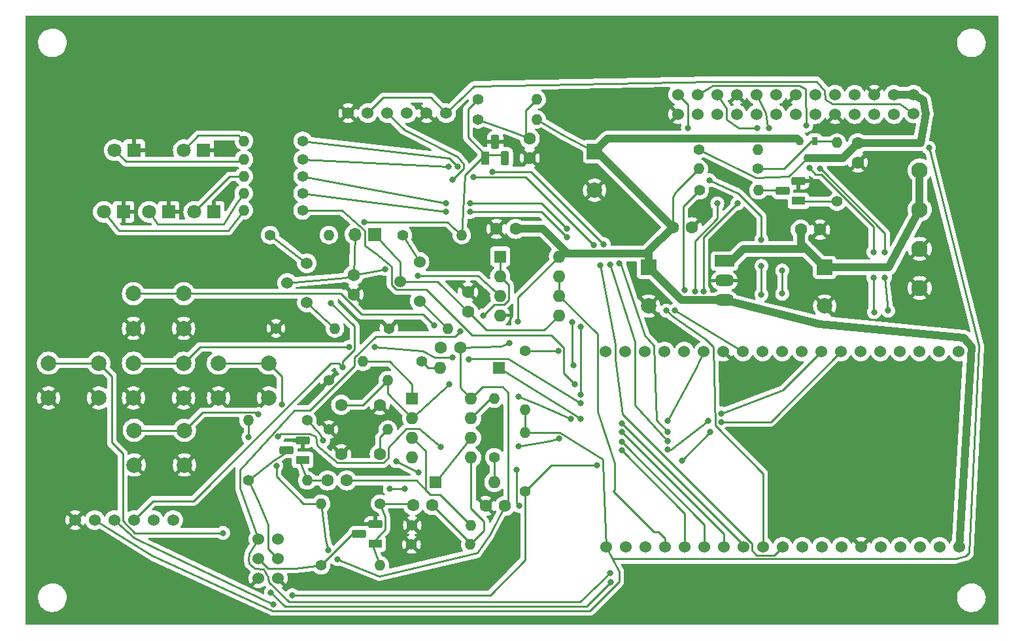
<source format=gbr>
%TF.GenerationSoftware,KiCad,Pcbnew,7.0.1*%
%TF.CreationDate,2023-09-27T17:27:02+02:00*%
%TF.ProjectId,GewitterMonitor,47657769-7474-4657-924d-6f6e69746f72,rev?*%
%TF.SameCoordinates,Original*%
%TF.FileFunction,Copper,L1,Top*%
%TF.FilePolarity,Positive*%
%FSLAX46Y46*%
G04 Gerber Fmt 4.6, Leading zero omitted, Abs format (unit mm)*
G04 Created by KiCad (PCBNEW 7.0.1) date 2023-09-27 17:27:02*
%MOMM*%
%LPD*%
G01*
G04 APERTURE LIST*
G04 Aperture macros list*
%AMRoundRect*
0 Rectangle with rounded corners*
0 $1 Rounding radius*
0 $2 $3 $4 $5 $6 $7 $8 $9 X,Y pos of 4 corners*
0 Add a 4 corners polygon primitive as box body*
4,1,4,$2,$3,$4,$5,$6,$7,$8,$9,$2,$3,0*
0 Add four circle primitives for the rounded corners*
1,1,$1+$1,$2,$3*
1,1,$1+$1,$4,$5*
1,1,$1+$1,$6,$7*
1,1,$1+$1,$8,$9*
0 Add four rect primitives between the rounded corners*
20,1,$1+$1,$2,$3,$4,$5,0*
20,1,$1+$1,$4,$5,$6,$7,0*
20,1,$1+$1,$6,$7,$8,$9,0*
20,1,$1+$1,$8,$9,$2,$3,0*%
G04 Aperture macros list end*
%TA.AperFunction,ComponentPad*%
%ADD10C,1.600000*%
%TD*%
%TA.AperFunction,ComponentPad*%
%ADD11C,1.400000*%
%TD*%
%TA.AperFunction,ComponentPad*%
%ADD12O,1.400000X1.400000*%
%TD*%
%TA.AperFunction,ComponentPad*%
%ADD13R,1.600000X1.600000*%
%TD*%
%TA.AperFunction,ComponentPad*%
%ADD14O,1.600000X1.600000*%
%TD*%
%TA.AperFunction,ComponentPad*%
%ADD15R,1.800000X1.100000*%
%TD*%
%TA.AperFunction,ComponentPad*%
%ADD16RoundRect,0.275000X0.625000X-0.275000X0.625000X0.275000X-0.625000X0.275000X-0.625000X-0.275000X0*%
%TD*%
%TA.AperFunction,ComponentPad*%
%ADD17C,1.524000*%
%TD*%
%TA.AperFunction,ComponentPad*%
%ADD18R,1.100000X1.800000*%
%TD*%
%TA.AperFunction,ComponentPad*%
%ADD19RoundRect,0.275000X-0.275000X-0.625000X0.275000X-0.625000X0.275000X0.625000X-0.275000X0.625000X0*%
%TD*%
%TA.AperFunction,ComponentPad*%
%ADD20C,2.100000*%
%TD*%
%TA.AperFunction,ComponentPad*%
%ADD21R,2.000000X2.000000*%
%TD*%
%TA.AperFunction,ComponentPad*%
%ADD22C,2.000000*%
%TD*%
%TA.AperFunction,ComponentPad*%
%ADD23R,1.700000X1.700000*%
%TD*%
%TA.AperFunction,ComponentPad*%
%ADD24O,1.700000X1.700000*%
%TD*%
%TA.AperFunction,SMDPad,CuDef*%
%ADD25R,0.800000X1.000000*%
%TD*%
%TA.AperFunction,ComponentPad*%
%ADD26R,2.500000X1.500000*%
%TD*%
%TA.AperFunction,ComponentPad*%
%ADD27O,2.500000X1.500000*%
%TD*%
%TA.AperFunction,ComponentPad*%
%ADD28R,1.800000X1.800000*%
%TD*%
%TA.AperFunction,ComponentPad*%
%ADD29C,1.800000*%
%TD*%
%TA.AperFunction,ViaPad*%
%ADD30C,0.800000*%
%TD*%
%TA.AperFunction,Conductor*%
%ADD31C,1.000000*%
%TD*%
%TA.AperFunction,Conductor*%
%ADD32C,0.250000*%
%TD*%
G04 APERTURE END LIST*
D10*
%TO.P,C9,1*%
%TO.N,GND*%
X121200000Y-37400000D03*
%TO.P,C9,2*%
%TO.N,Net-(C9-Pad2)*%
X121200000Y-34900000D03*
%TD*%
D11*
%TO.P,R13,1*%
%TO.N,Net-(J4-Pin_3)*%
X94200000Y-90200000D03*
D12*
%TO.P,R13,2*%
%TO.N,Net-(Q4-C)*%
X101820000Y-90200000D03*
%TD*%
D10*
%TO.P,C4,1*%
%TO.N,Net-(Q3-C)*%
X95020000Y-79200000D03*
%TO.P,C4,2*%
%TO.N,Net-(C4-Pad2)*%
X97520000Y-79200000D03*
%TD*%
D13*
%TO.P,U4,1*%
%TO.N,Net-(R9-Pad2)*%
X106000000Y-68580000D03*
D14*
%TO.P,U4,2,-*%
%TO.N,GPI34-ADC1_6*%
X106000000Y-71120000D03*
%TO.P,U4,3,+*%
%TO.N,Net-(C4-Pad2)*%
X106000000Y-73660000D03*
%TO.P,U4,4,GND*%
%TO.N,GND*%
X106000000Y-76200000D03*
%TO.P,U4,5,+*%
%TO.N,Net-(C7-Pad2)*%
X113620000Y-76200000D03*
%TO.P,U4,6,-*%
%TO.N,GPI35-ADC1_7*%
X113620000Y-73660000D03*
%TO.P,U4,7*%
%TO.N,Net-(R11-Pad2)*%
X113620000Y-71120000D03*
%TO.P,U4,8,Vcc*%
%TO.N,VCC*%
X113620000Y-68580000D03*
%TD*%
D15*
%TO.P,Q2,1,C*%
%TO.N,Net-(Q2-C)*%
X156000000Y-42972323D03*
D16*
%TO.P,Q2,2,B*%
%TO.N,Net-(Q2-B)*%
X153930000Y-41702323D03*
%TO.P,Q2,3,E*%
%TO.N,GND*%
X156000000Y-40432323D03*
%TD*%
D11*
%TO.P,R3,1*%
%TO.N,GPIO25*%
X143200000Y-41600000D03*
D12*
%TO.P,R3,2*%
%TO.N,Net-(Q2-B)*%
X150820000Y-41600000D03*
%TD*%
D17*
%TO.P,RV1,1,1*%
%TO.N,Net-(R17-Pad1)*%
X92340000Y-51060000D03*
%TO.P,RV1,2,2*%
%TO.N,Net-(J3-Pin_2)*%
X89800000Y-53600000D03*
%TO.P,RV1,3,3*%
%TO.N,Net-(R19-Pad2)*%
X92340000Y-56140000D03*
%TD*%
%TO.P,U3,1,32K*%
%TO.N,unconnected-(U3-32K-Pad1)*%
X75045000Y-84330000D03*
%TO.P,U3,2,SQW*%
%TO.N,unconnected-(U3-SQW-Pad2)*%
X72505000Y-84330000D03*
%TO.P,U3,3,SCL*%
%TO.N,SCL*%
X69965000Y-84330000D03*
%TO.P,U3,4,SDA*%
%TO.N,SDA*%
X67425000Y-84330000D03*
%TO.P,U3,5,VCC*%
%TO.N,VDD*%
X64885000Y-84330000D03*
%TO.P,U3,6,GND*%
%TO.N,GND*%
X62345000Y-84330000D03*
%TD*%
D11*
%TO.P,R9,1*%
%TO.N,Net-(D1-A)*%
X107240000Y-63800000D03*
D12*
%TO.P,R9,2*%
%TO.N,Net-(R9-Pad2)*%
X99620000Y-63800000D03*
%TD*%
D18*
%TO.P,U5,1,R*%
%TO.N,Net-(U5-K)*%
X115460000Y-37400000D03*
D19*
%TO.P,U5,2,A*%
%TO.N,GND*%
X116730000Y-35330000D03*
%TO.P,U5,3,K*%
%TO.N,Net-(U5-K)*%
X118000000Y-37400000D03*
%TD*%
D11*
%TO.P,R8,1*%
%TO.N,Net-(Q3-C)*%
X92420000Y-71400000D03*
D12*
%TO.P,R8,2*%
%TO.N,VCC*%
X84800000Y-71400000D03*
%TD*%
D11*
%TO.P,R26,1*%
%TO.N,GND*%
X105900000Y-87500000D03*
D12*
%TO.P,R26,2*%
%TO.N,Net-(C7-Pad2)*%
X113520000Y-87500000D03*
%TD*%
D15*
%TO.P,Q3,1,C*%
%TO.N,Net-(Q3-C)*%
X91800000Y-76540000D03*
D16*
%TO.P,Q3,2,B*%
%TO.N,Net-(J4-Pin_4)*%
X89730000Y-75270000D03*
%TO.P,Q3,3,E*%
%TO.N,GND*%
X91800000Y-74000000D03*
%TD*%
D11*
%TO.P,R12,1*%
%TO.N,GND*%
X95210000Y-72600000D03*
D12*
%TO.P,R12,2*%
%TO.N,GPI35-ADC1_7*%
X102830000Y-72600000D03*
%TD*%
D10*
%TO.P,C5,1*%
%TO.N,GND*%
X101800000Y-69400000D03*
%TO.P,C5,2*%
%TO.N,GPI34-ADC1_6*%
X96800000Y-69400000D03*
%TD*%
%TO.P,C16,1*%
%TO.N,GND*%
X142200000Y-46400000D03*
%TO.P,C16,2*%
%TO.N,VCC*%
X139700000Y-46400000D03*
%TD*%
D11*
%TO.P,R11,1*%
%TO.N,Net-(D2-A)*%
X116620000Y-76200000D03*
D12*
%TO.P,R11,2*%
%TO.N,Net-(R11-Pad2)*%
X116620000Y-68580000D03*
%TD*%
D20*
%TO.P,J2,1,Pin_1*%
%TO.N,GND*%
X171700000Y-54260000D03*
%TO.P,J2,2,Pin_2*%
X171700000Y-49180000D03*
%TO.P,J2,3,Pin_3*%
%TO.N,Net-(J2-Pin_3)*%
X171700000Y-44100000D03*
%TO.P,J2,4,Pin_4*%
X171700000Y-39020000D03*
%TD*%
D21*
%TO.P,C14,1*%
%TO.N,Net-(J2-Pin_3)*%
X159400000Y-51600000D03*
D22*
%TO.P,C14,2*%
%TO.N,GND*%
X159400000Y-56600000D03*
%TD*%
D11*
%TO.P,R15,1*%
%TO.N,Net-(U5-K)*%
X114500000Y-29800000D03*
D12*
%TO.P,R15,2*%
%TO.N,Net-(C9-Pad2)*%
X122120000Y-29800000D03*
%TD*%
D15*
%TO.P,Q4,1,C*%
%TO.N,Net-(Q4-C)*%
X101200000Y-87400000D03*
D16*
%TO.P,Q4,2,B*%
%TO.N,Net-(J4-Pin_3)*%
X99130000Y-86130000D03*
%TO.P,Q4,3,E*%
%TO.N,GND*%
X101200000Y-84860000D03*
%TD*%
D11*
%TO.P,R22,1*%
%TO.N,GND*%
X102960000Y-59500000D03*
D12*
%TO.P,R22,2*%
%TO.N,Net-(R22-Pad2)*%
X110580000Y-59500000D03*
%TD*%
D23*
%TO.P,J3,1,Pin_1*%
%TO.N,Net-(J3-Pin_1)*%
X101140000Y-47300000D03*
D24*
%TO.P,J3,2,Pin_2*%
%TO.N,Net-(J3-Pin_2)*%
X98600000Y-47300000D03*
%TD*%
D21*
%TO.P,C2,1*%
%TO.N,VCC*%
X129600000Y-36600000D03*
D22*
%TO.P,C2,2*%
%TO.N,GND*%
X129600000Y-41600000D03*
%TD*%
D17*
%TO.P,U2,1,GPIO_6*%
%TO.N,unconnected-(U2-GPIO_6-Pad1)*%
X176770000Y-62490000D03*
%TO.P,U2,2,GPIO_7*%
%TO.N,unconnected-(U2-GPIO_7-Pad2)*%
X174230000Y-62490000D03*
%TO.P,U2,3,GPIO_8*%
%TO.N,unconnected-(U2-GPIO_8-Pad3)*%
X171690000Y-62490000D03*
%TO.P,U2,4,GPIO_15*%
%TO.N,GPIO15*%
X169150000Y-62490000D03*
%TO.P,U2,5,GPIO_2*%
%TO.N,GPIO02*%
X166610000Y-62490000D03*
%TO.P,U2,6,Boot*%
%TO.N,unconnected-(U2-Boot-Pad6)*%
X164070000Y-62490000D03*
%TO.P,U2,7,GPIO_4*%
%TO.N,GPIO04*%
X161530000Y-62490000D03*
%TO.P,U2,8,GPIO_16*%
%TO.N,GPIO16*%
X158990000Y-62490000D03*
%TO.P,U2,9,GPIO_17*%
%TO.N,GPIO17*%
X156450000Y-62490000D03*
%TO.P,U2,10,GPIO_5*%
%TO.N,GPIO05*%
X153910000Y-62490000D03*
%TO.P,U2,11,GPIO_18_SCK*%
%TO.N,GPIO18*%
X151370000Y-62490000D03*
%TO.P,U2,12,GPIO_19_MISO*%
%TO.N,GPIO19*%
X148830000Y-62490000D03*
%TO.P,U2,13,GND*%
%TO.N,GND*%
X146290000Y-62490000D03*
%TO.P,U2,14,GPIO_21_SDA*%
%TO.N,SDA*%
X143750000Y-62490000D03*
%TO.P,U2,15,GPIO_3_Rx*%
%TO.N,unconnected-(U2-GPIO_3_Rx-Pad15)*%
X141210000Y-62490000D03*
%TO.P,U2,16,GPIO_1_Tx*%
%TO.N,unconnected-(U2-GPIO_1_Tx-Pad16)*%
X138670000Y-62490000D03*
%TO.P,U2,17,GPIO_22_SCL*%
%TO.N,SCL*%
X136130000Y-62490000D03*
%TO.P,U2,18,GPIO_23_MOSI*%
%TO.N,GPIO23*%
X133590000Y-62490000D03*
%TO.P,U2,19,GND*%
%TO.N,GND*%
X131050000Y-62490000D03*
%TO.P,U2,20,Vcc_+3.3V*%
%TO.N,VDD*%
X131100000Y-87800000D03*
%TO.P,U2,21,RESET*%
%TO.N,unconnected-(U2-RESET-Pad21)*%
X133640000Y-87800000D03*
%TO.P,U2,22,GPI_36*%
%TO.N,A_PWR_A*%
X136180000Y-87800000D03*
%TO.P,U2,23,GPI_39*%
%TO.N,A_PWR_B*%
X138720000Y-87800000D03*
%TO.P,U2,24,GPI_34*%
%TO.N,GPI34-ADC1_6*%
X141260000Y-87800000D03*
%TO.P,U2,25,GPI_35*%
%TO.N,GPI35-ADC1_7*%
X143800000Y-87800000D03*
%TO.P,U2,26,GPIO_32*%
%TO.N,GPIO32*%
X146340000Y-87800000D03*
%TO.P,U2,27,GPIO_33*%
%TO.N,GPIO33*%
X148880000Y-87800000D03*
%TO.P,U2,28,GPIO_25*%
%TO.N,GPIO25*%
X151420000Y-87800000D03*
%TO.P,U2,29,GPIO_26*%
%TO.N,GPIO26*%
X153960000Y-87800000D03*
%TO.P,U2,30,GPIO_27*%
%TO.N,GPIO27*%
X156500000Y-87800000D03*
%TO.P,U2,31,GPIO_14*%
%TO.N,GPIO14*%
X159040000Y-87800000D03*
%TO.P,U2,32,GPIO_12*%
%TO.N,GPIO12*%
X161580000Y-87800000D03*
%TO.P,U2,33,GND*%
%TO.N,GND*%
X164120000Y-87800000D03*
%TO.P,U2,34,GPIO_13*%
%TO.N,GPIO13*%
X166660000Y-87800000D03*
%TO.P,U2,35,GPIO_9*%
%TO.N,unconnected-(U2-GPIO_9-Pad35)*%
X169200000Y-87800000D03*
%TO.P,U2,36,GPIO_10*%
%TO.N,unconnected-(U2-GPIO_10-Pad36)*%
X171740000Y-87800000D03*
%TO.P,U2,37,GPIO_11*%
%TO.N,unconnected-(U2-GPIO_11-Pad37)*%
X174280000Y-87800000D03*
%TO.P,U2,38,Vdd_+5V*%
%TO.N,VCC*%
X176820000Y-87800000D03*
%TD*%
D13*
%TO.P,D1,1,K*%
%TO.N,GPI34-ADC1_6*%
X117240000Y-64600000D03*
D14*
%TO.P,D1,2,A*%
%TO.N,Net-(D1-A)*%
X109620000Y-64600000D03*
%TD*%
D10*
%TO.P,C13,1*%
%TO.N,GND*%
X158800000Y-46700000D03*
%TO.P,C13,2*%
%TO.N,Net-(J2-Pin_3)*%
X156300000Y-46700000D03*
%TD*%
%TO.P,C3,1*%
%TO.N,VCC*%
X118000000Y-82500000D03*
%TO.P,C3,2*%
%TO.N,GND*%
X115500000Y-82500000D03*
%TD*%
D11*
%TO.P,R18,1*%
%TO.N,GPIO26*%
X91820000Y-35200000D03*
D12*
%TO.P,R18,2*%
%TO.N,Net-(D3-A)*%
X84200000Y-35200000D03*
%TD*%
D10*
%TO.P,C12,1*%
%TO.N,GND*%
X98400000Y-55100000D03*
%TO.P,C12,2*%
%TO.N,Net-(J3-Pin_2)*%
X98400000Y-52600000D03*
%TD*%
D11*
%TO.P,R25,1*%
%TO.N,GPIO13*%
X91800000Y-44200000D03*
D12*
%TO.P,R25,2*%
%TO.N,Net-(D8-A)*%
X84180000Y-44200000D03*
%TD*%
D17*
%TO.P,J4,1,Pin_1*%
%TO.N,A_PWR_A*%
X86060000Y-86800000D03*
%TO.P,J4,2,Pin_2*%
%TO.N,A_PWR_B*%
X88600000Y-86800000D03*
%TO.P,J4,3,Pin_3*%
%TO.N,Net-(J4-Pin_3)*%
X86060000Y-89340000D03*
%TO.P,J4,4,Pin_4*%
%TO.N,Net-(J4-Pin_4)*%
X88600000Y-89340000D03*
%TO.P,J4,5,Pin_5*%
%TO.N,GND*%
X86060000Y-91880000D03*
%TO.P,J4,6,Pin_6*%
X88600000Y-91880000D03*
%TD*%
D21*
%TO.P,C15,1*%
%TO.N,VCC*%
X136600000Y-51600000D03*
D22*
%TO.P,C15,2*%
%TO.N,GND*%
X136600000Y-56600000D03*
%TD*%
D11*
%TO.P,R20,1*%
%TO.N,Net-(R20-Pad1)*%
X104790000Y-47400000D03*
D12*
%TO.P,R20,2*%
%TO.N,Net-(U5-K)*%
X112410000Y-47400000D03*
%TD*%
D10*
%TO.P,C1,1*%
%TO.N,Net-(C1-Pad1)*%
X163700000Y-35500000D03*
%TO.P,C1,2*%
%TO.N,GND*%
X163700000Y-38000000D03*
%TD*%
D11*
%TO.P,R27,1*%
%TO.N,GND*%
X106000000Y-85000000D03*
D12*
%TO.P,R27,2*%
%TO.N,Net-(C4-Pad2)*%
X113620000Y-85000000D03*
%TD*%
D11*
%TO.P,R14,1*%
%TO.N,Net-(Q4-C)*%
X101820000Y-82200000D03*
D12*
%TO.P,R14,2*%
%TO.N,VCC*%
X94200000Y-82200000D03*
%TD*%
D10*
%TO.P,C6,1*%
%TO.N,GND*%
X96800000Y-75800000D03*
%TO.P,C6,2*%
%TO.N,GPI35-ADC1_7*%
X101800000Y-75800000D03*
%TD*%
D11*
%TO.P,R24,1*%
%TO.N,GPIO12*%
X91800000Y-42000000D03*
D12*
%TO.P,R24,2*%
%TO.N,Net-(D7-A)*%
X84180000Y-42000000D03*
%TD*%
D11*
%TO.P,R17,1*%
%TO.N,Net-(R17-Pad1)*%
X87580000Y-47400000D03*
D12*
%TO.P,R17,2*%
%TO.N,Net-(U5-K)*%
X95200000Y-47400000D03*
%TD*%
D11*
%TO.P,R19,1*%
%TO.N,GND*%
X88360000Y-59500000D03*
D12*
%TO.P,R19,2*%
%TO.N,Net-(R19-Pad2)*%
X95980000Y-59500000D03*
%TD*%
D11*
%TO.P,R16,1*%
%TO.N,Net-(C9-Pad2)*%
X114500000Y-32400000D03*
D12*
%TO.P,R16,2*%
%TO.N,VCC*%
X122120000Y-32400000D03*
%TD*%
D17*
%TO.P,U8,1,Vcc*%
%TO.N,VDD*%
X110400000Y-31600000D03*
%TO.P,U8,2,GND*%
%TO.N,GND*%
X107860000Y-31600000D03*
%TO.P,U8,3,SCL*%
%TO.N,SCL*%
X105320000Y-31600000D03*
%TO.P,U8,4,SDA*%
%TO.N,SDA*%
X102780000Y-31600000D03*
%TO.P,U8,5,CSB*%
%TO.N,VDD*%
X100240000Y-31600000D03*
%TO.P,U8,6,SDO*%
%TO.N,GND*%
X97700000Y-31600000D03*
%TD*%
D11*
%TO.P,R7,1*%
%TO.N,Net-(J4-Pin_4)*%
X84780000Y-79200000D03*
D12*
%TO.P,R7,2*%
%TO.N,Net-(Q3-C)*%
X92400000Y-79200000D03*
%TD*%
D10*
%TO.P,C10,1*%
%TO.N,GND*%
X116900000Y-46600000D03*
%TO.P,C10,2*%
%TO.N,VCC*%
X119400000Y-46600000D03*
%TD*%
D25*
%TO.P,Q1,1*%
%TO.N,Net-(Q1-Pad1)*%
X158100000Y-35232323D03*
%TO.P,Q1,2*%
%TO.N,VCC*%
X156200000Y-35232323D03*
%TO.P,Q1,3*%
%TO.N,Net-(C1-Pad1)*%
X157150000Y-37432323D03*
%TD*%
D17*
%TO.P,RV2,1,1*%
%TO.N,Net-(R20-Pad1)*%
X106940000Y-50860000D03*
%TO.P,RV2,2,2*%
%TO.N,Net-(J3-Pin_1)*%
X104400000Y-53400000D03*
%TO.P,RV2,3,3*%
%TO.N,Net-(R22-Pad2)*%
X106940000Y-55940000D03*
%TD*%
D11*
%TO.P,R6,1*%
%TO.N,SCL*%
X120600000Y-62400000D03*
D12*
%TO.P,R6,2*%
%TO.N,VDD*%
X120600000Y-70020000D03*
%TD*%
D11*
%TO.P,R1,1*%
%TO.N,Net-(Q2-C)*%
X161000000Y-43052323D03*
D12*
%TO.P,R1,2*%
%TO.N,Net-(Q1-Pad1)*%
X161000000Y-35432323D03*
%TD*%
D10*
%TO.P,C8,1*%
%TO.N,GND*%
X109720000Y-62000000D03*
%TO.P,C8,2*%
%TO.N,VCC*%
X112220000Y-62000000D03*
%TD*%
D11*
%TO.P,R21,1*%
%TO.N,GPIO27*%
X91820000Y-37600000D03*
D12*
%TO.P,R21,2*%
%TO.N,Net-(D5-A)*%
X84200000Y-37600000D03*
%TD*%
D11*
%TO.P,R10,1*%
%TO.N,GND*%
X95210000Y-66200000D03*
D12*
%TO.P,R10,2*%
%TO.N,GPI34-ADC1_6*%
X102830000Y-66200000D03*
%TD*%
D13*
%TO.P,D2,1,K*%
%TO.N,GPI35-ADC1_7*%
X109000000Y-79400000D03*
D14*
%TO.P,D2,2,A*%
%TO.N,Net-(D2-A)*%
X116620000Y-79400000D03*
%TD*%
D13*
%TO.P,U6,1*%
%TO.N,A_PWR_A*%
X117380000Y-50180000D03*
D14*
%TO.P,U6,2,-*%
X117380000Y-52720000D03*
%TO.P,U6,3,+*%
%TO.N,Net-(J3-Pin_2)*%
X117380000Y-55260000D03*
%TO.P,U6,4,GND*%
%TO.N,GND*%
X117380000Y-57800000D03*
%TO.P,U6,5,+*%
%TO.N,Net-(J3-Pin_1)*%
X125000000Y-57800000D03*
%TO.P,U6,6,-*%
%TO.N,A_PWR_B*%
X125000000Y-55260000D03*
%TO.P,U6,7*%
X125000000Y-52720000D03*
%TO.P,U6,8,Vcc*%
%TO.N,VCC*%
X125000000Y-50180000D03*
%TD*%
D10*
%TO.P,C7,1*%
%TO.N,Net-(Q4-C)*%
X106100000Y-82400000D03*
%TO.P,C7,2*%
%TO.N,Net-(C7-Pad2)*%
X108600000Y-82400000D03*
%TD*%
D11*
%TO.P,R23,1*%
%TO.N,GPIO14*%
X91800000Y-39800000D03*
D12*
%TO.P,R23,2*%
%TO.N,Net-(D4-A)*%
X84180000Y-39800000D03*
%TD*%
D26*
%TO.P,U7,1,Vin*%
%TO.N,Net-(J2-Pin_3)*%
X146417500Y-50767500D03*
D27*
%TO.P,U7,2,GND*%
%TO.N,GND*%
X146417500Y-53307500D03*
%TO.P,U7,3,Vout*%
%TO.N,VCC*%
X146417500Y-55847500D03*
%TD*%
D11*
%TO.P,R4,1*%
%TO.N,Net-(C1-Pad1)*%
X143090000Y-36300000D03*
D12*
%TO.P,R4,2*%
%TO.N,Net-(U1-RST)*%
X150710000Y-36300000D03*
%TD*%
D11*
%TO.P,R2,1*%
%TO.N,Net-(Q1-Pad1)*%
X150720000Y-38800000D03*
D12*
%TO.P,R2,2*%
%TO.N,VCC*%
X143100000Y-38800000D03*
%TD*%
D11*
%TO.P,R5,1*%
%TO.N,SDA*%
X120600000Y-80600000D03*
D12*
%TO.P,R5,2*%
%TO.N,VDD*%
X120600000Y-72980000D03*
%TD*%
D10*
%TO.P,C11,1*%
%TO.N,GND*%
X113200000Y-54800000D03*
%TO.P,C11,2*%
%TO.N,Net-(J3-Pin_1)*%
X113200000Y-57300000D03*
%TD*%
D22*
%TO.P,SW2,1,1*%
%TO.N,GPIO17*%
X76400000Y-55000000D03*
%TO.P,SW2,2,2*%
X69900000Y-55000000D03*
%TO.P,SW2,3,K*%
%TO.N,GND*%
X76400000Y-59500000D03*
%TO.P,SW2,4,A*%
X69900000Y-59500000D03*
%TD*%
%TO.P,SW1,1,1*%
%TO.N,GPIO16*%
X65400000Y-64000000D03*
%TO.P,SW1,2,2*%
X58900000Y-64000000D03*
%TO.P,SW1,3,K*%
%TO.N,GND*%
X65400000Y-68500000D03*
%TO.P,SW1,4,A*%
X58900000Y-68500000D03*
%TD*%
D17*
%TO.P,U1,1,Vdd_(3.3V)*%
%TO.N,VDD*%
X170900000Y-31640000D03*
%TO.P,U1,2,Vcc_(5.0V)*%
%TO.N,Net-(C1-Pad1)*%
X170900000Y-29200000D03*
%TO.P,U1,3,NC*%
%TO.N,unconnected-(U1-NC-Pad3)*%
X168360000Y-31740000D03*
%TO.P,U1,4,Vcc_(5.0V)*%
%TO.N,Net-(C1-Pad1)*%
X168360000Y-29200000D03*
%TO.P,U1,5,NC*%
%TO.N,unconnected-(U1-NC-Pad5)*%
X165820000Y-31740000D03*
%TO.P,U1,6,GND*%
%TO.N,GND*%
X165820000Y-29200000D03*
%TO.P,U1,7,NC*%
%TO.N,unconnected-(U1-NC-Pad7)*%
X163280000Y-31740000D03*
%TO.P,U1,8,NC*%
%TO.N,unconnected-(U1-NC-Pad8)*%
X163280000Y-29200000D03*
%TO.P,U1,9,GND*%
%TO.N,GND*%
X160740000Y-31740000D03*
%TO.P,U1,10,NC*%
%TO.N,unconnected-(U1-NC-Pad10)*%
X160740000Y-29200000D03*
%TO.P,U1,11,TP_IRQ*%
%TO.N,unconnected-(U1-TP_IRQ-Pad11)*%
X158200000Y-31740000D03*
%TO.P,U1,12,NC*%
%TO.N,unconnected-(U1-NC-Pad12)*%
X158200000Y-29200000D03*
%TO.P,U1,13,NC*%
%TO.N,unconnected-(U1-NC-Pad13)*%
X155660000Y-31740000D03*
%TO.P,U1,14,GND*%
%TO.N,GND*%
X155660000Y-29200000D03*
%TO.P,U1,15,NC*%
%TO.N,unconnected-(U1-NC-Pad15)*%
X153120000Y-31740000D03*
%TO.P,U1,16,NC*%
%TO.N,unconnected-(U1-NC-Pad16)*%
X153120000Y-29200000D03*
%TO.P,U1,17,Vdd_(3.3V)*%
%TO.N,unconnected-(U1-Vdd_(3.3V)-Pad17)*%
X150580000Y-31740000D03*
%TO.P,U1,18,LCD_RS*%
%TO.N,GPIO02*%
X150580000Y-29200000D03*
%TO.P,U1,19,MOSI*%
%TO.N,GPIO23*%
X148040000Y-31740000D03*
%TO.P,U1,20,GND*%
%TO.N,GND*%
X148040000Y-29200000D03*
%TO.P,U1,21,TP_MISO*%
%TO.N,GPIO19*%
X145500000Y-31740000D03*
%TO.P,U1,22,RST*%
%TO.N,Net-(U1-RST)*%
X145500000Y-29200000D03*
%TO.P,U1,23,SCK*%
%TO.N,GPIO18*%
X142960000Y-31740000D03*
%TO.P,U1,24,LCD_CS*%
%TO.N,GPIO15*%
X142960000Y-29200000D03*
%TO.P,U1,25,GND*%
%TO.N,GND*%
X140420000Y-31740000D03*
%TO.P,U1,26,TP_CS*%
%TO.N,GPIO05*%
X140420000Y-29200000D03*
%TD*%
D28*
%TO.P,D8,1,K*%
%TO.N,GND*%
X68600000Y-44400000D03*
D29*
%TO.P,D8,2,A*%
%TO.N,Net-(D8-A)*%
X66060000Y-44400000D03*
%TD*%
D28*
%TO.P,D7,1,K*%
%TO.N,GND*%
X74435000Y-44400000D03*
D29*
%TO.P,D7,2,A*%
%TO.N,Net-(D7-A)*%
X71895000Y-44400000D03*
%TD*%
D28*
%TO.P,D5,1,K*%
%TO.N,GND*%
X70000000Y-36395600D03*
D29*
%TO.P,D5,2,A*%
%TO.N,Net-(D5-A)*%
X67460000Y-36395600D03*
%TD*%
D28*
%TO.P,D4,1,K*%
%TO.N,GND*%
X80300000Y-44400000D03*
D29*
%TO.P,D4,2,A*%
%TO.N,Net-(D4-A)*%
X77760000Y-44400000D03*
%TD*%
D22*
%TO.P,SW3,1,1*%
%TO.N,GPIO04*%
X87400000Y-64000000D03*
%TO.P,SW3,2,2*%
X80900000Y-64000000D03*
%TO.P,SW3,3,K*%
%TO.N,GND*%
X87400000Y-68500000D03*
%TO.P,SW3,4,A*%
X80900000Y-68500000D03*
%TD*%
%TO.P,SW5,1,1*%
%TO.N,GPIO33*%
X76400000Y-64000000D03*
%TO.P,SW5,2,2*%
X69900000Y-64000000D03*
%TO.P,SW5,3,K*%
%TO.N,GND*%
X76400000Y-68500000D03*
%TO.P,SW5,4,A*%
X69900000Y-68500000D03*
%TD*%
%TO.P,SW4,1,1*%
%TO.N,GPIO32*%
X76500000Y-72700000D03*
%TO.P,SW4,2,2*%
X70000000Y-72700000D03*
%TO.P,SW4,3,K*%
%TO.N,GND*%
X76500000Y-77200000D03*
%TO.P,SW4,4,A*%
X70000000Y-77200000D03*
%TD*%
D28*
%TO.P,D3,1,K*%
%TO.N,GND*%
X78940000Y-36400000D03*
D29*
%TO.P,D3,2,A*%
%TO.N,Net-(D3-A)*%
X76400000Y-36400000D03*
%TD*%
D30*
%TO.N,VCC*%
X96300000Y-89400000D03*
X95100000Y-88200000D03*
X118600000Y-61400000D03*
X84800000Y-73600000D03*
X88400000Y-77300000D03*
X119700000Y-58600000D03*
%TO.N,Net-(Q3-C)*%
X94466804Y-74033196D03*
%TO.N,GPI34-ADC1_6*%
X133100000Y-75300000D03*
X127800000Y-71200000D03*
X110800000Y-66700000D03*
%TO.N,GPI35-ADC1_7*%
X126500000Y-71200000D03*
X119800000Y-68300000D03*
X133100000Y-74200000D03*
X103900000Y-76700000D03*
X106800000Y-78200000D03*
%TO.N,A_PWR_A*%
X112200000Y-59900000D03*
X115200000Y-57800000D03*
X131600000Y-91200000D03*
%TO.N,A_PWR_B*%
X87700000Y-93700000D03*
X131700000Y-92400000D03*
%TO.N,GPIO25*%
X141300000Y-54500000D03*
X138900000Y-57200000D03*
%TO.N,Net-(U1-RST)*%
X150700000Y-33500000D03*
%TO.N,SDA*%
X111200000Y-40200000D03*
X139100000Y-71500000D03*
X129900000Y-77200000D03*
X90473903Y-94073903D03*
X88000000Y-95300000D03*
X126900000Y-64300000D03*
X126700000Y-58700000D03*
%TO.N,VDD*%
X172900000Y-36100000D03*
%TO.N,SCL*%
X95500000Y-56200000D03*
X97000000Y-64500000D03*
X124900000Y-62400000D03*
%TO.N,Net-(U5-K)*%
X99800000Y-45700000D03*
%TO.N,GPIO26*%
X113900000Y-39900000D03*
X129500000Y-48700000D03*
X111900000Y-38500000D03*
X130300000Y-51300000D03*
%TO.N,GPIO27*%
X131600000Y-51200000D03*
X139100000Y-74100000D03*
X130800000Y-48600000D03*
X110700000Y-38500000D03*
X116400000Y-39175500D03*
%TO.N,GPIO14*%
X132800000Y-51100000D03*
X139100000Y-72900000D03*
X126000000Y-46600000D03*
X110400000Y-43300000D03*
X113500000Y-43300000D03*
%TO.N,GPIO12*%
X113500000Y-44400000D03*
X127800000Y-59300000D03*
X110400000Y-44400000D03*
X126000000Y-47700000D03*
X127800000Y-68100000D03*
%TO.N,GPIO13*%
X127000000Y-66700000D03*
%TO.N,GPIO16*%
X146000000Y-70500000D03*
X144300000Y-71500000D03*
X139100000Y-75200000D03*
X105000000Y-80300000D03*
X103100000Y-80300000D03*
X81500000Y-86000000D03*
%TO.N,GPIO17*%
X108800000Y-59100000D03*
%TO.N,GPIO04*%
X140900000Y-76600000D03*
X146000000Y-71600000D03*
X144600000Y-72900000D03*
X119500000Y-77800000D03*
X89087701Y-69387701D03*
X119875500Y-82500000D03*
%TO.N,GPIO32*%
X133100000Y-72900000D03*
X119800000Y-74800000D03*
X109700000Y-74900000D03*
X86100000Y-70600000D03*
X88600000Y-73500000D03*
X125000000Y-73800000D03*
%TO.N,GPIO02*%
X152200000Y-33500000D03*
X165700000Y-49600000D03*
X165700000Y-52900000D03*
X165800000Y-57400000D03*
X157400000Y-38700000D03*
%TO.N,GPIO23*%
X143700000Y-54700000D03*
X148100000Y-43300000D03*
%TO.N,GPIO19*%
X145500000Y-43300000D03*
X142600000Y-54700000D03*
X140000000Y-57200000D03*
%TO.N,GPIO18*%
X151200000Y-55100000D03*
X144500000Y-40300000D03*
X151200000Y-48000000D03*
X151200000Y-51400000D03*
%TO.N,GPIO15*%
X167600000Y-57200000D03*
X167200000Y-49600000D03*
X157000000Y-33200000D03*
X167200000Y-52900000D03*
X158800000Y-38800000D03*
%TO.N,GPIO05*%
X153900000Y-55000000D03*
X141700000Y-33500000D03*
X153900000Y-52000000D03*
%TO.N,GPIO33*%
X133100000Y-71800000D03*
X127800000Y-69200000D03*
X97800000Y-61912299D03*
X101100000Y-61900000D03*
X111200000Y-63300000D03*
X113300000Y-63500000D03*
%TO.N,Net-(J3-Pin_2)*%
X106700000Y-52675500D03*
X102500000Y-51800000D03*
%TD*%
D31*
%TO.N,Net-(C1-Pad1)*%
X168360000Y-29200000D02*
X170900000Y-29200000D01*
X172500000Y-31700000D02*
X171800000Y-35500000D01*
D32*
X150500000Y-40000000D02*
X154757323Y-39825000D01*
X154757323Y-39825000D02*
X157150000Y-37432323D01*
X143090000Y-36300000D02*
X150500000Y-40000000D01*
D31*
X171800000Y-35500000D02*
X163700000Y-35500000D01*
X170900000Y-29200000D02*
X172200000Y-29900000D01*
X157150000Y-37432323D02*
X161767677Y-37432323D01*
X172200000Y-29900000D02*
X172500000Y-31700000D01*
X161767677Y-37432323D02*
X163700000Y-35500000D01*
%TO.N,VCC*%
X126100000Y-49800000D02*
X125380000Y-49800000D01*
D32*
X125300000Y-34300000D02*
X129600000Y-36600000D01*
X114400000Y-88600000D02*
X116100000Y-86100000D01*
X88400000Y-77300000D02*
X88400000Y-78700000D01*
X117700000Y-67100000D02*
X118400000Y-67800000D01*
D31*
X131300000Y-34900000D02*
X129600000Y-36600000D01*
D32*
X91900000Y-82200000D02*
X94200000Y-82200000D01*
D31*
X156200000Y-35232323D02*
X155867677Y-34900000D01*
X158700000Y-58900000D02*
X177400000Y-60700000D01*
X136600000Y-49500000D02*
X139700000Y-46400000D01*
D32*
X88400000Y-78700000D02*
X91900000Y-82200000D01*
X119700000Y-55480000D02*
X125000000Y-50180000D01*
X94800000Y-86900000D02*
X94200000Y-82200000D01*
D31*
X129900000Y-36600000D02*
X139700000Y-46400000D01*
D32*
X96300000Y-89400000D02*
X101700000Y-91600000D01*
D31*
X129600000Y-36600000D02*
X129900000Y-36600000D01*
D32*
X95100000Y-88200000D02*
X94800000Y-86900000D01*
X116100000Y-86100000D02*
X118000000Y-82500000D01*
X139700000Y-42500000D02*
X139700000Y-46400000D01*
X84800000Y-73600000D02*
X84800000Y-71400000D01*
X122120000Y-32400000D02*
X125300000Y-34300000D01*
D31*
X136600000Y-49500000D02*
X136300000Y-49800000D01*
D32*
X118400000Y-82100000D02*
X118000000Y-82500000D01*
D31*
X140847500Y-55847500D02*
X136600000Y-51600000D01*
X125380000Y-49800000D02*
X125000000Y-50180000D01*
X126100000Y-49800000D02*
X122900000Y-46600000D01*
D32*
X118600000Y-61400000D02*
X117500000Y-61800000D01*
D31*
X146417500Y-55847500D02*
X140847500Y-55847500D01*
X177400000Y-60700000D02*
X178400000Y-61900000D01*
X155867677Y-34900000D02*
X131300000Y-34900000D01*
X146417500Y-55847500D02*
X158700000Y-58900000D01*
D32*
X112220000Y-67180000D02*
X113620000Y-68580000D01*
X117500000Y-61800000D02*
X112220000Y-62000000D01*
X140000000Y-42000000D02*
X139700000Y-42500000D01*
X113620000Y-68580000D02*
X115100000Y-67100000D01*
X115100000Y-67100000D02*
X117700000Y-67100000D01*
X140300000Y-41600000D02*
X140000000Y-42000000D01*
X112220000Y-62000000D02*
X112220000Y-67180000D01*
D31*
X178400000Y-61900000D02*
X176820000Y-87800000D01*
X136300000Y-49800000D02*
X126100000Y-49800000D01*
D32*
X119700000Y-58600000D02*
X119700000Y-55480000D01*
D31*
X122900000Y-46600000D02*
X119400000Y-46600000D01*
D32*
X101700000Y-91600000D02*
X114400000Y-88600000D01*
D31*
X136600000Y-51600000D02*
X136600000Y-49500000D01*
D32*
X143100000Y-38800000D02*
X140300000Y-41600000D01*
X118400000Y-67800000D02*
X118400000Y-82100000D01*
%TO.N,Net-(Q3-C)*%
X91900000Y-77900000D02*
X92400000Y-79200000D01*
X94000000Y-73200000D02*
X92420000Y-71400000D01*
X94466804Y-74033196D02*
X94000000Y-73200000D01*
X92400000Y-79200000D02*
X95020000Y-79200000D01*
X91400000Y-76540000D02*
X91900000Y-77900000D01*
%TO.N,Net-(C4-Pad2)*%
X107700000Y-80350000D02*
X107925000Y-80575000D01*
X106550000Y-79200000D02*
X107925000Y-80575000D01*
X107925000Y-80575000D02*
X108350000Y-81000000D01*
X97520000Y-79200000D02*
X106550000Y-79200000D01*
X108350000Y-81000000D02*
X109620000Y-81000000D01*
X107700000Y-75360000D02*
X107700000Y-80350000D01*
X109620000Y-81000000D02*
X113620000Y-85000000D01*
X106000000Y-73660000D02*
X107700000Y-75360000D01*
%TO.N,GPI34-ADC1_6*%
X106000000Y-71120000D02*
X102830000Y-67950000D01*
X141260000Y-87800000D02*
X141260000Y-83460000D01*
X106000000Y-71120000D02*
X110800000Y-66700000D01*
X127800000Y-71200000D02*
X126800000Y-70500000D01*
X141260000Y-83460000D02*
X133100000Y-75300000D01*
X96800000Y-69400000D02*
X99630000Y-69400000D01*
X102830000Y-67950000D02*
X102830000Y-66200000D01*
X99630000Y-69400000D02*
X102830000Y-66200000D01*
X126800000Y-70500000D02*
X117240000Y-64600000D01*
%TO.N,GPI35-ADC1_7*%
X143800000Y-87800000D02*
X143800000Y-84900000D01*
X109000000Y-79400000D02*
X113620000Y-73660000D01*
X101800000Y-75800000D02*
X101800000Y-73630000D01*
X122100000Y-69300000D02*
X119800000Y-68300000D01*
X126500000Y-71200000D02*
X122100000Y-69300000D01*
X143800000Y-84900000D02*
X133100000Y-74200000D01*
X103900000Y-76700000D02*
X106800000Y-78200000D01*
X101800000Y-73630000D02*
X102830000Y-72600000D01*
%TO.N,Net-(Q4-C)*%
X101300000Y-88800000D02*
X101820000Y-90200000D01*
X105900000Y-82200000D02*
X106100000Y-82400000D01*
X100800000Y-87400000D02*
X101300000Y-88800000D01*
X102500000Y-85500000D02*
X100800000Y-87400000D01*
X101820000Y-82200000D02*
X105900000Y-82200000D01*
X102500000Y-83900000D02*
X102500000Y-85500000D01*
X101820000Y-82200000D02*
X102500000Y-83900000D01*
%TO.N,Net-(C7-Pad2)*%
X113620000Y-82820000D02*
X115300000Y-84500000D01*
X113620000Y-76200000D02*
X113620000Y-82820000D01*
X113520000Y-87320000D02*
X113520000Y-87500000D01*
X115300000Y-84500000D02*
X115300000Y-85720000D01*
X108600000Y-82400000D02*
X113520000Y-87320000D01*
X115300000Y-85720000D02*
X113520000Y-87500000D01*
%TO.N,Net-(C9-Pad2)*%
X122120000Y-29800000D02*
X120700000Y-31220000D01*
X114500000Y-32400000D02*
X118800000Y-34000000D01*
X120700000Y-31220000D02*
X120700000Y-34400000D01*
X120700000Y-34400000D02*
X121200000Y-34900000D01*
X118800000Y-34000000D02*
X121200000Y-34900000D01*
D31*
%TO.N,Net-(J2-Pin_3)*%
X171700000Y-39020000D02*
X171700000Y-44100000D01*
X156300000Y-48500000D02*
X157150000Y-49350000D01*
X157150000Y-49350000D02*
X159400000Y-51600000D01*
X147332500Y-50767500D02*
X148900000Y-49200000D01*
X146417500Y-50767500D02*
X147332500Y-50767500D01*
X157000000Y-49200000D02*
X157150000Y-49350000D01*
X171700000Y-44100000D02*
X167700000Y-51600000D01*
X148900000Y-49200000D02*
X157000000Y-49200000D01*
X156300000Y-46700000D02*
X156300000Y-48500000D01*
X167700000Y-51600000D02*
X159400000Y-51600000D01*
D32*
%TO.N,Net-(D1-A)*%
X107240000Y-63800000D02*
X108040000Y-64600000D01*
X108040000Y-64600000D02*
X109620000Y-64600000D01*
%TO.N,Net-(D2-A)*%
X116620000Y-76200000D02*
X116620000Y-79400000D01*
%TO.N,Net-(D3-A)*%
X76400000Y-36400000D02*
X78300000Y-34500000D01*
X78300000Y-34500000D02*
X83500000Y-34500000D01*
X83500000Y-34500000D02*
X84200000Y-35200000D01*
%TO.N,Net-(D4-A)*%
X82360000Y-39800000D02*
X84180000Y-39800000D01*
X77760000Y-44400000D02*
X82360000Y-39800000D01*
%TO.N,Net-(D5-A)*%
X68964400Y-37900000D02*
X83900000Y-37900000D01*
X67460000Y-36395600D02*
X68964400Y-37900000D01*
X83900000Y-37900000D02*
X84200000Y-37600000D01*
%TO.N,Net-(D7-A)*%
X83200000Y-43400000D02*
X84180000Y-42000000D01*
X71895000Y-44400000D02*
X73000000Y-46000000D01*
X73000000Y-46000000D02*
X81600000Y-46000000D01*
X81600000Y-46000000D02*
X83200000Y-43400000D01*
%TO.N,Net-(D8-A)*%
X68000000Y-46800000D02*
X82200000Y-46800000D01*
X66060000Y-44400000D02*
X68000000Y-46800000D01*
X82200000Y-46800000D02*
X84180000Y-44200000D01*
%TO.N,A_PWR_A*%
X131600000Y-91200000D02*
X127700000Y-94900000D01*
X127700000Y-94900000D02*
X90082749Y-94900000D01*
X87400000Y-92400000D02*
X87300000Y-91700000D01*
X116615000Y-56385000D02*
X117915000Y-56385000D01*
X83700000Y-77800000D02*
X83700000Y-80200000D01*
X86700000Y-90700000D02*
X85600000Y-90600000D01*
X112200000Y-59900000D02*
X111575000Y-60525000D01*
X118505000Y-53845000D02*
X117380000Y-52720000D01*
X117915000Y-56385000D02*
X118505000Y-55795000D01*
X90082749Y-94900000D02*
X87400000Y-92400000D01*
X118505000Y-55795000D02*
X118505000Y-53845000D01*
X90700000Y-70100000D02*
X83700000Y-77800000D01*
X98500000Y-63300000D02*
X98500000Y-64359569D01*
X84800000Y-89400000D02*
X84900000Y-88700000D01*
X117380000Y-50180000D02*
X117380000Y-52720000D01*
X92759569Y-70100000D02*
X90700000Y-70100000D01*
X87300000Y-91700000D02*
X86700000Y-90700000D01*
X98500000Y-64359569D02*
X92759569Y-70100000D01*
X83700000Y-80200000D02*
X86060000Y-86800000D01*
X84900000Y-88700000D02*
X86060000Y-86800000D01*
X115200000Y-57800000D02*
X116615000Y-56385000D01*
X85600000Y-90600000D02*
X84900000Y-90000000D01*
X111575000Y-60525000D02*
X101275000Y-60525000D01*
X101275000Y-60525000D02*
X98500000Y-63300000D01*
X84900000Y-90000000D02*
X84800000Y-89400000D01*
%TO.N,A_PWR_B*%
X137900000Y-85900000D02*
X138720000Y-86720000D01*
X129963000Y-70263000D02*
X132232622Y-77000000D01*
X125000000Y-55260000D02*
X129963000Y-60223000D01*
X138720000Y-86720000D02*
X138720000Y-87800000D01*
X127884909Y-95550000D02*
X127883851Y-95551046D01*
X127883851Y-95551046D02*
X89551046Y-95551046D01*
X137300000Y-85900000D02*
X137900000Y-85900000D01*
X132000000Y-80600000D02*
X137300000Y-85900000D01*
X128550000Y-95550000D02*
X131700000Y-92400000D01*
X129963000Y-60223000D02*
X129963000Y-70263000D01*
X89551046Y-95551046D02*
X87700000Y-93700000D01*
X132232622Y-77000000D02*
X132232622Y-80367378D01*
X125000000Y-52720000D02*
X125000000Y-55260000D01*
X128550000Y-95550000D02*
X127884909Y-95550000D01*
X132232622Y-80367378D02*
X132000000Y-80600000D01*
%TO.N,Net-(Q1-Pad1)*%
X154125000Y-38800000D02*
X157692677Y-35232323D01*
X160800000Y-35232323D02*
X161000000Y-35432323D01*
X157692677Y-35232323D02*
X158100000Y-35232323D01*
X150720000Y-38800000D02*
X154125000Y-38800000D01*
X158100000Y-35232323D02*
X160800000Y-35232323D01*
%TO.N,Net-(Q2-C)*%
X155600000Y-42972323D02*
X155680000Y-43052323D01*
X155680000Y-43052323D02*
X161000000Y-43052323D01*
%TO.N,Net-(Q2-B)*%
X150820000Y-41600000D02*
X154227677Y-41600000D01*
X154227677Y-41600000D02*
X154330000Y-41702323D01*
%TO.N,GPIO25*%
X145000000Y-61900000D02*
X144000000Y-60900000D01*
X144000000Y-60900000D02*
X139800000Y-58000000D01*
X141075000Y-43725000D02*
X141075000Y-54275000D01*
X145203000Y-72103000D02*
X145000000Y-61900000D01*
X141075000Y-54275000D02*
X141300000Y-54500000D01*
X143200000Y-41600000D02*
X141075000Y-43725000D01*
X139800000Y-58000000D02*
X138900000Y-57200000D01*
X151420000Y-78320000D02*
X145203000Y-72103000D01*
X151420000Y-87800000D02*
X151420000Y-78320000D01*
%TO.N,Net-(U1-RST)*%
X146700000Y-32400000D02*
X148262749Y-33500000D01*
X145500000Y-29200000D02*
X146700000Y-31000000D01*
X148262749Y-33500000D02*
X150700000Y-33500000D01*
X146700000Y-31000000D02*
X146700000Y-32400000D01*
%TO.N,SDA*%
X116100000Y-94100000D02*
X120600000Y-89500000D01*
X124000000Y-77200000D02*
X120600000Y-80600000D01*
X112661802Y-38763503D02*
X111225305Y-40200000D01*
X70000000Y-86600000D02*
X67425000Y-84330000D01*
X126700000Y-58700000D02*
X126700000Y-64100000D01*
X102780000Y-31600000D02*
X105000000Y-33820000D01*
X70500000Y-86900000D02*
X70000000Y-86600000D01*
X88000000Y-95300000D02*
X70500000Y-86900000D01*
X112661802Y-38236497D02*
X112661802Y-38763503D01*
X143750000Y-62490000D02*
X142700000Y-64700000D01*
X129900000Y-77200000D02*
X124000000Y-77200000D01*
X90473903Y-94073903D02*
X116100000Y-94100000D01*
X105000000Y-33820000D02*
X111900000Y-37300000D01*
X111900000Y-37300000D02*
X112661802Y-38236497D01*
X142700000Y-64700000D02*
X139100000Y-71500000D01*
X120600000Y-89500000D02*
X120600000Y-80600000D01*
X126700000Y-64100000D02*
X126900000Y-64300000D01*
X111225305Y-40200000D02*
X111200000Y-40200000D01*
%TO.N,VDD*%
X120600000Y-70020000D02*
X120600000Y-72980000D01*
X132800000Y-91000000D02*
X132800000Y-92325305D01*
X131973197Y-89346667D02*
X131863265Y-89236735D01*
X102240000Y-29600000D02*
X100240000Y-31600000D01*
X172900000Y-36100000D02*
X179400000Y-61700000D01*
X177700000Y-89000000D02*
X176400000Y-89346667D01*
X159500000Y-29800000D02*
X160400000Y-30400000D01*
X178100000Y-88600000D02*
X177700000Y-89000000D01*
X169100000Y-30400000D02*
X170900000Y-31640000D01*
X131863265Y-89236735D02*
X132800000Y-91000000D01*
X110400000Y-31600000D02*
X114000000Y-28100000D01*
X110400000Y-31600000D02*
X108400000Y-29600000D01*
X87900000Y-96100000D02*
X72300000Y-88900000D01*
X176400000Y-89346667D02*
X131973197Y-89346667D01*
X144800000Y-27500000D02*
X158403251Y-27500000D01*
X160400000Y-30400000D02*
X169100000Y-30400000D01*
X114000000Y-28100000D02*
X144800000Y-27500000D01*
X120600000Y-72980000D02*
X125100000Y-73000000D01*
X125100000Y-73000000D02*
X130700000Y-76500000D01*
X179400000Y-61700000D02*
X178100000Y-88600000D01*
X130800000Y-79500000D02*
X131100000Y-87800000D01*
X131863265Y-89236735D02*
X131100000Y-87800000D01*
X159400000Y-28700000D02*
X159500000Y-29800000D01*
X129025305Y-96100000D02*
X87900000Y-96100000D01*
X72300000Y-88900000D02*
X64885000Y-84330000D01*
X108400000Y-29600000D02*
X102240000Y-29600000D01*
X130700000Y-76500000D02*
X130800000Y-79500000D01*
X132800000Y-92325305D02*
X129025305Y-96100000D01*
X158403251Y-27500000D02*
X159400000Y-28700000D01*
%TO.N,SCL*%
X98525000Y-59225000D02*
X95500000Y-56200000D01*
X72433833Y-81861167D02*
X77638833Y-81861167D01*
X69965000Y-84330000D02*
X72433833Y-81861167D01*
X98525000Y-62212604D02*
X98525000Y-59225000D01*
X96500000Y-64000000D02*
X97000000Y-64500000D01*
X95500000Y-64000000D02*
X96500000Y-64000000D01*
X97000000Y-63737604D02*
X98525000Y-62212604D01*
X120600000Y-62400000D02*
X124900000Y-62400000D01*
X77638833Y-81861167D02*
X95500000Y-64000000D01*
X97000000Y-64500000D02*
X97000000Y-63737604D01*
%TO.N,Net-(R9-Pad2)*%
X99620000Y-63800000D02*
X103100000Y-63800000D01*
X106000000Y-66700000D02*
X106000000Y-68580000D01*
X103100000Y-63800000D02*
X106000000Y-66700000D01*
%TO.N,Net-(R11-Pad2)*%
X116160000Y-68580000D02*
X116620000Y-68580000D01*
X113620000Y-71120000D02*
X116160000Y-68580000D01*
%TO.N,Net-(U5-K)*%
X113200000Y-31100000D02*
X113200000Y-34740000D01*
X113200000Y-34740000D02*
X115460000Y-37000000D01*
X115460000Y-37000000D02*
X118000000Y-37000000D01*
X110520000Y-45700000D02*
X99800000Y-45700000D01*
X115460000Y-37000000D02*
X112800000Y-39600000D01*
X114500000Y-29800000D02*
X113200000Y-31100000D01*
X112410000Y-47400000D02*
X110520000Y-45700000D01*
X112800000Y-39600000D02*
X112410000Y-47400000D01*
%TO.N,Net-(R17-Pad1)*%
X91300000Y-50300000D02*
X92340000Y-51060000D01*
X87580000Y-47400000D02*
X91300000Y-50300000D01*
%TO.N,GPIO26*%
X133200000Y-70600000D02*
X132300000Y-63500000D01*
X111900000Y-38500000D02*
X110800000Y-37400000D01*
X132300000Y-61600000D02*
X130300000Y-51300000D01*
X132300000Y-63500000D02*
X132300000Y-61600000D01*
X133217251Y-70600000D02*
X133200000Y-70600000D01*
X120700000Y-39900000D02*
X129500000Y-48700000D01*
X150603749Y-88887000D02*
X149967000Y-88250251D01*
X110800000Y-37400000D02*
X91820000Y-35200000D01*
X152873000Y-88887000D02*
X150603749Y-88887000D01*
X149967000Y-87349749D02*
X133217251Y-70600000D01*
X113900000Y-39900000D02*
X120700000Y-39900000D01*
X149967000Y-88250251D02*
X149967000Y-87349749D01*
X153960000Y-87800000D02*
X152873000Y-88887000D01*
%TO.N,Net-(R19-Pad2)*%
X92340000Y-56140000D02*
X95980000Y-59500000D01*
%TO.N,Net-(R20-Pad1)*%
X106200000Y-49700000D02*
X106940000Y-50860000D01*
X104790000Y-47400000D02*
X106200000Y-49700000D01*
%TO.N,GPIO27*%
X139100000Y-74100000D02*
X134800000Y-69400000D01*
X110700000Y-38500000D02*
X91820000Y-37600000D01*
X134800000Y-69400000D02*
X134800000Y-61200000D01*
X121375500Y-39175500D02*
X116400000Y-39175500D01*
X130800000Y-48600000D02*
X121375500Y-39175500D01*
X134800000Y-61200000D02*
X131600000Y-51200000D01*
%TO.N,Net-(R22-Pad2)*%
X106940000Y-55940000D02*
X110580000Y-59500000D01*
%TO.N,GPIO14*%
X110400000Y-43300000D02*
X91800000Y-39800000D01*
X137583000Y-71383000D02*
X139100000Y-72900000D01*
X122700000Y-43300000D02*
X113500000Y-43300000D01*
X133000000Y-51100000D02*
X132800000Y-51100000D01*
X137300000Y-61700000D02*
X137583000Y-71383000D01*
X136110678Y-60400000D02*
X137300000Y-61700000D01*
X126000000Y-46600000D02*
X122700000Y-43300000D01*
X136110678Y-60400000D02*
X133000000Y-51100000D01*
%TO.N,GPIO12*%
X122700000Y-44400000D02*
X113500000Y-44400000D01*
X110400000Y-44400000D02*
X91800000Y-42000000D01*
X127800000Y-68100000D02*
X127800000Y-59300000D01*
X126000000Y-47700000D02*
X122700000Y-44400000D01*
%TO.N,GPIO13*%
X99900000Y-46800000D02*
X96861701Y-44200000D01*
X103313000Y-51513000D02*
X101300000Y-49800000D01*
X103949749Y-54487000D02*
X103313000Y-53850251D01*
X124000000Y-60400000D02*
X113725305Y-60400000D01*
X125625000Y-62025000D02*
X124000000Y-60400000D01*
X101300000Y-49800000D02*
X99900000Y-48800000D01*
X96861701Y-44200000D02*
X91800000Y-44200000D01*
X107812305Y-54487000D02*
X103949749Y-54487000D01*
X125625000Y-65325000D02*
X125625000Y-62025000D01*
X99900000Y-48800000D02*
X99900000Y-46800000D01*
X113725305Y-60400000D02*
X107812305Y-54487000D01*
X103313000Y-53850251D02*
X103313000Y-51513000D01*
X127000000Y-66700000D02*
X125625000Y-65325000D01*
%TO.N,GPIO16*%
X139500000Y-75200000D02*
X139100000Y-75200000D01*
X70097749Y-86000000D02*
X81500000Y-86000000D01*
X144300000Y-71500000D02*
X139500000Y-75200000D01*
X68512000Y-84414251D02*
X70097749Y-86000000D01*
X67100000Y-65700000D02*
X67100000Y-74300000D01*
X67100000Y-74300000D02*
X68512000Y-75712000D01*
X146000000Y-70500000D02*
X153980000Y-67500000D01*
X103100000Y-80300000D02*
X105000000Y-80300000D01*
X153980000Y-67500000D02*
X158990000Y-62490000D01*
X68512000Y-75712000D02*
X68512000Y-84414251D01*
X65400000Y-64000000D02*
X67100000Y-65700000D01*
X58900000Y-64000000D02*
X65400000Y-64000000D01*
%TO.N,GPIO17*%
X76400000Y-55000000D02*
X96709009Y-55000000D01*
X99409009Y-57700000D02*
X107400000Y-57700000D01*
X69900000Y-55000000D02*
X76400000Y-55000000D01*
X96709009Y-55000000D02*
X99409009Y-57700000D01*
X107400000Y-57700000D02*
X108800000Y-59100000D01*
%TO.N,GPIO04*%
X144600000Y-72900000D02*
X140900000Y-76600000D01*
X119875500Y-82500000D02*
X119500000Y-82124500D01*
X119500000Y-82124500D02*
X119500000Y-77800000D01*
X89087701Y-69387701D02*
X89087701Y-65687701D01*
X146000000Y-71600000D02*
X152420000Y-71600000D01*
X89087701Y-65687701D02*
X87400000Y-64000000D01*
X80900000Y-64000000D02*
X87400000Y-64000000D01*
X152420000Y-71600000D02*
X161530000Y-62490000D01*
%TO.N,Net-(J4-Pin_3)*%
X86060000Y-89340000D02*
X87320000Y-90600000D01*
X94200000Y-90200000D02*
X98270000Y-86130000D01*
X87320000Y-90600000D02*
X90800000Y-90600000D01*
X98270000Y-86130000D02*
X99530000Y-86130000D01*
X90800000Y-90600000D02*
X94200000Y-90200000D01*
%TO.N,Net-(J4-Pin_4)*%
X84780000Y-79200000D02*
X88000000Y-76600000D01*
X84780000Y-79200000D02*
X86100000Y-81900000D01*
X86100000Y-81900000D02*
X87300000Y-84900000D01*
X87300000Y-84900000D02*
X87300000Y-88040000D01*
X88000000Y-76600000D02*
X90130000Y-75270000D01*
X87300000Y-88040000D02*
X88600000Y-89340000D01*
%TO.N,GPIO32*%
X70000000Y-72700000D02*
X76500000Y-72700000D01*
X105200000Y-72500000D02*
X102925000Y-74975000D01*
X102275000Y-76925000D02*
X96334009Y-76925000D01*
X146340000Y-86140000D02*
X133100000Y-72900000D01*
X85875000Y-70375000D02*
X78825000Y-70375000D01*
X146340000Y-87800000D02*
X146340000Y-86140000D01*
X93700000Y-74700000D02*
X93500000Y-73500000D01*
X106900000Y-72500000D02*
X105200000Y-72500000D01*
X78825000Y-70375000D02*
X76500000Y-72700000D01*
X93500000Y-73500000D02*
X92725000Y-73125000D01*
X96334009Y-76925000D02*
X93700000Y-74700000D01*
X109700000Y-74900000D02*
X106900000Y-72500000D01*
X102925000Y-76275000D02*
X102275000Y-76925000D01*
X92725000Y-73125000D02*
X88975000Y-73125000D01*
X86100000Y-70600000D02*
X85875000Y-70375000D01*
X125000000Y-73800000D02*
X123700000Y-74100000D01*
X102925000Y-74975000D02*
X102925000Y-76275000D01*
X123700000Y-74100000D02*
X119800000Y-74800000D01*
X88975000Y-73125000D02*
X88600000Y-73500000D01*
%TO.N,GPIO02*%
X165700000Y-46302754D02*
X165700000Y-49600000D01*
X158225000Y-39525000D02*
X157400000Y-38700000D01*
X151800000Y-31600000D02*
X152033000Y-33333000D01*
X158922246Y-39525000D02*
X158225000Y-39525000D01*
X165700000Y-57300000D02*
X165800000Y-57400000D01*
X162400000Y-43002754D02*
X158922246Y-39525000D01*
X162400000Y-43002754D02*
X165700000Y-46302754D01*
X165700000Y-52900000D02*
X165700000Y-57300000D01*
X150580000Y-29200000D02*
X151800000Y-31600000D01*
X152033000Y-33333000D02*
X152200000Y-33500000D01*
%TO.N,GPIO23*%
X143700000Y-47700000D02*
X143700000Y-54700000D01*
X148100000Y-43300000D02*
X143700000Y-47700000D01*
%TO.N,GPIO19*%
X145500000Y-43300000D02*
X145500000Y-45263604D01*
X145500000Y-45263604D02*
X142600000Y-48163604D01*
X142600000Y-48163604D02*
X142600000Y-54700000D01*
X140000000Y-57200000D02*
X148830000Y-62490000D01*
%TO.N,GPIO18*%
X151200000Y-45000000D02*
X151200000Y-48000000D01*
X144500000Y-40300000D02*
X148200000Y-42000000D01*
X148200000Y-42000000D02*
X151200000Y-45000000D01*
X151200000Y-51400000D02*
X151200000Y-55100000D01*
%TO.N,GPIO15*%
X167200000Y-49600000D02*
X167200000Y-47166358D01*
X157000000Y-33200000D02*
X156900000Y-28500000D01*
X156100000Y-28000000D02*
X144900000Y-28000000D01*
X167600000Y-57200000D02*
X167200000Y-52900000D01*
X167200000Y-47166358D02*
X158833642Y-38800000D01*
X158833642Y-38800000D02*
X158800000Y-38800000D01*
X144900000Y-28000000D02*
X142960000Y-29200000D01*
X156900000Y-28500000D02*
X156100000Y-28000000D01*
%TO.N,GPIO05*%
X141700000Y-30480000D02*
X141700000Y-33500000D01*
X153900000Y-52000000D02*
X153900000Y-55000000D01*
X140420000Y-29200000D02*
X141700000Y-30480000D01*
%TO.N,GPIO33*%
X107300000Y-62400000D02*
X101100000Y-61900000D01*
X118400000Y-63400000D02*
X113375000Y-63425000D01*
X113375000Y-63425000D02*
X113300000Y-63500000D01*
X148880000Y-87580000D02*
X133100000Y-71800000D01*
X78487701Y-61912299D02*
X76400000Y-64000000D01*
X111200000Y-63300000D02*
X108900000Y-63300000D01*
X97800000Y-61912299D02*
X78487701Y-61912299D01*
X127800000Y-69200000D02*
X118400000Y-63400000D01*
X148880000Y-87800000D02*
X148880000Y-87580000D01*
X108900000Y-63300000D02*
X107300000Y-62400000D01*
X69900000Y-64000000D02*
X76400000Y-64000000D01*
%TO.N,Net-(J3-Pin_1)*%
X123100000Y-59700000D02*
X125000000Y-57800000D01*
X115600000Y-59700000D02*
X123100000Y-59700000D01*
X113200000Y-57300000D02*
X115600000Y-59700000D01*
X104400000Y-53400000D02*
X109300000Y-53400000D01*
X104400000Y-53400000D02*
X104400000Y-50860000D01*
X104400000Y-50860000D02*
X101140000Y-47300000D01*
X109300000Y-53400000D02*
X113200000Y-57300000D01*
%TO.N,Net-(J3-Pin_2)*%
X101600000Y-52000000D02*
X102500000Y-51800000D01*
X106700000Y-52675500D02*
X114475500Y-52675500D01*
X89800000Y-53600000D02*
X97300000Y-52900000D01*
X98400000Y-52600000D02*
X101600000Y-52000000D01*
X114475500Y-52675500D02*
X117380000Y-55260000D01*
X97300000Y-52900000D02*
X98400000Y-52600000D01*
X98400000Y-52600000D02*
X98600000Y-47300000D01*
%TD*%
%TA.AperFunction,Conductor*%
%TO.N,GND*%
G36*
X83019939Y-77458410D02*
G01*
X83075860Y-77494499D01*
X83105067Y-77554303D01*
X83099146Y-77620594D01*
X83086881Y-77653101D01*
X83084063Y-77678726D01*
X83080912Y-77696004D01*
X83074500Y-77720981D01*
X83074500Y-77758928D01*
X83073757Y-77772479D01*
X83069610Y-77810191D01*
X83073255Y-77835713D01*
X83074500Y-77853240D01*
X83074500Y-80140202D01*
X83072931Y-80159864D01*
X83069885Y-80178831D01*
X83071844Y-80200046D01*
X83073975Y-80223125D01*
X83074500Y-80234526D01*
X83074500Y-80239352D01*
X83077854Y-80265902D01*
X83078307Y-80270040D01*
X83084031Y-80332034D01*
X83084621Y-80338414D01*
X83088518Y-80354728D01*
X83102657Y-80390437D01*
X83113799Y-80418580D01*
X83115250Y-80422431D01*
X83630354Y-81862975D01*
X85077685Y-85910599D01*
X85083818Y-85968882D01*
X85062500Y-86023473D01*
X84962466Y-86166337D01*
X84869106Y-86366548D01*
X84811929Y-86579934D01*
X84792676Y-86800000D01*
X84811929Y-87020065D01*
X84819135Y-87046959D01*
X84869106Y-87233450D01*
X84924752Y-87352785D01*
X84936175Y-87412116D01*
X84918204Y-87469803D01*
X84384976Y-88343195D01*
X84378265Y-88353081D01*
X84352518Y-88387337D01*
X84326421Y-88450246D01*
X84325002Y-88453529D01*
X84308712Y-88489769D01*
X84295619Y-88518895D01*
X84292470Y-88529757D01*
X84291962Y-88533316D01*
X84282333Y-88600706D01*
X84281776Y-88604239D01*
X84269565Y-88674901D01*
X84268968Y-88694272D01*
X84191186Y-89238744D01*
X84185438Y-89262265D01*
X84183623Y-89267435D01*
X84178617Y-89325370D01*
X84177831Y-89332228D01*
X84175222Y-89350493D01*
X84175008Y-89363629D01*
X84174564Y-89372280D01*
X84170019Y-89424888D01*
X84171805Y-89435601D01*
X84173476Y-89457994D01*
X84173299Y-89468854D01*
X84181023Y-89501100D01*
X84185221Y-89518627D01*
X84185595Y-89520185D01*
X84187319Y-89528685D01*
X84279500Y-90081775D01*
X84280462Y-90088770D01*
X84286688Y-90146098D01*
X84305427Y-90195954D01*
X84308148Y-90204023D01*
X84323421Y-90255052D01*
X84328787Y-90263961D01*
X84338633Y-90284301D01*
X84342289Y-90294027D01*
X84372838Y-90337660D01*
X84377477Y-90344795D01*
X84404965Y-90390428D01*
X84412370Y-90397715D01*
X84426970Y-90414973D01*
X84432933Y-90423489D01*
X84432934Y-90423490D01*
X84473381Y-90458159D01*
X84479647Y-90463914D01*
X84517611Y-90501271D01*
X84526588Y-90506482D01*
X84545030Y-90519571D01*
X85038933Y-90942918D01*
X85073792Y-90992091D01*
X85081345Y-91051891D01*
X85059810Y-91108188D01*
X84962901Y-91246588D01*
X84869578Y-91446720D01*
X84812424Y-91660021D01*
X84793178Y-91879999D01*
X84812424Y-92099978D01*
X84869579Y-92313281D01*
X84962898Y-92513406D01*
X85008258Y-92578187D01*
X85972318Y-91614127D01*
X86027905Y-91582033D01*
X86092093Y-91582033D01*
X86147680Y-91614127D01*
X86325872Y-91792319D01*
X86357966Y-91847906D01*
X86357966Y-91912094D01*
X86325872Y-91967681D01*
X85361812Y-92931740D01*
X85426593Y-92977101D01*
X85626718Y-93070420D01*
X85840021Y-93127575D01*
X86060000Y-93146821D01*
X86279978Y-93127575D01*
X86493281Y-93070420D01*
X86693411Y-92977099D01*
X86842057Y-92873015D01*
X86895830Y-92851809D01*
X86953374Y-92857284D01*
X87002183Y-92888249D01*
X87006059Y-92892245D01*
X87009023Y-92894059D01*
X87028813Y-92909091D01*
X87031232Y-92911344D01*
X87032919Y-92912917D01*
X87066753Y-92966663D01*
X87069540Y-93030112D01*
X87040547Y-93086619D01*
X86967466Y-93167783D01*
X86872820Y-93331715D01*
X86814326Y-93511742D01*
X86794540Y-93700000D01*
X86807585Y-93824114D01*
X86797180Y-93888320D01*
X86755705Y-93938427D01*
X86694574Y-93960646D01*
X86630605Y-93948864D01*
X71864823Y-86861289D01*
X71815065Y-86817917D01*
X71794611Y-86755158D01*
X71809258Y-86690796D01*
X71854855Y-86643069D01*
X71918482Y-86625500D01*
X80796253Y-86625500D01*
X80846688Y-86636220D01*
X80888401Y-86666526D01*
X80894129Y-86672888D01*
X81047270Y-86784151D01*
X81047271Y-86784151D01*
X81047272Y-86784152D01*
X81220197Y-86861144D01*
X81405352Y-86900500D01*
X81405354Y-86900500D01*
X81594646Y-86900500D01*
X81594648Y-86900500D01*
X81758961Y-86865574D01*
X81779803Y-86861144D01*
X81952730Y-86784151D01*
X82024421Y-86732065D01*
X82105870Y-86672889D01*
X82111598Y-86666528D01*
X82232533Y-86532216D01*
X82327179Y-86368284D01*
X82385674Y-86188256D01*
X82405460Y-86000000D01*
X82385674Y-85811744D01*
X82346917Y-85692462D01*
X82327179Y-85631715D01*
X82232533Y-85467783D01*
X82105870Y-85327110D01*
X81952730Y-85215848D01*
X81779802Y-85138855D01*
X81594648Y-85099500D01*
X81594646Y-85099500D01*
X81405354Y-85099500D01*
X81405352Y-85099500D01*
X81220197Y-85138855D01*
X81047272Y-85215847D01*
X80966543Y-85274500D01*
X80894129Y-85327112D01*
X80888401Y-85333473D01*
X80846688Y-85363780D01*
X80796253Y-85374500D01*
X76085308Y-85374500D01*
X76029013Y-85360985D01*
X75984990Y-85323385D01*
X75962835Y-85269898D01*
X75967377Y-85212182D01*
X75997627Y-85162819D01*
X76005849Y-85154597D01*
X76015826Y-85144620D01*
X76142534Y-84963662D01*
X76235894Y-84763450D01*
X76293070Y-84550068D01*
X76312323Y-84330000D01*
X76293070Y-84109932D01*
X76235894Y-83896550D01*
X76142534Y-83696339D01*
X76015826Y-83515380D01*
X75859620Y-83359174D01*
X75678662Y-83232466D01*
X75653170Y-83220579D01*
X75478451Y-83139106D01*
X75265065Y-83081929D01*
X75045000Y-83062676D01*
X74824934Y-83081929D01*
X74611548Y-83139106D01*
X74411338Y-83232466D01*
X74230379Y-83359174D01*
X74074174Y-83515379D01*
X73947466Y-83696338D01*
X73887382Y-83825189D01*
X73841625Y-83877365D01*
X73775000Y-83896784D01*
X73708375Y-83877365D01*
X73662618Y-83825189D01*
X73636597Y-83769388D01*
X73602534Y-83696339D01*
X73475826Y-83515380D01*
X73319620Y-83359174D01*
X73138662Y-83232466D01*
X73113170Y-83220579D01*
X72938451Y-83139106D01*
X72725065Y-83081929D01*
X72504998Y-83062676D01*
X72419094Y-83070191D01*
X72359836Y-83060805D01*
X72311921Y-83024698D01*
X72286566Y-82970322D01*
X72289706Y-82910408D01*
X72320603Y-82858987D01*
X72656607Y-82522983D01*
X72696833Y-82496106D01*
X72744286Y-82486667D01*
X77556089Y-82486667D01*
X77576595Y-82488931D01*
X77579498Y-82488839D01*
X77579500Y-82488840D01*
X77646705Y-82486728D01*
X77650601Y-82486667D01*
X77678182Y-82486667D01*
X77678183Y-82486667D01*
X77682152Y-82486165D01*
X77693798Y-82485247D01*
X77737460Y-82483876D01*
X77756692Y-82478287D01*
X77775751Y-82474341D01*
X77782029Y-82473548D01*
X77795625Y-82471831D01*
X77836240Y-82455749D01*
X77847277Y-82451970D01*
X77889223Y-82439785D01*
X77906462Y-82429589D01*
X77923935Y-82421029D01*
X77942565Y-82413653D01*
X77977897Y-82387981D01*
X77987663Y-82381567D01*
X78025251Y-82359338D01*
X78025250Y-82359338D01*
X78025253Y-82359337D01*
X78039418Y-82345171D01*
X78054206Y-82332540D01*
X78070420Y-82320761D01*
X78098271Y-82287093D01*
X78106112Y-82278476D01*
X82895450Y-77489138D01*
X82953413Y-77456434D01*
X83019939Y-77458410D01*
G37*
%TD.AperFunction*%
%TA.AperFunction,Conductor*%
G36*
X119270188Y-83173295D02*
G01*
X119422769Y-83284151D01*
X119595697Y-83361144D01*
X119780852Y-83400500D01*
X119850500Y-83400500D01*
X119912500Y-83417113D01*
X119957887Y-83462500D01*
X119974500Y-83524500D01*
X119974500Y-89194362D01*
X119965320Y-89241185D01*
X119939141Y-89281071D01*
X116777074Y-92513406D01*
X115873664Y-93436891D01*
X115833048Y-93464501D01*
X115784899Y-93474178D01*
X91178169Y-93449119D01*
X91127801Y-93438372D01*
X91086144Y-93408090D01*
X91079774Y-93401015D01*
X91079773Y-93401014D01*
X91079771Y-93401012D01*
X90926633Y-93289751D01*
X90753705Y-93212758D01*
X90568551Y-93173403D01*
X90568549Y-93173403D01*
X90379257Y-93173403D01*
X90379255Y-93173403D01*
X90194100Y-93212758D01*
X90021172Y-93289751D01*
X89868032Y-93401014D01*
X89735101Y-93548647D01*
X89680596Y-93583822D01*
X89615789Y-93586662D01*
X89558415Y-93556391D01*
X89170248Y-93194666D01*
X89137551Y-93144348D01*
X89132309Y-93084570D01*
X89155750Y-93029330D01*
X89202384Y-92991565D01*
X89233411Y-92977097D01*
X89298186Y-92931740D01*
X88334127Y-91967681D01*
X88302033Y-91912094D01*
X88302033Y-91847906D01*
X88334127Y-91792319D01*
X88512319Y-91614127D01*
X88567906Y-91582033D01*
X88632094Y-91582033D01*
X88687681Y-91614127D01*
X89651740Y-92578186D01*
X89697100Y-92513408D01*
X89790420Y-92313281D01*
X89847575Y-92099978D01*
X89866821Y-91879999D01*
X89847575Y-91660021D01*
X89790420Y-91446717D01*
X89769524Y-91401904D01*
X89758172Y-91341390D01*
X89777326Y-91282875D01*
X89822263Y-91240786D01*
X89881906Y-91225500D01*
X90749628Y-91225500D01*
X90766219Y-91226614D01*
X90794606Y-91230448D01*
X90829447Y-91226348D01*
X90835382Y-91226001D01*
X90839347Y-91225500D01*
X90839350Y-91225500D01*
X90875266Y-91220962D01*
X90876212Y-91220846D01*
X93184597Y-90949272D01*
X93247766Y-90958379D01*
X93298040Y-90997697D01*
X93309020Y-91012238D01*
X93473437Y-91162124D01*
X93662595Y-91279245D01*
X93662597Y-91279245D01*
X93662599Y-91279247D01*
X93870060Y-91359618D01*
X94088757Y-91400500D01*
X94311241Y-91400500D01*
X94311243Y-91400500D01*
X94529940Y-91359618D01*
X94737401Y-91279247D01*
X94926562Y-91162124D01*
X95047482Y-91051891D01*
X95090980Y-91012237D01*
X95090981Y-91012236D01*
X95225058Y-90834689D01*
X95324229Y-90635528D01*
X95330062Y-90615029D01*
X95355076Y-90527112D01*
X95385115Y-90421536D01*
X95405643Y-90200000D01*
X95393906Y-90073339D01*
X95403545Y-90012725D01*
X95441075Y-89964157D01*
X95497300Y-89939537D01*
X95558445Y-89944899D01*
X95609526Y-89978927D01*
X95628091Y-89999546D01*
X95694132Y-90072891D01*
X95847269Y-90184151D01*
X96020197Y-90261144D01*
X96205352Y-90300500D01*
X96205354Y-90300500D01*
X96394646Y-90300500D01*
X96394648Y-90300500D01*
X96474955Y-90283430D01*
X96579803Y-90261144D01*
X96615654Y-90245180D01*
X96664103Y-90234476D01*
X96712870Y-90243624D01*
X101417027Y-92160132D01*
X101432066Y-92167479D01*
X101456604Y-92181595D01*
X101490737Y-92191066D01*
X101496904Y-92193171D01*
X101534883Y-92203323D01*
X101536019Y-92203632D01*
X101560019Y-92210291D01*
X101608887Y-92223853D01*
X101608889Y-92223853D01*
X101611787Y-92224657D01*
X101614797Y-92224686D01*
X101614802Y-92224688D01*
X101690442Y-92225435D01*
X101691203Y-92225446D01*
X101766896Y-92226912D01*
X101766901Y-92226910D01*
X101769909Y-92226969D01*
X101772829Y-92226249D01*
X101772833Y-92226250D01*
X101846160Y-92208193D01*
X101847185Y-92207945D01*
X114539478Y-89209766D01*
X114540620Y-89209503D01*
X114613402Y-89193257D01*
X114645941Y-89176688D01*
X114658786Y-89171040D01*
X114692978Y-89158263D01*
X114692978Y-89158262D01*
X114692980Y-89158262D01*
X114715320Y-89142681D01*
X114729968Y-89133902D01*
X114754234Y-89121547D01*
X114781623Y-89097412D01*
X114792657Y-89088749D01*
X114822610Y-89067862D01*
X114840372Y-89047217D01*
X114852381Y-89035066D01*
X114872809Y-89017068D01*
X114893330Y-88986887D01*
X114901872Y-88975739D01*
X114925685Y-88948065D01*
X114937751Y-88923659D01*
X114946366Y-88908894D01*
X114954091Y-88897534D01*
X116587742Y-86495106D01*
X116598450Y-86481508D01*
X116616300Y-86461841D01*
X116633658Y-86428949D01*
X116638456Y-86420974D01*
X116639363Y-86419194D01*
X116639369Y-86419186D01*
X116654888Y-86388747D01*
X116655555Y-86387460D01*
X117987619Y-83863548D01*
X118028683Y-83818132D01*
X118086471Y-83797902D01*
X118226692Y-83785635D01*
X118446496Y-83726739D01*
X118652734Y-83630568D01*
X118839139Y-83500047D01*
X119000047Y-83339139D01*
X119095729Y-83202488D01*
X119145552Y-83160928D01*
X119209546Y-83150219D01*
X119270188Y-83173295D01*
G37*
%TD.AperFunction*%
%TA.AperFunction,Conductor*%
G36*
X104851099Y-82844919D02*
G01*
X104896855Y-82897094D01*
X104907113Y-82919091D01*
X104969432Y-83052735D01*
X105099953Y-83239140D01*
X105260859Y-83400046D01*
X105447264Y-83530567D01*
X105447265Y-83530567D01*
X105447266Y-83530568D01*
X105648273Y-83624299D01*
X105693265Y-83659937D01*
X105717389Y-83712021D01*
X105715475Y-83769388D01*
X105687931Y-83819747D01*
X105640660Y-83852306D01*
X105462826Y-83921199D01*
X105346671Y-83993119D01*
X106000000Y-84646447D01*
X106000001Y-84646447D01*
X106653327Y-83993119D01*
X106537178Y-83921202D01*
X106445673Y-83885753D01*
X106395559Y-83849929D01*
X106368868Y-83794411D01*
X106372187Y-83732899D01*
X106404697Y-83680575D01*
X106458374Y-83650351D01*
X106464200Y-83648790D01*
X106546496Y-83626739D01*
X106752734Y-83530568D01*
X106939139Y-83400047D01*
X107100047Y-83239139D01*
X107230568Y-83052734D01*
X107237619Y-83037612D01*
X107283374Y-82985439D01*
X107350000Y-82966019D01*
X107416626Y-82985439D01*
X107462380Y-83037612D01*
X107469432Y-83052734D01*
X107469434Y-83052738D01*
X107599953Y-83239140D01*
X107760859Y-83400046D01*
X107947264Y-83530567D01*
X107947265Y-83530567D01*
X107947266Y-83530568D01*
X108153504Y-83626739D01*
X108373308Y-83685635D01*
X108600000Y-83705468D01*
X108826692Y-83685635D01*
X108895049Y-83667319D01*
X108959235Y-83667319D01*
X109014823Y-83699413D01*
X112340724Y-87025314D01*
X112373061Y-87081824D01*
X112372309Y-87146929D01*
X112334885Y-87278462D01*
X112314357Y-87499999D01*
X112334885Y-87721537D01*
X112395769Y-87935526D01*
X112494941Y-88134688D01*
X112494942Y-88134689D01*
X112544262Y-88200000D01*
X112555082Y-88214327D01*
X112578728Y-88270475D01*
X112572779Y-88331109D01*
X112538670Y-88381590D01*
X112484635Y-88409733D01*
X103141317Y-90616816D01*
X103077587Y-90615029D01*
X103023168Y-90581812D01*
X102992447Y-90525947D01*
X102993543Y-90462204D01*
X103005115Y-90421536D01*
X103025643Y-90200000D01*
X103005115Y-89978464D01*
X102971014Y-89858610D01*
X102944230Y-89764473D01*
X102845058Y-89565311D01*
X102710980Y-89387762D01*
X102546562Y-89237875D01*
X102357404Y-89120754D01*
X102310126Y-89102438D01*
X102149940Y-89040382D01*
X102149937Y-89040381D01*
X102149936Y-89040381D01*
X102118576Y-89034518D01*
X102061482Y-89007471D01*
X102025123Y-88955805D01*
X101940179Y-88727110D01*
X101899530Y-88617672D01*
X101892755Y-88558920D01*
X101912746Y-88506881D01*
X105246672Y-88506881D01*
X105362816Y-88578795D01*
X105570198Y-88659135D01*
X105788806Y-88700000D01*
X106011194Y-88700000D01*
X106229801Y-88659135D01*
X106437180Y-88578797D01*
X106553326Y-88506880D01*
X106553326Y-88506879D01*
X105900001Y-87853553D01*
X105900000Y-87853553D01*
X105246672Y-88506879D01*
X105246672Y-88506881D01*
X101912746Y-88506881D01*
X101913964Y-88503710D01*
X101958335Y-88464604D01*
X102015772Y-88450499D01*
X102147870Y-88450499D01*
X102147872Y-88450499D01*
X102207483Y-88444091D01*
X102342331Y-88393796D01*
X102457546Y-88307546D01*
X102543796Y-88192331D01*
X102594091Y-88057483D01*
X102600500Y-87997873D01*
X102600500Y-87499999D01*
X104694859Y-87499999D01*
X104715378Y-87721445D01*
X104776238Y-87935347D01*
X104875367Y-88134425D01*
X104891137Y-88155308D01*
X104891138Y-88155308D01*
X105546447Y-87500001D01*
X105546447Y-87500000D01*
X106253553Y-87500000D01*
X106908861Y-88155308D01*
X106924632Y-88134424D01*
X107023761Y-87935347D01*
X107084621Y-87721445D01*
X107105140Y-87499999D01*
X107084621Y-87278554D01*
X107023762Y-87064654D01*
X106924630Y-86865572D01*
X106908860Y-86844690D01*
X106253553Y-87500000D01*
X105546447Y-87500000D01*
X104891138Y-86844691D01*
X104891137Y-86844691D01*
X104875368Y-86865574D01*
X104776237Y-87064654D01*
X104715378Y-87278554D01*
X104694859Y-87499999D01*
X102600500Y-87499999D01*
X102600499Y-86802128D01*
X102594091Y-86742517D01*
X102543796Y-86607669D01*
X102515582Y-86569980D01*
X102492968Y-86518493D01*
X102494076Y-86493119D01*
X105246671Y-86493119D01*
X105900000Y-87146447D01*
X105900001Y-87146447D01*
X106553327Y-86493119D01*
X106437174Y-86421199D01*
X106343720Y-86384995D01*
X106295349Y-86351199D01*
X106268075Y-86298872D01*
X106268075Y-86239864D01*
X106295349Y-86187538D01*
X106343721Y-86153742D01*
X106537178Y-86078797D01*
X106653326Y-86006880D01*
X106653326Y-86006879D01*
X106000001Y-85353553D01*
X106000000Y-85353553D01*
X105346672Y-86006879D01*
X105346672Y-86006881D01*
X105462816Y-86078795D01*
X105556279Y-86115003D01*
X105604650Y-86148799D01*
X105631924Y-86201126D01*
X105631924Y-86260134D01*
X105604650Y-86312461D01*
X105556279Y-86346257D01*
X105362821Y-86421202D01*
X105246671Y-86493119D01*
X102494076Y-86493119D01*
X102495422Y-86462310D01*
X102522440Y-86412988D01*
X102545400Y-86387327D01*
X102960191Y-85923736D01*
X102962138Y-85921613D01*
X103010062Y-85870582D01*
X103029778Y-85834717D01*
X103036382Y-85824028D01*
X103059640Y-85790340D01*
X103067519Y-85768944D01*
X103075217Y-85752063D01*
X103086197Y-85732092D01*
X103096377Y-85692439D01*
X103100112Y-85680455D01*
X103114262Y-85642041D01*
X103116572Y-85619365D01*
X103119826Y-85601112D01*
X103125500Y-85579019D01*
X103125500Y-85538104D01*
X103126139Y-85525530D01*
X103126332Y-85523630D01*
X103130289Y-85484818D01*
X103126888Y-85462276D01*
X103125500Y-85443777D01*
X103125500Y-85000000D01*
X104794859Y-85000000D01*
X104815378Y-85221445D01*
X104876238Y-85435347D01*
X104975367Y-85634425D01*
X104991137Y-85655308D01*
X104991138Y-85655308D01*
X105646447Y-85000001D01*
X105646447Y-85000000D01*
X106353553Y-85000000D01*
X107008861Y-85655308D01*
X107024632Y-85634424D01*
X107123761Y-85435347D01*
X107184621Y-85221445D01*
X107205140Y-85000000D01*
X107184621Y-84778554D01*
X107123762Y-84564654D01*
X107024630Y-84365572D01*
X107008860Y-84344690D01*
X106353553Y-85000000D01*
X105646447Y-85000000D01*
X104991138Y-84344691D01*
X104991137Y-84344691D01*
X104975368Y-84365574D01*
X104876237Y-84564654D01*
X104815378Y-84778554D01*
X104794859Y-85000000D01*
X103125500Y-85000000D01*
X103125500Y-83945827D01*
X103126424Y-83930718D01*
X103130467Y-83897784D01*
X103120431Y-83820528D01*
X103120376Y-83820093D01*
X103110524Y-83742100D01*
X103106844Y-83732899D01*
X103081147Y-83668658D01*
X103052486Y-83596268D01*
X103052484Y-83596266D01*
X103047356Y-83583312D01*
X103046096Y-83581029D01*
X102811905Y-82995552D01*
X102803749Y-82936218D01*
X102824356Y-82879982D01*
X102868916Y-82839964D01*
X102927036Y-82825500D01*
X104784474Y-82825500D01*
X104851099Y-82844919D01*
G37*
%TD.AperFunction*%
%TA.AperFunction,Conductor*%
G36*
X175566625Y-62942635D02*
G01*
X175612382Y-62994811D01*
X175618366Y-63007644D01*
X175672466Y-63123662D01*
X175799174Y-63304620D01*
X175955380Y-63460826D01*
X176136338Y-63587534D01*
X176336550Y-63680894D01*
X176549932Y-63738070D01*
X176770000Y-63757323D01*
X176990068Y-63738070D01*
X177124070Y-63702163D01*
X177182203Y-63700704D01*
X177234611Y-63725908D01*
X177269764Y-63772233D01*
X177279933Y-63829489D01*
X175871198Y-86922050D01*
X175849003Y-86985623D01*
X175722466Y-87166337D01*
X175662382Y-87295189D01*
X175616625Y-87347365D01*
X175550000Y-87366784D01*
X175483375Y-87347365D01*
X175437618Y-87295189D01*
X175377651Y-87166590D01*
X175377534Y-87166339D01*
X175250826Y-86985380D01*
X175094620Y-86829174D01*
X174913662Y-86702466D01*
X174866877Y-86680650D01*
X174713451Y-86609106D01*
X174500065Y-86551929D01*
X174279999Y-86532676D01*
X174059934Y-86551929D01*
X173846548Y-86609106D01*
X173646338Y-86702466D01*
X173465379Y-86829174D01*
X173309174Y-86985379D01*
X173182466Y-87166338D01*
X173122382Y-87295189D01*
X173076625Y-87347365D01*
X173010000Y-87366784D01*
X172943375Y-87347365D01*
X172897618Y-87295189D01*
X172837651Y-87166590D01*
X172837534Y-87166339D01*
X172710826Y-86985380D01*
X172554620Y-86829174D01*
X172373662Y-86702466D01*
X172326877Y-86680650D01*
X172173451Y-86609106D01*
X171960065Y-86551929D01*
X171739999Y-86532676D01*
X171519934Y-86551929D01*
X171306548Y-86609106D01*
X171106338Y-86702466D01*
X170925379Y-86829174D01*
X170769174Y-86985379D01*
X170642466Y-87166338D01*
X170582382Y-87295189D01*
X170536625Y-87347365D01*
X170470000Y-87366784D01*
X170403375Y-87347365D01*
X170357618Y-87295189D01*
X170297651Y-87166590D01*
X170297534Y-87166339D01*
X170170826Y-86985380D01*
X170014620Y-86829174D01*
X169833662Y-86702466D01*
X169786877Y-86680650D01*
X169633451Y-86609106D01*
X169420065Y-86551929D01*
X169199999Y-86532676D01*
X168979934Y-86551929D01*
X168766548Y-86609106D01*
X168566338Y-86702466D01*
X168385379Y-86829174D01*
X168229174Y-86985379D01*
X168102466Y-87166338D01*
X168042382Y-87295189D01*
X167996625Y-87347365D01*
X167930000Y-87366784D01*
X167863375Y-87347365D01*
X167817618Y-87295189D01*
X167757651Y-87166590D01*
X167757534Y-87166339D01*
X167630826Y-86985380D01*
X167474620Y-86829174D01*
X167293662Y-86702466D01*
X167246877Y-86680650D01*
X167093451Y-86609106D01*
X166880065Y-86551929D01*
X166659999Y-86532676D01*
X166439934Y-86551929D01*
X166226548Y-86609106D01*
X166026338Y-86702466D01*
X165845379Y-86829174D01*
X165689174Y-86985379D01*
X165562467Y-87166336D01*
X165502105Y-87295782D01*
X165456347Y-87347957D01*
X165389722Y-87367376D01*
X165323097Y-87347956D01*
X165277341Y-87295780D01*
X165217099Y-87166590D01*
X165171740Y-87101811D01*
X164207680Y-88065872D01*
X164152093Y-88097966D01*
X164087905Y-88097966D01*
X164032318Y-88065872D01*
X163068258Y-87101812D01*
X163022900Y-87166590D01*
X162962657Y-87295781D01*
X162916900Y-87347957D01*
X162850274Y-87367376D01*
X162783649Y-87347956D01*
X162737893Y-87295780D01*
X162737617Y-87295189D01*
X162677534Y-87166339D01*
X162550826Y-86985380D01*
X162394620Y-86829174D01*
X162279060Y-86748258D01*
X163421811Y-86748258D01*
X164120000Y-87446446D01*
X164120001Y-87446446D01*
X164818187Y-86748258D01*
X164753406Y-86702898D01*
X164553281Y-86609579D01*
X164339978Y-86552424D01*
X164120000Y-86533178D01*
X163900021Y-86552424D01*
X163686719Y-86609578D01*
X163486589Y-86702900D01*
X163421812Y-86748258D01*
X163421811Y-86748258D01*
X162279060Y-86748258D01*
X162213662Y-86702466D01*
X162166877Y-86680650D01*
X162013451Y-86609106D01*
X161800065Y-86551929D01*
X161579999Y-86532676D01*
X161359934Y-86551929D01*
X161146548Y-86609106D01*
X160946338Y-86702466D01*
X160765379Y-86829174D01*
X160609174Y-86985379D01*
X160482466Y-87166338D01*
X160422382Y-87295189D01*
X160376625Y-87347365D01*
X160310000Y-87366784D01*
X160243375Y-87347365D01*
X160197618Y-87295189D01*
X160137651Y-87166590D01*
X160137534Y-87166339D01*
X160010826Y-86985380D01*
X159854620Y-86829174D01*
X159673662Y-86702466D01*
X159626877Y-86680650D01*
X159473451Y-86609106D01*
X159260065Y-86551929D01*
X159039999Y-86532676D01*
X158819934Y-86551929D01*
X158606548Y-86609106D01*
X158406338Y-86702466D01*
X158225379Y-86829174D01*
X158069174Y-86985379D01*
X157942466Y-87166338D01*
X157882382Y-87295189D01*
X157836625Y-87347365D01*
X157770000Y-87366784D01*
X157703375Y-87347365D01*
X157657618Y-87295189D01*
X157597651Y-87166590D01*
X157597534Y-87166339D01*
X157470826Y-86985380D01*
X157314620Y-86829174D01*
X157133662Y-86702466D01*
X157086877Y-86680650D01*
X156933451Y-86609106D01*
X156720065Y-86551929D01*
X156499999Y-86532676D01*
X156279934Y-86551929D01*
X156066548Y-86609106D01*
X155866338Y-86702466D01*
X155685379Y-86829174D01*
X155529174Y-86985379D01*
X155402466Y-87166338D01*
X155342382Y-87295189D01*
X155296625Y-87347365D01*
X155230000Y-87366784D01*
X155163375Y-87347365D01*
X155117618Y-87295189D01*
X155057651Y-87166590D01*
X155057534Y-87166339D01*
X154930826Y-86985380D01*
X154774620Y-86829174D01*
X154593662Y-86702466D01*
X154546877Y-86680650D01*
X154393451Y-86609106D01*
X154180065Y-86551929D01*
X153959999Y-86532676D01*
X153739934Y-86551929D01*
X153526548Y-86609106D01*
X153326338Y-86702466D01*
X153145379Y-86829174D01*
X152989174Y-86985379D01*
X152862466Y-87166338D01*
X152802382Y-87295189D01*
X152756625Y-87347365D01*
X152690000Y-87366784D01*
X152623375Y-87347365D01*
X152577618Y-87295189D01*
X152517651Y-87166590D01*
X152517534Y-87166339D01*
X152390826Y-86985380D01*
X152234620Y-86829174D01*
X152098376Y-86733775D01*
X152059511Y-86689458D01*
X152045500Y-86632201D01*
X152045500Y-78402744D01*
X152047764Y-78382236D01*
X152047092Y-78360861D01*
X152045561Y-78312113D01*
X152045500Y-78308219D01*
X152045500Y-78280654D01*
X152045500Y-78280650D01*
X152044997Y-78276670D01*
X152044081Y-78265028D01*
X152042710Y-78221373D01*
X152037118Y-78202126D01*
X152033174Y-78183085D01*
X152030664Y-78163208D01*
X152014579Y-78122583D01*
X152010808Y-78111568D01*
X151998618Y-78069610D01*
X151988414Y-78052355D01*
X151979861Y-78034895D01*
X151978637Y-78031803D01*
X151972486Y-78016268D01*
X151946808Y-77980925D01*
X151940401Y-77971171D01*
X151930499Y-77954428D01*
X151918170Y-77933580D01*
X151904005Y-77919415D01*
X151891367Y-77904617D01*
X151879595Y-77888413D01*
X151845941Y-77860573D01*
X151837299Y-77852709D01*
X146506746Y-72522155D01*
X146478091Y-72477392D01*
X146470809Y-72424745D01*
X146486238Y-72373885D01*
X146521542Y-72334156D01*
X146605871Y-72272888D01*
X146611598Y-72266526D01*
X146653312Y-72236220D01*
X146703747Y-72225500D01*
X152337256Y-72225500D01*
X152357762Y-72227764D01*
X152360665Y-72227672D01*
X152360667Y-72227673D01*
X152427872Y-72225561D01*
X152431768Y-72225500D01*
X152459349Y-72225500D01*
X152459350Y-72225500D01*
X152463319Y-72224998D01*
X152474965Y-72224080D01*
X152518627Y-72222709D01*
X152537859Y-72217120D01*
X152556918Y-72213174D01*
X152563196Y-72212381D01*
X152576792Y-72210664D01*
X152617407Y-72194582D01*
X152628444Y-72190803D01*
X152670390Y-72178618D01*
X152687629Y-72168422D01*
X152705102Y-72159862D01*
X152723732Y-72152486D01*
X152759064Y-72126814D01*
X152768830Y-72120400D01*
X152806418Y-72098171D01*
X152806417Y-72098171D01*
X152806420Y-72098170D01*
X152820585Y-72084004D01*
X152835373Y-72071373D01*
X152851587Y-72059594D01*
X152879438Y-72025926D01*
X152887279Y-72017309D01*
X161146204Y-63758384D01*
X161201790Y-63726292D01*
X161265976Y-63726292D01*
X161309932Y-63738070D01*
X161530000Y-63757323D01*
X161750068Y-63738070D01*
X161963450Y-63680894D01*
X162163662Y-63587534D01*
X162344620Y-63460826D01*
X162500826Y-63304620D01*
X162627534Y-63123662D01*
X162685185Y-63000027D01*
X162687618Y-62994811D01*
X162733375Y-62942635D01*
X162800000Y-62923216D01*
X162866625Y-62942635D01*
X162912382Y-62994811D01*
X162918366Y-63007644D01*
X162972466Y-63123662D01*
X163099174Y-63304620D01*
X163255380Y-63460826D01*
X163436338Y-63587534D01*
X163636550Y-63680894D01*
X163849932Y-63738070D01*
X164070000Y-63757323D01*
X164290068Y-63738070D01*
X164503450Y-63680894D01*
X164703662Y-63587534D01*
X164884620Y-63460826D01*
X165040826Y-63304620D01*
X165167534Y-63123662D01*
X165225185Y-63000027D01*
X165227618Y-62994811D01*
X165273375Y-62942635D01*
X165340000Y-62923216D01*
X165406625Y-62942635D01*
X165452382Y-62994811D01*
X165458366Y-63007644D01*
X165512466Y-63123662D01*
X165639174Y-63304620D01*
X165795380Y-63460826D01*
X165976338Y-63587534D01*
X166176550Y-63680894D01*
X166389932Y-63738070D01*
X166610000Y-63757323D01*
X166830068Y-63738070D01*
X167043450Y-63680894D01*
X167243662Y-63587534D01*
X167424620Y-63460826D01*
X167580826Y-63304620D01*
X167707534Y-63123662D01*
X167765185Y-63000027D01*
X167767618Y-62994811D01*
X167813375Y-62942635D01*
X167880000Y-62923216D01*
X167946625Y-62942635D01*
X167992382Y-62994811D01*
X167998366Y-63007644D01*
X168052466Y-63123662D01*
X168179174Y-63304620D01*
X168335380Y-63460826D01*
X168516338Y-63587534D01*
X168716550Y-63680894D01*
X168929932Y-63738070D01*
X169150000Y-63757323D01*
X169370068Y-63738070D01*
X169583450Y-63680894D01*
X169783662Y-63587534D01*
X169964620Y-63460826D01*
X170120826Y-63304620D01*
X170247534Y-63123662D01*
X170305185Y-63000027D01*
X170307618Y-62994811D01*
X170353375Y-62942635D01*
X170420000Y-62923216D01*
X170486625Y-62942635D01*
X170532382Y-62994811D01*
X170538366Y-63007644D01*
X170592466Y-63123662D01*
X170719174Y-63304620D01*
X170875380Y-63460826D01*
X171056338Y-63587534D01*
X171256550Y-63680894D01*
X171469932Y-63738070D01*
X171690000Y-63757323D01*
X171910068Y-63738070D01*
X172123450Y-63680894D01*
X172323662Y-63587534D01*
X172504620Y-63460826D01*
X172660826Y-63304620D01*
X172787534Y-63123662D01*
X172845185Y-63000027D01*
X172847618Y-62994811D01*
X172893375Y-62942635D01*
X172960000Y-62923216D01*
X173026625Y-62942635D01*
X173072382Y-62994811D01*
X173078366Y-63007644D01*
X173132466Y-63123662D01*
X173259174Y-63304620D01*
X173415380Y-63460826D01*
X173596338Y-63587534D01*
X173796550Y-63680894D01*
X174009932Y-63738070D01*
X174230000Y-63757323D01*
X174450068Y-63738070D01*
X174663450Y-63680894D01*
X174863662Y-63587534D01*
X175044620Y-63460826D01*
X175200826Y-63304620D01*
X175327534Y-63123662D01*
X175385185Y-63000027D01*
X175387618Y-62994811D01*
X175433375Y-62942635D01*
X175500000Y-62923216D01*
X175566625Y-62942635D01*
G37*
%TD.AperFunction*%
%TA.AperFunction,Conductor*%
G36*
X90337500Y-76337113D02*
G01*
X90382887Y-76382500D01*
X90399500Y-76444500D01*
X90399500Y-77137869D01*
X90405909Y-77197484D01*
X90431056Y-77264906D01*
X90456204Y-77332331D01*
X90542454Y-77447546D01*
X90657669Y-77533796D01*
X90792517Y-77584091D01*
X90852127Y-77590500D01*
X91033253Y-77590499D01*
X91082243Y-77600587D01*
X91123263Y-77629210D01*
X91149637Y-77671711D01*
X91282198Y-78032279D01*
X91284634Y-78042493D01*
X91314185Y-78119327D01*
X91314832Y-78121046D01*
X91327101Y-78154414D01*
X91331112Y-78163333D01*
X91423614Y-78403839D01*
X91430669Y-78465632D01*
X91406834Y-78523077D01*
X91374942Y-78565309D01*
X91275769Y-78764473D01*
X91214885Y-78978462D01*
X91194357Y-79199999D01*
X91214885Y-79421537D01*
X91275769Y-79635526D01*
X91374941Y-79834688D01*
X91509019Y-80012237D01*
X91673437Y-80162124D01*
X91862595Y-80279245D01*
X91862597Y-80279245D01*
X91862599Y-80279247D01*
X92070060Y-80359618D01*
X92288757Y-80400500D01*
X92511241Y-80400500D01*
X92511243Y-80400500D01*
X92729940Y-80359618D01*
X92937401Y-80279247D01*
X93126562Y-80162124D01*
X93290981Y-80012236D01*
X93394788Y-79874772D01*
X93438470Y-79838500D01*
X93493742Y-79825500D01*
X93805812Y-79825500D01*
X93863069Y-79839511D01*
X93907387Y-79878377D01*
X94019953Y-80039140D01*
X94180859Y-80200046D01*
X94367264Y-80330567D01*
X94367265Y-80330567D01*
X94367266Y-80330568D01*
X94573504Y-80426739D01*
X94793308Y-80485635D01*
X95020000Y-80505468D01*
X95246692Y-80485635D01*
X95466496Y-80426739D01*
X95672734Y-80330568D01*
X95859139Y-80200047D01*
X96020047Y-80039139D01*
X96150568Y-79852734D01*
X96157619Y-79837612D01*
X96203374Y-79785439D01*
X96270000Y-79766019D01*
X96336626Y-79785439D01*
X96382380Y-79837612D01*
X96386524Y-79846497D01*
X96389434Y-79852738D01*
X96519953Y-80039140D01*
X96680859Y-80200046D01*
X96867264Y-80330567D01*
X96867265Y-80330567D01*
X96867266Y-80330568D01*
X97073504Y-80426739D01*
X97293308Y-80485635D01*
X97520000Y-80505468D01*
X97746692Y-80485635D01*
X97966496Y-80426739D01*
X98172734Y-80330568D01*
X98359139Y-80200047D01*
X98520047Y-80039139D01*
X98596395Y-79930102D01*
X98632613Y-79878377D01*
X98676931Y-79839511D01*
X98734188Y-79825500D01*
X102136661Y-79825500D01*
X102192956Y-79839015D01*
X102236979Y-79876615D01*
X102259134Y-79930102D01*
X102254592Y-79987818D01*
X102214326Y-80111742D01*
X102194540Y-80300000D01*
X102214326Y-80488257D01*
X102272820Y-80668284D01*
X102367466Y-80832216D01*
X102423861Y-80894849D01*
X102453280Y-80953387D01*
X102448763Y-81018745D01*
X102411572Y-81072680D01*
X102352089Y-81100135D01*
X102286919Y-81093448D01*
X102149940Y-81040382D01*
X101931243Y-80999500D01*
X101708757Y-80999500D01*
X101490060Y-81040381D01*
X101490060Y-81040382D01*
X101282595Y-81120754D01*
X101093437Y-81237875D01*
X100929019Y-81387762D01*
X100794941Y-81565311D01*
X100695769Y-81764473D01*
X100634885Y-81978462D01*
X100614357Y-82200000D01*
X100634885Y-82421537D01*
X100695769Y-82635526D01*
X100794941Y-82834688D01*
X100929019Y-83012237D01*
X101093437Y-83162124D01*
X101282595Y-83279245D01*
X101282597Y-83279245D01*
X101282599Y-83279247D01*
X101490060Y-83359618D01*
X101552847Y-83371354D01*
X101608757Y-83397415D01*
X101645191Y-83447189D01*
X101719040Y-83631811D01*
X101722295Y-83639947D01*
X101730451Y-83699282D01*
X101709844Y-83755518D01*
X101665284Y-83795536D01*
X101607164Y-83810000D01*
X101450000Y-83810000D01*
X101450000Y-84986000D01*
X101433387Y-85048000D01*
X101388000Y-85093387D01*
X101326000Y-85110000D01*
X99994995Y-85110000D01*
X99954040Y-85103041D01*
X99928657Y-85094159D01*
X99928656Y-85094158D01*
X99928654Y-85094158D01*
X99798556Y-85079500D01*
X99798552Y-85079500D01*
X98461448Y-85079500D01*
X98461444Y-85079500D01*
X98331343Y-85094158D01*
X98166393Y-85151877D01*
X98018423Y-85244852D01*
X97894852Y-85368423D01*
X97801877Y-85516393D01*
X97744158Y-85681342D01*
X97737600Y-85739549D01*
X97726100Y-85779467D01*
X97702061Y-85813346D01*
X95932079Y-87583328D01*
X95874396Y-87615964D01*
X95808144Y-87614229D01*
X95752248Y-87578619D01*
X95705870Y-87527110D01*
X95600155Y-87450305D01*
X95569635Y-87418423D01*
X95552218Y-87377877D01*
X95417897Y-86795821D01*
X95415724Y-86783661D01*
X95412085Y-86755158D01*
X95138236Y-84610000D01*
X99800000Y-84610000D01*
X100950000Y-84610000D01*
X100950000Y-83810000D01*
X100531473Y-83810000D01*
X100401458Y-83824649D01*
X100236610Y-83882332D01*
X100088735Y-83975247D01*
X99965247Y-84098735D01*
X99872332Y-84246610D01*
X99814649Y-84411458D01*
X99800000Y-84541473D01*
X99800000Y-84610000D01*
X95138236Y-84610000D01*
X94958763Y-83204128D01*
X94965382Y-83145639D01*
X94998225Y-83096793D01*
X95090981Y-83012236D01*
X95225058Y-82834689D01*
X95324229Y-82635528D01*
X95334370Y-82599888D01*
X95356250Y-82522985D01*
X95385115Y-82421536D01*
X95405643Y-82200000D01*
X95385115Y-81978464D01*
X95362227Y-81898021D01*
X95324230Y-81764473D01*
X95225058Y-81565311D01*
X95090980Y-81387762D01*
X94926562Y-81237875D01*
X94737404Y-81120754D01*
X94642923Y-81084152D01*
X94529940Y-81040382D01*
X94311243Y-80999500D01*
X94088757Y-80999500D01*
X93870060Y-81040381D01*
X93870060Y-81040382D01*
X93662595Y-81120754D01*
X93473437Y-81237875D01*
X93309019Y-81387762D01*
X93205212Y-81525227D01*
X93161530Y-81561500D01*
X93106258Y-81574500D01*
X92210453Y-81574500D01*
X92163000Y-81565061D01*
X92122772Y-81538181D01*
X89061819Y-78477228D01*
X89034939Y-78437000D01*
X89025500Y-78389547D01*
X89025500Y-77998687D01*
X89033736Y-77954249D01*
X89057347Y-77915717D01*
X89132533Y-77832216D01*
X89135526Y-77827033D01*
X89227179Y-77668284D01*
X89232112Y-77653101D01*
X89285674Y-77488256D01*
X89305460Y-77300000D01*
X89285674Y-77111744D01*
X89240400Y-76972406D01*
X89227179Y-76931715D01*
X89134064Y-76770434D01*
X89117459Y-76709863D01*
X89132663Y-76648925D01*
X89175773Y-76603256D01*
X89537182Y-76377589D01*
X89598470Y-76339320D01*
X89664145Y-76320500D01*
X90275500Y-76320500D01*
X90337500Y-76337113D01*
G37*
%TD.AperFunction*%
%TA.AperFunction,Conductor*%
G36*
X117717714Y-69309043D02*
G01*
X117759382Y-69353910D01*
X117774500Y-69413246D01*
X117774500Y-75366754D01*
X117759382Y-75426090D01*
X117717714Y-75470957D01*
X117659657Y-75490415D01*
X117599368Y-75479721D01*
X117551546Y-75441480D01*
X117510982Y-75387764D01*
X117346562Y-75237875D01*
X117157404Y-75120754D01*
X117079123Y-75090428D01*
X116949940Y-75040382D01*
X116731243Y-74999500D01*
X116508757Y-74999500D01*
X116316979Y-75035350D01*
X116290060Y-75040382D01*
X116082595Y-75120754D01*
X115893437Y-75237875D01*
X115729019Y-75387762D01*
X115594941Y-75565311D01*
X115495769Y-75764473D01*
X115434885Y-75978462D01*
X115414357Y-76200000D01*
X115434885Y-76421537D01*
X115495769Y-76635526D01*
X115594941Y-76834688D01*
X115729019Y-77012237D01*
X115893439Y-77162125D01*
X115935778Y-77188341D01*
X115978829Y-77233428D01*
X115994500Y-77293767D01*
X115994500Y-78185812D01*
X115980489Y-78243069D01*
X115941623Y-78287387D01*
X115780859Y-78399953D01*
X115619953Y-78560859D01*
X115489432Y-78747264D01*
X115393261Y-78953502D01*
X115334364Y-79173310D01*
X115314531Y-79399999D01*
X115334364Y-79626689D01*
X115393261Y-79846497D01*
X115489432Y-80052735D01*
X115619953Y-80239140D01*
X115780859Y-80400046D01*
X115967264Y-80530567D01*
X115967265Y-80530567D01*
X115967266Y-80530568D01*
X116173504Y-80626739D01*
X116393308Y-80685635D01*
X116620000Y-80705468D01*
X116846692Y-80685635D01*
X117066496Y-80626739D01*
X117272734Y-80530568D01*
X117459139Y-80400047D01*
X117504458Y-80354728D01*
X117562819Y-80296368D01*
X117612182Y-80266118D01*
X117669898Y-80261576D01*
X117723385Y-80283731D01*
X117760985Y-80327754D01*
X117774500Y-80384049D01*
X117774500Y-81118897D01*
X117762882Y-81171302D01*
X117730205Y-81213887D01*
X117682593Y-81238672D01*
X117553503Y-81273261D01*
X117347264Y-81369432D01*
X117160859Y-81499953D01*
X116999953Y-81660859D01*
X116869429Y-81847268D01*
X116862104Y-81862978D01*
X116816347Y-81915152D01*
X116749722Y-81934570D01*
X116683098Y-81915150D01*
X116637342Y-81862975D01*
X116630133Y-81847515D01*
X116579025Y-81774526D01*
X115853553Y-82500000D01*
X115853553Y-82500001D01*
X116579025Y-83225472D01*
X116630131Y-83152484D01*
X116637340Y-83137026D01*
X116683097Y-83084849D01*
X116749722Y-83065428D01*
X116816348Y-83084847D01*
X116862105Y-83137022D01*
X116869432Y-83152734D01*
X116870930Y-83154873D01*
X116872436Y-83159176D01*
X116874017Y-83162566D01*
X116873678Y-83162723D01*
X116893110Y-83218235D01*
X116879017Y-83283872D01*
X116159164Y-84647806D01*
X116114734Y-84695382D01*
X116052325Y-84713896D01*
X115989138Y-84698245D01*
X115942587Y-84652742D01*
X115925500Y-84589928D01*
X115925500Y-84582744D01*
X115927764Y-84562237D01*
X115925561Y-84492127D01*
X115925500Y-84488232D01*
X115925500Y-84460653D01*
X115924997Y-84456672D01*
X115924080Y-84445019D01*
X115922709Y-84401373D01*
X115917120Y-84382140D01*
X115913174Y-84363082D01*
X115910664Y-84343206D01*
X115894588Y-84302604D01*
X115890804Y-84291553D01*
X115884881Y-84271168D01*
X115878618Y-84249610D01*
X115868414Y-84232355D01*
X115859861Y-84214895D01*
X115852486Y-84196269D01*
X115852486Y-84196268D01*
X115826808Y-84160925D01*
X115820401Y-84151171D01*
X115798169Y-84113579D01*
X115784006Y-84099416D01*
X115771367Y-84084617D01*
X115759595Y-84068413D01*
X115725941Y-84040573D01*
X115717299Y-84032709D01*
X115675883Y-83991293D01*
X115643789Y-83935706D01*
X115643789Y-83871518D01*
X115675883Y-83815931D01*
X115731470Y-83783837D01*
X115946327Y-83726266D01*
X116152480Y-83630134D01*
X116225472Y-83579025D01*
X115500000Y-82853553D01*
X114420972Y-81774526D01*
X114380308Y-81778085D01*
X114313849Y-81765368D01*
X114263962Y-81719654D01*
X114245500Y-81654557D01*
X114245500Y-81420973D01*
X114774526Y-81420973D01*
X115500000Y-82146446D01*
X115500001Y-82146446D01*
X116225472Y-81420974D01*
X116225471Y-81420972D01*
X116152484Y-81369866D01*
X115946326Y-81273733D01*
X115726602Y-81214858D01*
X115500000Y-81195033D01*
X115273397Y-81214858D01*
X115053672Y-81273733D01*
X114847516Y-81369865D01*
X114774527Y-81420973D01*
X114774526Y-81420973D01*
X114245500Y-81420973D01*
X114245500Y-77414188D01*
X114259511Y-77356931D01*
X114298377Y-77312613D01*
X114372847Y-77260468D01*
X114459139Y-77200047D01*
X114620047Y-77039139D01*
X114750568Y-76852734D01*
X114846739Y-76646496D01*
X114905635Y-76426692D01*
X114925468Y-76200000D01*
X114905635Y-75973308D01*
X114846739Y-75753504D01*
X114750568Y-75547266D01*
X114749824Y-75546204D01*
X114620046Y-75360859D01*
X114459140Y-75199953D01*
X114272732Y-75069430D01*
X114214724Y-75042380D01*
X114162549Y-74996623D01*
X114143130Y-74929997D01*
X114162550Y-74863373D01*
X114214721Y-74817619D01*
X114272734Y-74790568D01*
X114459139Y-74660047D01*
X114620047Y-74499139D01*
X114750568Y-74312734D01*
X114846739Y-74106496D01*
X114905635Y-73886692D01*
X114925468Y-73660000D01*
X114905635Y-73433308D01*
X114846739Y-73213504D01*
X114750568Y-73007266D01*
X114734477Y-72984286D01*
X114620046Y-72820859D01*
X114459140Y-72659953D01*
X114272733Y-72529431D01*
X114214725Y-72502382D01*
X114162549Y-72456625D01*
X114143129Y-72390000D01*
X114162549Y-72323375D01*
X114214725Y-72277618D01*
X114272734Y-72250568D01*
X114459139Y-72120047D01*
X114620047Y-71959139D01*
X114750568Y-71772734D01*
X114846739Y-71566496D01*
X114905635Y-71346692D01*
X114925468Y-71120000D01*
X114905635Y-70893308D01*
X114887319Y-70824950D01*
X114887319Y-70760763D01*
X114919411Y-70705178D01*
X115940953Y-69683636D01*
X115980297Y-69657128D01*
X116026721Y-69647335D01*
X116073425Y-69655693D01*
X116082598Y-69659246D01*
X116082599Y-69659247D01*
X116290060Y-69739618D01*
X116508757Y-69780500D01*
X116731241Y-69780500D01*
X116731243Y-69780500D01*
X116949940Y-69739618D01*
X117157401Y-69659247D01*
X117346562Y-69542124D01*
X117510981Y-69392236D01*
X117527862Y-69369882D01*
X117551546Y-69338520D01*
X117599368Y-69300279D01*
X117659657Y-69289585D01*
X117717714Y-69309043D01*
G37*
%TD.AperFunction*%
%TA.AperFunction,Conductor*%
G36*
X91988000Y-73767113D02*
G01*
X92033387Y-73812500D01*
X92050000Y-73874500D01*
X92050000Y-75050000D01*
X92468527Y-75050000D01*
X92598541Y-75035350D01*
X92763389Y-74977667D01*
X92911258Y-74884756D01*
X92911446Y-74884569D01*
X92912956Y-74883689D01*
X92923092Y-74877321D01*
X92923306Y-74877662D01*
X92966166Y-74852708D01*
X93029481Y-74852017D01*
X93084883Y-74882676D01*
X93117925Y-74936690D01*
X93123420Y-74955051D01*
X93130190Y-74966290D01*
X93139721Y-74985798D01*
X93144424Y-74998041D01*
X93173711Y-75039234D01*
X93178863Y-75047097D01*
X93204961Y-75090425D01*
X93214311Y-75099625D01*
X93228400Y-75116159D01*
X93235998Y-75126845D01*
X93260170Y-75147264D01*
X93274630Y-75159478D01*
X93281583Y-75165820D01*
X93317610Y-75201271D01*
X93328946Y-75207852D01*
X93346708Y-75220364D01*
X95915324Y-77390124D01*
X95920189Y-77394458D01*
X95963427Y-77435062D01*
X96008660Y-77459929D01*
X96016427Y-77464576D01*
X96059723Y-77492681D01*
X96071151Y-77496524D01*
X96091354Y-77505390D01*
X96101917Y-77511197D01*
X96151933Y-77524038D01*
X96160557Y-77526592D01*
X96209517Y-77543058D01*
X96221534Y-77543937D01*
X96243315Y-77547502D01*
X96254990Y-77550500D01*
X96306598Y-77550500D01*
X96315654Y-77550830D01*
X96367132Y-77554601D01*
X96378994Y-77552464D01*
X96400978Y-77550500D01*
X102192256Y-77550500D01*
X102212762Y-77552764D01*
X102215665Y-77552672D01*
X102215667Y-77552673D01*
X102282872Y-77550561D01*
X102286768Y-77550500D01*
X102314349Y-77550500D01*
X102314350Y-77550500D01*
X102318319Y-77549998D01*
X102329965Y-77549080D01*
X102373627Y-77547709D01*
X102392859Y-77542120D01*
X102411918Y-77538174D01*
X102418196Y-77537381D01*
X102431792Y-77535664D01*
X102472407Y-77519582D01*
X102483444Y-77515803D01*
X102525390Y-77503618D01*
X102542629Y-77493422D01*
X102560102Y-77484862D01*
X102561898Y-77484151D01*
X102578732Y-77477486D01*
X102614064Y-77451814D01*
X102623830Y-77445400D01*
X102661418Y-77423171D01*
X102661417Y-77423171D01*
X102661420Y-77423170D01*
X102675585Y-77409004D01*
X102690373Y-77396373D01*
X102706587Y-77384594D01*
X102734438Y-77350926D01*
X102742279Y-77342309D01*
X102937867Y-77146721D01*
X102985689Y-77116985D01*
X103041732Y-77111465D01*
X103094438Y-77131302D01*
X103132934Y-77172404D01*
X103167466Y-77232216D01*
X103294129Y-77372889D01*
X103447269Y-77484151D01*
X103620197Y-77561144D01*
X103805352Y-77600500D01*
X103805354Y-77600500D01*
X103994646Y-77600500D01*
X103994648Y-77600500D01*
X104153151Y-77566809D01*
X104195493Y-77565210D01*
X104235899Y-77577959D01*
X105154792Y-78053249D01*
X105709875Y-78340361D01*
X105757927Y-78384570D01*
X105776859Y-78447059D01*
X105761423Y-78510503D01*
X105715898Y-78557309D01*
X105652907Y-78574500D01*
X98734188Y-78574500D01*
X98676931Y-78560489D01*
X98632613Y-78521623D01*
X98520046Y-78360859D01*
X98359140Y-78199953D01*
X98172735Y-78069432D01*
X97966497Y-77973261D01*
X97746689Y-77914364D01*
X97520000Y-77894531D01*
X97293310Y-77914364D01*
X97073502Y-77973261D01*
X96867264Y-78069432D01*
X96680859Y-78199953D01*
X96519953Y-78360859D01*
X96389432Y-78547264D01*
X96382382Y-78562385D01*
X96336625Y-78614561D01*
X96270000Y-78633980D01*
X96203375Y-78614561D01*
X96157618Y-78562385D01*
X96156906Y-78560859D01*
X96150568Y-78547266D01*
X96145746Y-78540380D01*
X96020046Y-78360859D01*
X95859140Y-78199953D01*
X95672735Y-78069432D01*
X95466497Y-77973261D01*
X95246689Y-77914364D01*
X95020000Y-77894531D01*
X94793310Y-77914364D01*
X94573502Y-77973261D01*
X94367264Y-78069432D01*
X94180859Y-78199953D01*
X94019953Y-78360859D01*
X93907387Y-78521623D01*
X93863069Y-78560489D01*
X93805812Y-78574500D01*
X93493742Y-78574500D01*
X93438470Y-78561500D01*
X93394788Y-78525227D01*
X93290980Y-78387762D01*
X93126562Y-78237875D01*
X92937404Y-78120754D01*
X92882543Y-78099501D01*
X92729940Y-78040382D01*
X92729935Y-78040381D01*
X92684051Y-78031803D01*
X92627504Y-78005216D01*
X92591103Y-77954428D01*
X92591034Y-77954249D01*
X92529790Y-77795012D01*
X92515944Y-77759012D01*
X92508531Y-77699984D01*
X92529465Y-77644298D01*
X92573925Y-77604770D01*
X92631679Y-77590499D01*
X92747870Y-77590499D01*
X92747872Y-77590499D01*
X92807483Y-77584091D01*
X92942331Y-77533796D01*
X93057546Y-77447546D01*
X93143796Y-77332331D01*
X93194091Y-77197483D01*
X93200500Y-77137873D01*
X93200499Y-75942128D01*
X93194091Y-75882517D01*
X93143796Y-75747669D01*
X93057546Y-75632454D01*
X92942331Y-75546204D01*
X92807483Y-75495909D01*
X92747873Y-75489500D01*
X92747869Y-75489500D01*
X92747820Y-75489500D01*
X91254499Y-75489500D01*
X91192500Y-75472888D01*
X91147113Y-75427501D01*
X91130500Y-75365501D01*
X91130500Y-75174000D01*
X91147113Y-75112000D01*
X91192500Y-75066613D01*
X91254500Y-75050000D01*
X91550000Y-75050000D01*
X91550000Y-74250000D01*
X90594995Y-74250000D01*
X90554040Y-74243041D01*
X90528657Y-74234159D01*
X90528656Y-74234158D01*
X90528654Y-74234158D01*
X90398556Y-74219500D01*
X90398552Y-74219500D01*
X89439179Y-74219500D01*
X89377179Y-74202887D01*
X89331792Y-74157500D01*
X89315179Y-74095500D01*
X89331792Y-74033500D01*
X89357168Y-73989547D01*
X89427179Y-73868284D01*
X89437610Y-73836179D01*
X89463390Y-73791528D01*
X89505105Y-73761220D01*
X89555540Y-73750500D01*
X91926000Y-73750500D01*
X91988000Y-73767113D01*
G37*
%TD.AperFunction*%
%TA.AperFunction,Conductor*%
G36*
X102837001Y-64434939D02*
G01*
X102877229Y-64461819D01*
X103240662Y-64825252D01*
X103272247Y-64878999D01*
X103273687Y-64941323D01*
X103244618Y-64996471D01*
X103192387Y-65030505D01*
X103130196Y-65034821D01*
X102941243Y-64999500D01*
X102718757Y-64999500D01*
X102552897Y-65030505D01*
X102500060Y-65040382D01*
X102292595Y-65120754D01*
X102103437Y-65237875D01*
X101939019Y-65387762D01*
X101804941Y-65565311D01*
X101705769Y-65764473D01*
X101644885Y-65978462D01*
X101624357Y-66200000D01*
X101645945Y-66432977D01*
X101642676Y-66433279D01*
X101643187Y-66478055D01*
X101610853Y-66534554D01*
X99407228Y-68738181D01*
X99367000Y-68765061D01*
X99319547Y-68774500D01*
X98014188Y-68774500D01*
X97956931Y-68760489D01*
X97912613Y-68721623D01*
X97800046Y-68560859D01*
X97639140Y-68399953D01*
X97452735Y-68269432D01*
X97246497Y-68173261D01*
X97026689Y-68114364D01*
X96800000Y-68094531D01*
X96573310Y-68114364D01*
X96353502Y-68173261D01*
X96147264Y-68269432D01*
X95960859Y-68399953D01*
X95799953Y-68560859D01*
X95669432Y-68747264D01*
X95573261Y-68953502D01*
X95514364Y-69173310D01*
X95494531Y-69399999D01*
X95514364Y-69626689D01*
X95573261Y-69846497D01*
X95669432Y-70052735D01*
X95799953Y-70239140D01*
X95960859Y-70400046D01*
X96147264Y-70530567D01*
X96147265Y-70530567D01*
X96147266Y-70530568D01*
X96353504Y-70626739D01*
X96573308Y-70685635D01*
X96800000Y-70705468D01*
X97026692Y-70685635D01*
X97246496Y-70626739D01*
X97452734Y-70530568D01*
X97526344Y-70479026D01*
X101074526Y-70479026D01*
X101147515Y-70530133D01*
X101353673Y-70626266D01*
X101573397Y-70685141D01*
X101800000Y-70704966D01*
X102026602Y-70685141D01*
X102246326Y-70626266D01*
X102452480Y-70530134D01*
X102525472Y-70479025D01*
X101799999Y-69753553D01*
X101799998Y-69753553D01*
X101074526Y-70479025D01*
X101074526Y-70479026D01*
X97526344Y-70479026D01*
X97639139Y-70400047D01*
X97800047Y-70239139D01*
X97879637Y-70125472D01*
X97912613Y-70078377D01*
X97956931Y-70039511D01*
X98014188Y-70025500D01*
X99547256Y-70025500D01*
X99567762Y-70027764D01*
X99570665Y-70027672D01*
X99570667Y-70027673D01*
X99637872Y-70025561D01*
X99641768Y-70025500D01*
X99669349Y-70025500D01*
X99669350Y-70025500D01*
X99673319Y-70024998D01*
X99684965Y-70024080D01*
X99728627Y-70022709D01*
X99747859Y-70017120D01*
X99766918Y-70013174D01*
X99773196Y-70012381D01*
X99786792Y-70010664D01*
X99827407Y-69994582D01*
X99838444Y-69990803D01*
X99880390Y-69978618D01*
X99897629Y-69968422D01*
X99915102Y-69959862D01*
X99917067Y-69959084D01*
X99933732Y-69952486D01*
X99969064Y-69926814D01*
X99978830Y-69920400D01*
X100016418Y-69898171D01*
X100016417Y-69898171D01*
X100016420Y-69898170D01*
X100030585Y-69884004D01*
X100045373Y-69871373D01*
X100061587Y-69859594D01*
X100089438Y-69825926D01*
X100097279Y-69817309D01*
X100315048Y-69599540D01*
X100370633Y-69567448D01*
X100434820Y-69567448D01*
X100490408Y-69599542D01*
X100522502Y-69655129D01*
X100573733Y-69846326D01*
X100669866Y-70052484D01*
X100720972Y-70125471D01*
X100720973Y-70125472D01*
X101712318Y-69134127D01*
X101767905Y-69102033D01*
X101832093Y-69102033D01*
X101887680Y-69134127D01*
X102879025Y-70125472D01*
X102930134Y-70052480D01*
X103026266Y-69846326D01*
X103085141Y-69626602D01*
X103105156Y-69397830D01*
X103130308Y-69333151D01*
X103186273Y-69292115D01*
X103255522Y-69287576D01*
X103316365Y-69320956D01*
X104700586Y-70705177D01*
X104732680Y-70760764D01*
X104732680Y-70824950D01*
X104714364Y-70893307D01*
X104694531Y-71120000D01*
X104714364Y-71346689D01*
X104773261Y-71566497D01*
X104869432Y-71772735D01*
X104889704Y-71801686D01*
X104911592Y-71861284D01*
X104901113Y-71923903D01*
X104861015Y-71973126D01*
X104848157Y-71982469D01*
X104842827Y-71986132D01*
X104792966Y-72018524D01*
X104790164Y-72021574D01*
X104771766Y-72037969D01*
X104768412Y-72040405D01*
X104730509Y-72086223D01*
X104726258Y-72091097D01*
X104245044Y-72614615D01*
X104198164Y-72646474D01*
X104142005Y-72654142D01*
X104088300Y-72636019D01*
X104048271Y-72595890D01*
X104030281Y-72542143D01*
X104015115Y-72378464D01*
X103985076Y-72272888D01*
X103954230Y-72164473D01*
X103855058Y-71965311D01*
X103720980Y-71787762D01*
X103556562Y-71637875D01*
X103367404Y-71520754D01*
X103300179Y-71494711D01*
X103159940Y-71440382D01*
X102941243Y-71399500D01*
X102718757Y-71399500D01*
X102546424Y-71431715D01*
X102500060Y-71440382D01*
X102292595Y-71520754D01*
X102103437Y-71637875D01*
X101939019Y-71787762D01*
X101804941Y-71965311D01*
X101705769Y-72164473D01*
X101644885Y-72378462D01*
X101624357Y-72600000D01*
X101645945Y-72832977D01*
X101642676Y-72833279D01*
X101643187Y-72878055D01*
X101610853Y-72934554D01*
X101416208Y-73129199D01*
X101400110Y-73142096D01*
X101352096Y-73193225D01*
X101349391Y-73196017D01*
X101329874Y-73215534D01*
X101327415Y-73218705D01*
X101319842Y-73227572D01*
X101289935Y-73259420D01*
X101280285Y-73276974D01*
X101269609Y-73293228D01*
X101257326Y-73309063D01*
X101239975Y-73349158D01*
X101234838Y-73359644D01*
X101213802Y-73397907D01*
X101208821Y-73417309D01*
X101202520Y-73435711D01*
X101194561Y-73454102D01*
X101187728Y-73497242D01*
X101185360Y-73508674D01*
X101174500Y-73550978D01*
X101174500Y-73571016D01*
X101172973Y-73590415D01*
X101169840Y-73610194D01*
X101173950Y-73653675D01*
X101174500Y-73665344D01*
X101174500Y-74585812D01*
X101160489Y-74643069D01*
X101121623Y-74687387D01*
X100960859Y-74799953D01*
X100799953Y-74960859D01*
X100669432Y-75147264D01*
X100573261Y-75353502D01*
X100514364Y-75573310D01*
X100494531Y-75800000D01*
X100514364Y-76026691D01*
X100545638Y-76143407D01*
X100547480Y-76199691D01*
X100524239Y-76250987D01*
X100480707Y-76286712D01*
X100425863Y-76299500D01*
X98173619Y-76299500D01*
X98118775Y-76286712D01*
X98075243Y-76250986D01*
X98052002Y-76199691D01*
X98053844Y-76143406D01*
X98085141Y-76026602D01*
X98104966Y-75800000D01*
X98085141Y-75573397D01*
X98026266Y-75353673D01*
X97930133Y-75147515D01*
X97879025Y-75074526D01*
X96887680Y-76065872D01*
X96832093Y-76097966D01*
X96767905Y-76097966D01*
X96712318Y-76065872D01*
X95720973Y-75074527D01*
X95669865Y-75147516D01*
X95605359Y-75285851D01*
X95570512Y-75330216D01*
X95519616Y-75354551D01*
X95463207Y-75353819D01*
X95412959Y-75328173D01*
X94980531Y-74962892D01*
X94947145Y-74918320D01*
X94936632Y-74863633D01*
X94951112Y-74809860D01*
X94987662Y-74767849D01*
X95052182Y-74720973D01*
X96074526Y-74720973D01*
X96800000Y-75446446D01*
X96800001Y-75446446D01*
X97525472Y-74720974D01*
X97525471Y-74720972D01*
X97452484Y-74669866D01*
X97246326Y-74573733D01*
X97026602Y-74514858D01*
X96800000Y-74495033D01*
X96573397Y-74514858D01*
X96353672Y-74573733D01*
X96147516Y-74669865D01*
X96074527Y-74720973D01*
X96074526Y-74720973D01*
X95052182Y-74720973D01*
X95072675Y-74706084D01*
X95199337Y-74565412D01*
X95293983Y-74401480D01*
X95352478Y-74221452D01*
X95372264Y-74033196D01*
X95359205Y-73908947D01*
X95367941Y-73848595D01*
X95404392Y-73799702D01*
X95459743Y-73774100D01*
X95539799Y-73759135D01*
X95747180Y-73678797D01*
X95863326Y-73606880D01*
X95863326Y-73606879D01*
X94856447Y-72600000D01*
X95563553Y-72600000D01*
X96218861Y-73255308D01*
X96234632Y-73234424D01*
X96333761Y-73035347D01*
X96394621Y-72821445D01*
X96415140Y-72600000D01*
X96394621Y-72378554D01*
X96333762Y-72164654D01*
X96234630Y-71965572D01*
X96218860Y-71944690D01*
X95563553Y-72600000D01*
X94856447Y-72600000D01*
X94201137Y-71944690D01*
X94201137Y-71944691D01*
X94185368Y-71965574D01*
X94109665Y-72117605D01*
X94070612Y-72163326D01*
X94014641Y-72185300D01*
X93954913Y-72178358D01*
X93905474Y-72144134D01*
X93882187Y-72117605D01*
X93852700Y-72084012D01*
X93610908Y-71808552D01*
X93583131Y-71754004D01*
X93584832Y-71692817D01*
X93605115Y-71621536D01*
X93607748Y-71593119D01*
X94556671Y-71593119D01*
X95210000Y-72246447D01*
X95210001Y-72246447D01*
X95863327Y-71593119D01*
X95747179Y-71521202D01*
X95539801Y-71440864D01*
X95321194Y-71400000D01*
X95098806Y-71400000D01*
X94880198Y-71440864D01*
X94672821Y-71521202D01*
X94556671Y-71593119D01*
X93607748Y-71593119D01*
X93625643Y-71400000D01*
X93605115Y-71178464D01*
X93558179Y-71013500D01*
X93544230Y-70964473D01*
X93445058Y-70765311D01*
X93422999Y-70736100D01*
X93310981Y-70587764D01*
X93310979Y-70587762D01*
X93309495Y-70585797D01*
X93286224Y-70531975D01*
X93290284Y-70473479D01*
X93320766Y-70423391D01*
X98878706Y-64865452D01*
X98925173Y-64836184D01*
X98979727Y-64829855D01*
X99031659Y-64847706D01*
X99082599Y-64879247D01*
X99290060Y-64959618D01*
X99508757Y-65000500D01*
X99731241Y-65000500D01*
X99731243Y-65000500D01*
X99949940Y-64959618D01*
X100157401Y-64879247D01*
X100346562Y-64762124D01*
X100456592Y-64661818D01*
X100510980Y-64612237D01*
X100614788Y-64474773D01*
X100658470Y-64438500D01*
X100713742Y-64425500D01*
X102789548Y-64425500D01*
X102837001Y-64434939D01*
G37*
%TD.AperFunction*%
%TA.AperFunction,Conductor*%
G36*
X146377681Y-62224127D02*
G01*
X147341740Y-63188186D01*
X147387098Y-63123411D01*
X147447340Y-62994220D01*
X147493097Y-62942043D01*
X147559722Y-62922623D01*
X147626348Y-62942042D01*
X147672105Y-62994218D01*
X147678366Y-63007644D01*
X147732466Y-63123662D01*
X147859174Y-63304620D01*
X148015380Y-63460826D01*
X148196338Y-63587534D01*
X148396550Y-63680894D01*
X148609932Y-63738070D01*
X148830000Y-63757323D01*
X149050068Y-63738070D01*
X149263450Y-63680894D01*
X149463662Y-63587534D01*
X149644620Y-63460826D01*
X149800826Y-63304620D01*
X149927534Y-63123662D01*
X149985185Y-63000027D01*
X149987618Y-62994811D01*
X150033375Y-62942635D01*
X150100000Y-62923216D01*
X150166625Y-62942635D01*
X150212382Y-62994811D01*
X150218366Y-63007644D01*
X150272466Y-63123662D01*
X150399174Y-63304620D01*
X150555380Y-63460826D01*
X150736338Y-63587534D01*
X150936550Y-63680894D01*
X151149932Y-63738070D01*
X151370000Y-63757323D01*
X151590068Y-63738070D01*
X151803450Y-63680894D01*
X152003662Y-63587534D01*
X152184620Y-63460826D01*
X152340826Y-63304620D01*
X152467534Y-63123662D01*
X152525185Y-63000027D01*
X152527618Y-62994811D01*
X152573375Y-62942635D01*
X152640000Y-62923216D01*
X152706625Y-62942635D01*
X152752382Y-62994811D01*
X152758366Y-63007644D01*
X152812466Y-63123662D01*
X152939174Y-63304620D01*
X153095380Y-63460826D01*
X153276338Y-63587534D01*
X153476550Y-63680894D01*
X153689932Y-63738070D01*
X153910000Y-63757323D01*
X154130068Y-63738070D01*
X154343450Y-63680894D01*
X154543662Y-63587534D01*
X154724620Y-63460826D01*
X154880826Y-63304620D01*
X155007534Y-63123662D01*
X155065185Y-63000027D01*
X155067618Y-62994811D01*
X155113375Y-62942635D01*
X155180000Y-62923216D01*
X155246625Y-62942635D01*
X155292382Y-62994811D01*
X155298366Y-63007644D01*
X155352466Y-63123662D01*
X155479174Y-63304620D01*
X155635380Y-63460826D01*
X155816338Y-63587534D01*
X156016550Y-63680894D01*
X156229932Y-63738070D01*
X156356500Y-63749143D01*
X156449999Y-63757323D01*
X156449999Y-63757322D01*
X156450000Y-63757323D01*
X156470818Y-63755501D01*
X156535902Y-63749808D01*
X156595160Y-63759193D01*
X156643075Y-63795300D01*
X156668431Y-63849676D01*
X156665291Y-63909590D01*
X156634390Y-63961017D01*
X153652273Y-66943134D01*
X153608227Y-66971522D01*
X146434225Y-69668515D01*
X146386915Y-69676392D01*
X146340155Y-69665726D01*
X146279800Y-69638854D01*
X146094648Y-69599500D01*
X146094646Y-69599500D01*
X145905354Y-69599500D01*
X145900370Y-69599500D01*
X145839083Y-69583296D01*
X145793815Y-69538919D01*
X145776395Y-69477967D01*
X145774552Y-69385312D01*
X145663171Y-63787260D01*
X145677554Y-63726783D01*
X145719484Y-63680884D01*
X145778422Y-63661104D01*
X145839552Y-63672415D01*
X145856722Y-63680422D01*
X146070021Y-63737575D01*
X146290000Y-63756821D01*
X146509978Y-63737575D01*
X146723281Y-63680420D01*
X146923408Y-63587100D01*
X146988186Y-63541740D01*
X146024127Y-62577681D01*
X145992033Y-62522094D01*
X145992033Y-62457906D01*
X146024127Y-62402319D01*
X146202319Y-62224127D01*
X146257906Y-62192033D01*
X146322094Y-62192033D01*
X146377681Y-62224127D01*
G37*
%TD.AperFunction*%
%TA.AperFunction,Conductor*%
G36*
X96054279Y-64636220D02*
G01*
X96095994Y-64666528D01*
X96121775Y-64711182D01*
X96172820Y-64868284D01*
X96267466Y-65032216D01*
X96394129Y-65172888D01*
X96512958Y-65259222D01*
X96548262Y-65298950D01*
X96563691Y-65349810D01*
X96556409Y-65402458D01*
X96527755Y-65447221D01*
X96410589Y-65564388D01*
X96349435Y-65597836D01*
X96279899Y-65593010D01*
X96223953Y-65551434D01*
X96218860Y-65544690D01*
X95210000Y-66553553D01*
X94556672Y-67206879D01*
X94556794Y-67207933D01*
X94593536Y-67244253D01*
X94612044Y-67296454D01*
X94605979Y-67351505D01*
X94576551Y-67398425D01*
X92536797Y-69438181D01*
X92496569Y-69465061D01*
X92449116Y-69474500D01*
X91209452Y-69474500D01*
X91153157Y-69460985D01*
X91109134Y-69423385D01*
X91086979Y-69369898D01*
X91091521Y-69312182D01*
X91121771Y-69262819D01*
X91804591Y-68579999D01*
X93862394Y-66522195D01*
X93917516Y-66490229D01*
X93981241Y-66489861D01*
X94036734Y-66521191D01*
X94069337Y-66575945D01*
X94086238Y-66635347D01*
X94185367Y-66834425D01*
X94201137Y-66855308D01*
X94201138Y-66855308D01*
X95863327Y-65193119D01*
X95747178Y-65121202D01*
X95575925Y-65054858D01*
X95526243Y-65019544D01*
X95499389Y-64964825D01*
X95501853Y-64903921D01*
X95533033Y-64851556D01*
X95722774Y-64661815D01*
X95763000Y-64634939D01*
X95810452Y-64625500D01*
X96003844Y-64625500D01*
X96054279Y-64636220D01*
G37*
%TD.AperFunction*%
%TA.AperFunction,Conductor*%
G36*
X135037500Y-50817113D02*
G01*
X135082887Y-50862500D01*
X135099500Y-50924500D01*
X135099500Y-52647869D01*
X135105909Y-52707484D01*
X135117090Y-52737462D01*
X135156204Y-52842331D01*
X135242454Y-52957546D01*
X135357669Y-53043796D01*
X135492517Y-53094091D01*
X135552127Y-53100500D01*
X136634216Y-53100499D01*
X136681669Y-53109938D01*
X136721897Y-53136818D01*
X138285079Y-54700000D01*
X139733593Y-56148513D01*
X139764334Y-56199423D01*
X139767836Y-56258791D01*
X139743292Y-56312961D01*
X139696348Y-56349473D01*
X139547273Y-56415846D01*
X139542960Y-56418980D01*
X139522883Y-56433566D01*
X139475781Y-56454537D01*
X139424219Y-56454537D01*
X139377116Y-56433566D01*
X139352730Y-56415849D01*
X139352726Y-56415846D01*
X139179802Y-56338855D01*
X138994648Y-56299500D01*
X138994646Y-56299500D01*
X138805354Y-56299500D01*
X138805352Y-56299500D01*
X138620197Y-56338855D01*
X138447269Y-56415848D01*
X138288441Y-56531243D01*
X138227837Y-56554315D01*
X138163875Y-56543642D01*
X138114046Y-56502141D01*
X138091979Y-56441165D01*
X138084612Y-56352261D01*
X138023586Y-56111278D01*
X137923730Y-55883630D01*
X137823434Y-55730116D01*
X136953553Y-56600000D01*
X136953553Y-56600001D01*
X137823434Y-57469882D01*
X137826947Y-57464505D01*
X137879075Y-57419609D01*
X137947111Y-57409409D01*
X138010112Y-57437044D01*
X138048687Y-57494008D01*
X138072820Y-57568284D01*
X138167466Y-57732216D01*
X138294129Y-57872889D01*
X138447269Y-57984151D01*
X138620197Y-58061144D01*
X138805352Y-58100500D01*
X138805354Y-58100500D01*
X138924416Y-58100500D01*
X138968483Y-58108595D01*
X139006797Y-58131821D01*
X139348261Y-58435345D01*
X139359497Y-58446711D01*
X139379572Y-58469824D01*
X139384011Y-58472889D01*
X139406847Y-58488657D01*
X139408742Y-58490144D01*
X139413849Y-58493645D01*
X139413851Y-58493647D01*
X139445390Y-58515270D01*
X141598038Y-60001622D01*
X143234329Y-61131442D01*
X143275996Y-61180524D01*
X143287436Y-61243883D01*
X143265565Y-61304437D01*
X143216278Y-61345863D01*
X143116338Y-61392466D01*
X142935379Y-61519174D01*
X142779174Y-61675379D01*
X142652466Y-61856338D01*
X142592382Y-61985189D01*
X142546625Y-62037365D01*
X142480000Y-62056784D01*
X142413375Y-62037365D01*
X142367618Y-61985189D01*
X142342916Y-61932216D01*
X142307534Y-61856339D01*
X142180826Y-61675380D01*
X142024620Y-61519174D01*
X141843662Y-61392466D01*
X141794499Y-61369541D01*
X141643451Y-61299106D01*
X141430065Y-61241929D01*
X141210000Y-61222676D01*
X140989934Y-61241929D01*
X140776548Y-61299106D01*
X140576338Y-61392466D01*
X140395379Y-61519174D01*
X140239174Y-61675379D01*
X140112466Y-61856338D01*
X140052382Y-61985189D01*
X140006625Y-62037365D01*
X139940000Y-62056784D01*
X139873375Y-62037365D01*
X139827618Y-61985189D01*
X139802916Y-61932216D01*
X139767534Y-61856339D01*
X139640826Y-61675380D01*
X139484620Y-61519174D01*
X139303662Y-61392466D01*
X139254499Y-61369541D01*
X139103451Y-61299106D01*
X138890065Y-61241929D01*
X138670000Y-61222676D01*
X138449934Y-61241929D01*
X138236548Y-61299106D01*
X138036336Y-61392467D01*
X138014149Y-61408002D01*
X137955754Y-61429769D01*
X137894145Y-61420381D01*
X137844884Y-61382209D01*
X137836362Y-61371173D01*
X137833628Y-61367632D01*
X137822345Y-61350167D01*
X137820799Y-61347266D01*
X137814842Y-61336088D01*
X137801490Y-61321493D01*
X137782618Y-61300865D01*
X137775961Y-61292950D01*
X137746790Y-61255172D01*
X137746413Y-61254878D01*
X137734204Y-61245364D01*
X137718938Y-61231259D01*
X136679531Y-60095126D01*
X136653426Y-60050763D01*
X136035347Y-58202892D01*
X136032303Y-58134893D01*
X136065611Y-58075531D01*
X136125235Y-58042695D01*
X136193208Y-58046278D01*
X136230509Y-58059084D01*
X136475707Y-58100000D01*
X136724293Y-58100000D01*
X136969493Y-58059083D01*
X137204606Y-57978368D01*
X137423233Y-57860053D01*
X137470056Y-57823609D01*
X136600000Y-56953553D01*
X135376564Y-55730116D01*
X135318977Y-55736088D01*
X135285740Y-55741181D01*
X135222828Y-55713987D01*
X135183971Y-55657529D01*
X135183925Y-55657391D01*
X135089935Y-55376390D01*
X135729942Y-55376390D01*
X136600000Y-56246447D01*
X136600001Y-56246447D01*
X137470057Y-55376390D01*
X137470056Y-55376388D01*
X137423235Y-55339947D01*
X137204606Y-55221631D01*
X136969493Y-55140916D01*
X136724293Y-55100000D01*
X136475707Y-55100000D01*
X136230506Y-55140916D01*
X135995393Y-55221631D01*
X135776764Y-55339946D01*
X135729942Y-55376388D01*
X135729942Y-55376390D01*
X135089935Y-55376390D01*
X133703023Y-51229936D01*
X133697299Y-51177644D01*
X133705460Y-51100000D01*
X133688376Y-50937458D01*
X133700246Y-50870142D01*
X133745987Y-50819342D01*
X133811697Y-50800500D01*
X134975500Y-50800500D01*
X135037500Y-50817113D01*
G37*
%TD.AperFunction*%
%TA.AperFunction,Conductor*%
G36*
X96534069Y-55709650D02*
G01*
X98908206Y-58083787D01*
X98921107Y-58099889D01*
X98923221Y-58101874D01*
X98923223Y-58101877D01*
X98944259Y-58121631D01*
X98972249Y-58147916D01*
X98975045Y-58150626D01*
X98994539Y-58170120D01*
X98997713Y-58172582D01*
X99006577Y-58180153D01*
X99038427Y-58210062D01*
X99048923Y-58215832D01*
X99055983Y-58219714D01*
X99072240Y-58230392D01*
X99088073Y-58242674D01*
X99096513Y-58246326D01*
X99128165Y-58260023D01*
X99138652Y-58265160D01*
X99176917Y-58286197D01*
X99196325Y-58291180D01*
X99214719Y-58297478D01*
X99233114Y-58305438D01*
X99276263Y-58312271D01*
X99287689Y-58314638D01*
X99303231Y-58318629D01*
X99329989Y-58325500D01*
X99329990Y-58325500D01*
X99350025Y-58325500D01*
X99369422Y-58327026D01*
X99389205Y-58330160D01*
X99432683Y-58326050D01*
X99444353Y-58325500D01*
X102186901Y-58325500D01*
X102252989Y-58344579D01*
X102298739Y-58395945D01*
X102310075Y-58463791D01*
X102306672Y-58493120D01*
X102960000Y-59146447D01*
X102960001Y-59146447D01*
X103613326Y-58493120D01*
X103609924Y-58463791D01*
X103621260Y-58395945D01*
X103667010Y-58344579D01*
X103733098Y-58325500D01*
X107089548Y-58325500D01*
X107137001Y-58334939D01*
X107177229Y-58361819D01*
X107861038Y-59045629D01*
X107885277Y-59079926D01*
X107896678Y-59120348D01*
X107914326Y-59288257D01*
X107972820Y-59468284D01*
X108067466Y-59632215D01*
X108121772Y-59692528D01*
X108149054Y-59742154D01*
X108151426Y-59798735D01*
X108128392Y-59850470D01*
X108084757Y-59886568D01*
X108029622Y-59899500D01*
X104258162Y-59899500D01*
X104202890Y-59886500D01*
X104159207Y-59850226D01*
X104136273Y-59798284D01*
X104138896Y-59741564D01*
X104144621Y-59721442D01*
X104165140Y-59500000D01*
X104144621Y-59278554D01*
X104083762Y-59064654D01*
X103984630Y-58865572D01*
X103968860Y-58844690D01*
X103047680Y-59765871D01*
X102992093Y-59797965D01*
X102927905Y-59797965D01*
X102872318Y-59765871D01*
X101951138Y-58844691D01*
X101951137Y-58844691D01*
X101935368Y-58865574D01*
X101836237Y-59064654D01*
X101775378Y-59278554D01*
X101754859Y-59500000D01*
X101775378Y-59721442D01*
X101781104Y-59741564D01*
X101783727Y-59798284D01*
X101760793Y-59850226D01*
X101717110Y-59886500D01*
X101661838Y-59899500D01*
X101357744Y-59899500D01*
X101337236Y-59897235D01*
X101267113Y-59899439D01*
X101263219Y-59899500D01*
X101235650Y-59899500D01*
X101231671Y-59900002D01*
X101220041Y-59900917D01*
X101176372Y-59902289D01*
X101157128Y-59907880D01*
X101138084Y-59911824D01*
X101118208Y-59914335D01*
X101077600Y-59930413D01*
X101066554Y-59934194D01*
X101024610Y-59946382D01*
X101024607Y-59946383D01*
X101007365Y-59956579D01*
X100989904Y-59965133D01*
X100971267Y-59972512D01*
X100935931Y-59998185D01*
X100926174Y-60004595D01*
X100888580Y-60026829D01*
X100874413Y-60040996D01*
X100859624Y-60053626D01*
X100843413Y-60065404D01*
X100815572Y-60099058D01*
X100807711Y-60107697D01*
X99362181Y-61553228D01*
X99312818Y-61583478D01*
X99255102Y-61588020D01*
X99201615Y-61565865D01*
X99164015Y-61521842D01*
X99150500Y-61465547D01*
X99150500Y-59307744D01*
X99152764Y-59287237D01*
X99152488Y-59278464D01*
X99150561Y-59217127D01*
X99150500Y-59213232D01*
X99150500Y-59185653D01*
X99149997Y-59181672D01*
X99149080Y-59170019D01*
X99147709Y-59126373D01*
X99142120Y-59107140D01*
X99138174Y-59088082D01*
X99135664Y-59068206D01*
X99119588Y-59027604D01*
X99115804Y-59016553D01*
X99109881Y-58996168D01*
X99103618Y-58974610D01*
X99093414Y-58957355D01*
X99084861Y-58939895D01*
X99077486Y-58921268D01*
X99051808Y-58885925D01*
X99045401Y-58876171D01*
X99039133Y-58865572D01*
X99023170Y-58838580D01*
X99009006Y-58824416D01*
X98996367Y-58809617D01*
X98984595Y-58793413D01*
X98950941Y-58765573D01*
X98942299Y-58757709D01*
X96438960Y-56254369D01*
X96414720Y-56220071D01*
X96403321Y-56179655D01*
X96385674Y-56011744D01*
X96328457Y-55835649D01*
X96325374Y-55770281D01*
X96355996Y-55712447D01*
X96411793Y-55678255D01*
X96477226Y-55677227D01*
X96534069Y-55709650D01*
G37*
%TD.AperFunction*%
%TA.AperFunction,Conductor*%
G36*
X173147805Y-39823230D02*
G01*
X173194696Y-39856649D01*
X173221436Y-39907643D01*
X177581263Y-57078654D01*
X178275734Y-59813803D01*
X178282867Y-59841894D01*
X178282639Y-59903812D01*
X178252500Y-59957900D01*
X178199965Y-59990672D01*
X178138134Y-59993956D01*
X178082423Y-59966933D01*
X178077924Y-59963113D01*
X178071443Y-59957203D01*
X178027157Y-59913853D01*
X178004092Y-59899003D01*
X177990957Y-59889264D01*
X177970051Y-59871511D01*
X177915705Y-59841727D01*
X177908174Y-59837247D01*
X177856066Y-59803698D01*
X177830488Y-59793796D01*
X177815665Y-59786902D01*
X177791608Y-59773718D01*
X177732376Y-59755484D01*
X177724094Y-59752610D01*
X177666309Y-59730240D01*
X177639249Y-59725687D01*
X177623345Y-59721919D01*
X177597132Y-59713850D01*
X177535456Y-59707913D01*
X177526771Y-59706766D01*
X177465649Y-59696485D01*
X177465647Y-59696485D01*
X177457945Y-59696762D01*
X177438233Y-59697472D01*
X177421892Y-59696982D01*
X160325994Y-58051387D01*
X160270667Y-58032164D01*
X160230336Y-57989692D01*
X160213997Y-57933447D01*
X160225296Y-57875976D01*
X160261713Y-57830103D01*
X160270056Y-57823609D01*
X159400000Y-56953553D01*
X159046448Y-56600001D01*
X159753553Y-56600001D01*
X160623434Y-57469882D01*
X160723730Y-57316369D01*
X160823586Y-57088721D01*
X160884613Y-56847732D01*
X160905141Y-56599999D01*
X160884613Y-56352267D01*
X160823586Y-56111278D01*
X160723730Y-55883630D01*
X160623434Y-55730116D01*
X159753553Y-56600000D01*
X159753553Y-56600001D01*
X159046448Y-56600001D01*
X158176564Y-55730116D01*
X158076266Y-55883634D01*
X157976413Y-56111278D01*
X157915386Y-56352267D01*
X157894858Y-56599999D01*
X157915386Y-56847732D01*
X157976413Y-57088721D01*
X158076267Y-57316368D01*
X158213771Y-57526834D01*
X158233341Y-57582264D01*
X158225184Y-57640479D01*
X158191132Y-57688396D01*
X158138838Y-57715246D01*
X158080055Y-57714994D01*
X157934431Y-57678803D01*
X157261298Y-57511513D01*
X151666081Y-56120965D01*
X151612429Y-56092245D01*
X151578903Y-56041457D01*
X151573577Y-55980835D01*
X151597735Y-55924980D01*
X151645556Y-55887345D01*
X151652730Y-55884151D01*
X151654642Y-55882762D01*
X151805870Y-55772889D01*
X151817620Y-55759840D01*
X151932533Y-55632216D01*
X152027179Y-55468284D01*
X152085674Y-55288256D01*
X152105460Y-55100000D01*
X152094950Y-55000000D01*
X152994540Y-55000000D01*
X152995740Y-55011414D01*
X153014326Y-55188257D01*
X153072820Y-55368284D01*
X153167466Y-55532216D01*
X153294129Y-55672889D01*
X153447269Y-55784151D01*
X153620197Y-55861144D01*
X153805352Y-55900500D01*
X153805354Y-55900500D01*
X153994646Y-55900500D01*
X153994648Y-55900500D01*
X154152638Y-55866918D01*
X154179803Y-55861144D01*
X154352730Y-55784151D01*
X154368232Y-55772888D01*
X154505870Y-55672889D01*
X154632533Y-55532216D01*
X154722499Y-55376390D01*
X158529942Y-55376390D01*
X159400000Y-56246447D01*
X159400001Y-56246447D01*
X160270057Y-55376390D01*
X160270056Y-55376388D01*
X160223235Y-55339947D01*
X160004606Y-55221631D01*
X159769493Y-55140916D01*
X159524293Y-55100000D01*
X159275707Y-55100000D01*
X159030506Y-55140916D01*
X158795393Y-55221631D01*
X158576764Y-55339946D01*
X158529942Y-55376388D01*
X158529942Y-55376390D01*
X154722499Y-55376390D01*
X154727179Y-55368284D01*
X154750706Y-55295876D01*
X154785674Y-55188256D01*
X154805460Y-55000000D01*
X154785674Y-54811744D01*
X154754657Y-54716284D01*
X154727179Y-54631715D01*
X154632535Y-54467786D01*
X154619427Y-54453229D01*
X154557347Y-54384282D01*
X154533736Y-54345751D01*
X154525500Y-54301313D01*
X154525500Y-52698687D01*
X154533736Y-52654249D01*
X154557347Y-52615717D01*
X154632533Y-52532216D01*
X154636705Y-52524991D01*
X154727179Y-52368284D01*
X154747021Y-52307216D01*
X154785674Y-52188256D01*
X154805460Y-52000000D01*
X154785674Y-51811744D01*
X154743410Y-51681670D01*
X154727179Y-51631715D01*
X154632533Y-51467783D01*
X154505870Y-51327110D01*
X154352730Y-51215848D01*
X154179802Y-51138855D01*
X153994648Y-51099500D01*
X153994646Y-51099500D01*
X153805354Y-51099500D01*
X153805352Y-51099500D01*
X153620197Y-51138855D01*
X153447269Y-51215848D01*
X153294129Y-51327110D01*
X153167466Y-51467783D01*
X153072820Y-51631715D01*
X153014326Y-51811742D01*
X152996206Y-51984151D01*
X152994540Y-52000000D01*
X153000608Y-52057734D01*
X153014326Y-52188257D01*
X153072820Y-52368284D01*
X153167464Y-52532213D01*
X153167467Y-52532216D01*
X153242652Y-52615717D01*
X153266264Y-52654249D01*
X153274500Y-52698687D01*
X153274500Y-54301313D01*
X153266264Y-54345751D01*
X153242652Y-54384282D01*
X153227318Y-54401313D01*
X153167464Y-54467786D01*
X153072820Y-54631715D01*
X153014326Y-54811742D01*
X152995799Y-54988019D01*
X152994540Y-55000000D01*
X152094950Y-55000000D01*
X152085674Y-54911744D01*
X152049366Y-54799999D01*
X152027179Y-54731715D01*
X151932535Y-54567786D01*
X151892962Y-54523836D01*
X151857347Y-54484282D01*
X151833736Y-54445751D01*
X151825500Y-54401313D01*
X151825500Y-52098687D01*
X151833736Y-52054249D01*
X151857347Y-52015717D01*
X151932533Y-51932216D01*
X151991071Y-51830826D01*
X152027179Y-51768284D01*
X152051425Y-51693662D01*
X152085674Y-51588256D01*
X152105460Y-51400000D01*
X152085674Y-51211744D01*
X152049366Y-51099999D01*
X152027179Y-51031715D01*
X151932533Y-50867783D01*
X151805870Y-50727110D01*
X151652730Y-50615848D01*
X151479802Y-50538855D01*
X151294648Y-50499500D01*
X151294646Y-50499500D01*
X151105354Y-50499500D01*
X151105352Y-50499500D01*
X150920197Y-50538855D01*
X150747269Y-50615848D01*
X150594129Y-50727110D01*
X150467466Y-50867783D01*
X150372820Y-51031715D01*
X150314326Y-51211742D01*
X150295892Y-51387134D01*
X150294540Y-51400000D01*
X150301467Y-51465904D01*
X150314326Y-51588257D01*
X150372820Y-51768284D01*
X150467464Y-51932213D01*
X150467467Y-51932216D01*
X150542652Y-52015717D01*
X150566264Y-52054249D01*
X150574500Y-52098687D01*
X150574500Y-54401313D01*
X150566264Y-54445751D01*
X150542652Y-54484282D01*
X150514640Y-54515393D01*
X150467464Y-54567786D01*
X150372820Y-54731715D01*
X150314326Y-54911742D01*
X150296171Y-55084482D01*
X150294540Y-55100000D01*
X150297745Y-55130491D01*
X150314326Y-55288257D01*
X150372820Y-55468284D01*
X150450213Y-55602332D01*
X150466632Y-55657391D01*
X150456470Y-55713941D01*
X150421910Y-55759840D01*
X150370371Y-55785234D01*
X150312919Y-55784671D01*
X148046844Y-55221496D01*
X148000692Y-55199091D01*
X147967559Y-55159921D01*
X147967098Y-55159064D01*
X147965352Y-55155819D01*
X147836476Y-54994214D01*
X147825009Y-54979835D01*
X147812257Y-54968694D01*
X147655496Y-54831735D01*
X147649509Y-54828158D01*
X147462264Y-54716284D01*
X147402751Y-54693949D01*
X147355171Y-54661925D01*
X147327091Y-54611916D01*
X147324518Y-54554620D01*
X147348003Y-54502295D01*
X147392521Y-54466136D01*
X147561212Y-54384899D01*
X147743245Y-54252644D01*
X147898741Y-54090008D01*
X148022693Y-53902228D01*
X148111125Y-53695333D01*
X148142584Y-53557500D01*
X144689950Y-53557500D01*
X144689948Y-53557501D01*
X144693914Y-53586772D01*
X144763444Y-53800765D01*
X144870069Y-53998907D01*
X145010353Y-54174818D01*
X145179799Y-54322859D01*
X145372952Y-54438263D01*
X145432222Y-54460507D01*
X145479802Y-54492530D01*
X145507882Y-54542539D01*
X145510456Y-54599835D01*
X145486972Y-54652160D01*
X145442454Y-54688320D01*
X145273525Y-54769671D01*
X145199688Y-54823318D01*
X145165121Y-54840931D01*
X145126803Y-54847000D01*
X144727726Y-54847000D01*
X144662017Y-54828158D01*
X144616276Y-54777359D01*
X144604405Y-54710041D01*
X144605460Y-54700000D01*
X144596202Y-54611916D01*
X144585674Y-54511744D01*
X144545082Y-54386814D01*
X144527179Y-54331715D01*
X144432535Y-54167786D01*
X144398604Y-54130102D01*
X144357347Y-54084282D01*
X144333736Y-54045751D01*
X144325500Y-54001313D01*
X144325500Y-48010452D01*
X144334939Y-47962999D01*
X144361819Y-47922771D01*
X148047771Y-44236819D01*
X148087999Y-44209939D01*
X148135452Y-44200500D01*
X148194648Y-44200500D01*
X148318083Y-44174262D01*
X148379803Y-44161144D01*
X148552730Y-44084151D01*
X148552729Y-44084151D01*
X148705870Y-43972889D01*
X148711967Y-43966118D01*
X148832533Y-43832216D01*
X148867066Y-43772402D01*
X148905560Y-43731302D01*
X148958266Y-43711465D01*
X149014310Y-43716985D01*
X149062133Y-43746723D01*
X150538181Y-45222771D01*
X150565061Y-45262999D01*
X150574500Y-45310452D01*
X150574500Y-47301313D01*
X150566264Y-47345751D01*
X150542652Y-47384282D01*
X150525034Y-47403850D01*
X150467464Y-47467786D01*
X150372820Y-47631715D01*
X150314326Y-47811742D01*
X150302201Y-47927110D01*
X150294540Y-48000000D01*
X150298983Y-48042278D01*
X150301113Y-48062539D01*
X150289242Y-48129858D01*
X150243502Y-48180658D01*
X150177792Y-48199500D01*
X148914279Y-48199500D01*
X148911137Y-48199460D01*
X148823637Y-48197242D01*
X148765580Y-48207648D01*
X148756251Y-48208957D01*
X148697562Y-48214926D01*
X148668527Y-48224035D01*
X148653290Y-48227774D01*
X148623346Y-48233141D01*
X148568568Y-48255021D01*
X148559698Y-48258179D01*
X148503414Y-48275839D01*
X148476819Y-48290601D01*
X148462641Y-48297334D01*
X148434385Y-48308620D01*
X148385122Y-48341087D01*
X148377066Y-48345967D01*
X148325495Y-48374591D01*
X148302406Y-48394412D01*
X148289883Y-48403855D01*
X148264484Y-48420596D01*
X148222782Y-48462297D01*
X148215875Y-48468698D01*
X148171104Y-48507134D01*
X148152480Y-48531194D01*
X148142107Y-48542971D01*
X147204397Y-49480681D01*
X147164169Y-49507561D01*
X147116716Y-49517000D01*
X145119630Y-49517000D01*
X145060015Y-49523409D01*
X144925169Y-49573704D01*
X144809954Y-49659954D01*
X144723704Y-49775168D01*
X144673409Y-49910016D01*
X144672515Y-49918330D01*
X144667145Y-49968284D01*
X144667000Y-49969630D01*
X144667000Y-51565369D01*
X144667045Y-51565783D01*
X144673409Y-51624983D01*
X144723704Y-51759831D01*
X144809954Y-51875046D01*
X144925169Y-51961296D01*
X145060017Y-52011591D01*
X145119627Y-52018000D01*
X145184086Y-52017999D01*
X145243821Y-52033336D01*
X145288781Y-52075555D01*
X145307840Y-52134212D01*
X145296284Y-52194795D01*
X145256971Y-52242317D01*
X145091754Y-52362355D01*
X144936258Y-52524991D01*
X144812306Y-52712771D01*
X144723874Y-52919666D01*
X144692415Y-53057499D01*
X144692416Y-53057500D01*
X148145050Y-53057500D01*
X148145051Y-53057498D01*
X148141085Y-53028227D01*
X148071555Y-52814234D01*
X147964930Y-52616092D01*
X147824646Y-52440181D01*
X147655200Y-52292140D01*
X147582068Y-52248446D01*
X147537546Y-52202709D01*
X147521673Y-52140886D01*
X147538654Y-52079357D01*
X147583990Y-52034427D01*
X147645667Y-52017999D01*
X147715372Y-52017999D01*
X147774983Y-52011591D01*
X147909831Y-51961296D01*
X148025046Y-51875046D01*
X148111296Y-51759831D01*
X148161591Y-51624983D01*
X148168000Y-51565373D01*
X148167999Y-51398281D01*
X148177438Y-51350830D01*
X148204315Y-51310604D01*
X149278101Y-50236819D01*
X149318330Y-50209939D01*
X149365783Y-50200500D01*
X156534217Y-50200500D01*
X156581670Y-50209939D01*
X156621898Y-50236819D01*
X157863181Y-51478102D01*
X157890061Y-51518330D01*
X157899500Y-51565783D01*
X157899500Y-52647869D01*
X157905909Y-52707484D01*
X157917090Y-52737462D01*
X157956204Y-52842331D01*
X158042454Y-52957546D01*
X158157669Y-53043796D01*
X158292517Y-53094091D01*
X158352127Y-53100500D01*
X160447872Y-53100499D01*
X160507483Y-53094091D01*
X160642331Y-53043796D01*
X160757546Y-52957546D01*
X160843796Y-52842331D01*
X160894091Y-52707483D01*
X160894090Y-52707483D01*
X160899534Y-52692890D01*
X160900304Y-52693177D01*
X160914284Y-52655000D01*
X160958847Y-52614969D01*
X161016976Y-52600500D01*
X164688303Y-52600500D01*
X164754013Y-52619342D01*
X164799754Y-52670142D01*
X164811623Y-52737458D01*
X164800601Y-52842331D01*
X164794540Y-52900000D01*
X164814326Y-53088257D01*
X164872820Y-53268284D01*
X164967464Y-53432213D01*
X164985548Y-53452297D01*
X165042652Y-53515717D01*
X165066264Y-53554249D01*
X165074500Y-53598687D01*
X165074500Y-56822376D01*
X165057887Y-56884376D01*
X164972820Y-57031715D01*
X164914326Y-57211742D01*
X164894540Y-57399999D01*
X164914326Y-57588257D01*
X164972820Y-57768284D01*
X165067466Y-57932216D01*
X165194129Y-58072889D01*
X165347269Y-58184151D01*
X165520197Y-58261144D01*
X165705352Y-58300500D01*
X165705354Y-58300500D01*
X165894646Y-58300500D01*
X165894648Y-58300500D01*
X166018084Y-58274262D01*
X166079803Y-58261144D01*
X166252730Y-58184151D01*
X166280192Y-58164199D01*
X166405870Y-58072889D01*
X166426480Y-58050000D01*
X166532533Y-57932216D01*
X166627179Y-57768284D01*
X166631927Y-57753668D01*
X166635145Y-57743768D01*
X166664481Y-57695327D01*
X166712296Y-57664982D01*
X166768618Y-57659063D01*
X166821697Y-57678803D01*
X166860463Y-57720085D01*
X166867467Y-57732216D01*
X166880082Y-57746226D01*
X166994129Y-57872889D01*
X167147269Y-57984151D01*
X167320197Y-58061144D01*
X167505352Y-58100500D01*
X167505354Y-58100500D01*
X167694646Y-58100500D01*
X167694648Y-58100500D01*
X167824551Y-58072888D01*
X167879803Y-58061144D01*
X168052730Y-57984151D01*
X168105583Y-57945751D01*
X168205870Y-57872889D01*
X168322132Y-57743768D01*
X168332533Y-57732216D01*
X168427179Y-57568284D01*
X168485674Y-57388256D01*
X168505460Y-57200000D01*
X168485674Y-57011744D01*
X168449808Y-56901359D01*
X168427179Y-56831715D01*
X168332533Y-56667783D01*
X168197150Y-56517426D01*
X168197605Y-56517015D01*
X168173202Y-56489752D01*
X168157491Y-56439881D01*
X168072060Y-55521494D01*
X170792056Y-55521494D01*
X170994137Y-55645329D01*
X171219542Y-55738696D01*
X171456775Y-55795650D01*
X171700000Y-55814792D01*
X171943224Y-55795650D01*
X172180457Y-55738696D01*
X172405862Y-55645329D01*
X172607942Y-55521494D01*
X171700000Y-54613553D01*
X170792056Y-55521494D01*
X168072060Y-55521494D01*
X167954711Y-54259999D01*
X170145207Y-54259999D01*
X170164349Y-54503224D01*
X170221303Y-54740457D01*
X170314669Y-54965862D01*
X170438504Y-55167942D01*
X171346447Y-54260001D01*
X172053553Y-54260001D01*
X172961494Y-55167942D01*
X173085329Y-54965862D01*
X173178696Y-54740457D01*
X173235650Y-54503224D01*
X173254792Y-54259999D01*
X173235650Y-54016775D01*
X173178696Y-53779542D01*
X173085329Y-53554137D01*
X172961494Y-53352056D01*
X172053553Y-54260000D01*
X172053553Y-54260001D01*
X171346447Y-54260001D01*
X171346447Y-54260000D01*
X170438504Y-53352056D01*
X170314669Y-53554137D01*
X170221303Y-53779542D01*
X170164349Y-54016775D01*
X170145207Y-54259999D01*
X167954711Y-54259999D01*
X167887873Y-53541488D01*
X167893641Y-53490981D01*
X167919189Y-53447034D01*
X167932533Y-53432216D01*
X168027179Y-53268284D01*
X168085674Y-53088256D01*
X168095107Y-52998504D01*
X170792056Y-52998504D01*
X171700000Y-53906447D01*
X171700001Y-53906447D01*
X172607942Y-52998504D01*
X172405862Y-52874669D01*
X172180457Y-52781303D01*
X171943224Y-52724349D01*
X171700000Y-52705207D01*
X171456775Y-52724349D01*
X171219542Y-52781303D01*
X170994137Y-52874669D01*
X170792056Y-52998504D01*
X168095107Y-52998504D01*
X168105460Y-52900000D01*
X168085674Y-52711744D01*
X168067271Y-52655107D01*
X168062509Y-52598845D01*
X168083190Y-52546300D01*
X168125024Y-52508375D01*
X168168876Y-52484035D01*
X168172585Y-52482058D01*
X168246178Y-52444417D01*
X168251342Y-52440279D01*
X168268701Y-52428628D01*
X168274502Y-52425409D01*
X168337276Y-52371517D01*
X168340434Y-52368899D01*
X168404979Y-52317188D01*
X168409213Y-52312084D01*
X168423873Y-52297176D01*
X168428895Y-52292866D01*
X168479506Y-52227480D01*
X168482127Y-52224212D01*
X168534916Y-52160595D01*
X168538030Y-52154755D01*
X168549397Y-52137191D01*
X168553446Y-52131960D01*
X168553448Y-52131958D01*
X168589879Y-52057685D01*
X168591759Y-52054012D01*
X169451768Y-50441494D01*
X170792056Y-50441494D01*
X170994137Y-50565329D01*
X171219542Y-50658696D01*
X171456775Y-50715650D01*
X171700000Y-50734792D01*
X171943224Y-50715650D01*
X172180457Y-50658696D01*
X172405862Y-50565329D01*
X172607942Y-50441494D01*
X171700000Y-49533553D01*
X170792056Y-50441494D01*
X169451768Y-50441494D01*
X169958008Y-49492294D01*
X169997644Y-49448144D01*
X170053259Y-49427462D01*
X170112116Y-49434987D01*
X170160738Y-49468997D01*
X170187992Y-49521704D01*
X170221303Y-49660457D01*
X170314669Y-49885862D01*
X170438504Y-50087942D01*
X171346445Y-49180001D01*
X172053553Y-49180001D01*
X172961494Y-50087942D01*
X173085329Y-49885862D01*
X173178696Y-49660457D01*
X173235650Y-49423224D01*
X173254792Y-49180000D01*
X173235650Y-48936775D01*
X173178696Y-48699542D01*
X173085329Y-48474137D01*
X172961494Y-48272056D01*
X172053553Y-49180000D01*
X172053553Y-49180001D01*
X171346445Y-49180001D01*
X172607942Y-47918504D01*
X172405862Y-47794669D01*
X172180457Y-47701303D01*
X171943224Y-47644349D01*
X171700000Y-47625207D01*
X171456775Y-47644349D01*
X171219539Y-47701304D01*
X171146054Y-47731743D01*
X171086470Y-47740587D01*
X171029749Y-47720309D01*
X170989276Y-47675695D01*
X170974602Y-47617273D01*
X170989189Y-47558830D01*
X171998854Y-45665709D01*
X172032412Y-45625970D01*
X172079316Y-45603490D01*
X172180612Y-45579172D01*
X172270139Y-45542089D01*
X172406088Y-45485778D01*
X172465493Y-45449374D01*
X172614179Y-45358259D01*
X172799759Y-45199759D01*
X172958259Y-45014179D01*
X173065698Y-44838855D01*
X173085778Y-44806088D01*
X173179171Y-44580615D01*
X173179172Y-44580612D01*
X173236146Y-44343302D01*
X173255294Y-44100000D01*
X173236146Y-43856698D01*
X173179172Y-43619388D01*
X173179171Y-43619387D01*
X173179171Y-43619384D01*
X173085778Y-43393911D01*
X172981777Y-43224199D01*
X172958259Y-43185821D01*
X172799759Y-43000241D01*
X172743966Y-42952590D01*
X172711890Y-42910216D01*
X172700500Y-42858302D01*
X172700500Y-40261698D01*
X172711890Y-40209784D01*
X172743966Y-40167409D01*
X172799759Y-40119759D01*
X172958259Y-39934179D01*
X172995524Y-39873367D01*
X173036184Y-39832601D01*
X173090876Y-39814594D01*
X173147805Y-39823230D01*
G37*
%TD.AperFunction*%
%TA.AperFunction,Conductor*%
G36*
X119023385Y-56309134D02*
G01*
X119060985Y-56353157D01*
X119074500Y-56409452D01*
X119074500Y-57901313D01*
X119066264Y-57945751D01*
X119042652Y-57984282D01*
X119009545Y-58021051D01*
X118967464Y-58067786D01*
X118872820Y-58231715D01*
X118814326Y-58411742D01*
X118794540Y-58600000D01*
X118814326Y-58788257D01*
X118854592Y-58912182D01*
X118859134Y-58969898D01*
X118836979Y-59023385D01*
X118792956Y-59060985D01*
X118736661Y-59074500D01*
X118219584Y-59074500D01*
X118159468Y-59058953D01*
X118114426Y-59016210D01*
X118095754Y-58956990D01*
X118108133Y-58896142D01*
X118148460Y-58848925D01*
X118218819Y-58799658D01*
X118379658Y-58638819D01*
X118510134Y-58452480D01*
X118606266Y-58246326D01*
X118658872Y-58050000D01*
X117254000Y-58050000D01*
X117192000Y-58033387D01*
X117146613Y-57988000D01*
X117130000Y-57926000D01*
X117130000Y-57674000D01*
X117146613Y-57612000D01*
X117192000Y-57566613D01*
X117254000Y-57550000D01*
X118658872Y-57550000D01*
X118658871Y-57549999D01*
X118606266Y-57353673D01*
X118510134Y-57147519D01*
X118374988Y-56954511D01*
X118353872Y-56901359D01*
X118358857Y-56844383D01*
X118388880Y-56795708D01*
X118862818Y-56321771D01*
X118912182Y-56291521D01*
X118969898Y-56286979D01*
X119023385Y-56309134D01*
G37*
%TD.AperFunction*%
%TA.AperFunction,Conductor*%
G36*
X112886910Y-53315011D02*
G01*
X112931228Y-53353876D01*
X112952592Y-53408815D01*
X112946175Y-53467410D01*
X112913426Y-53516422D01*
X112861747Y-53544775D01*
X112753673Y-53573733D01*
X112547516Y-53669865D01*
X112474527Y-53720973D01*
X112474526Y-53720973D01*
X113200000Y-54446446D01*
X113200001Y-54446446D01*
X113925472Y-53720974D01*
X113925471Y-53720972D01*
X113852484Y-53669866D01*
X113646326Y-53573733D01*
X113538253Y-53544775D01*
X113486574Y-53516422D01*
X113453825Y-53467410D01*
X113447408Y-53408815D01*
X113468772Y-53353876D01*
X113513090Y-53315011D01*
X113570347Y-53301000D01*
X114190315Y-53301000D01*
X114234412Y-53309106D01*
X114272745Y-53332364D01*
X114855111Y-53850568D01*
X116054536Y-54917848D01*
X116090889Y-54974894D01*
X116091590Y-55022175D01*
X116095310Y-55022501D01*
X116074531Y-55260000D01*
X116094364Y-55486689D01*
X116153261Y-55706497D01*
X116196283Y-55798756D01*
X116206896Y-55866918D01*
X116179443Y-55930203D01*
X116155572Y-55959057D01*
X116147711Y-55967696D01*
X115252228Y-56863181D01*
X115212000Y-56890061D01*
X115164547Y-56899500D01*
X115105352Y-56899500D01*
X114920197Y-56938855D01*
X114747272Y-57015846D01*
X114661345Y-57078276D01*
X114606252Y-57100674D01*
X114547067Y-57094844D01*
X114497404Y-57062128D01*
X114468685Y-57010050D01*
X114426739Y-56853504D01*
X114330568Y-56647266D01*
X114327148Y-56642382D01*
X114200046Y-56460859D01*
X114039140Y-56299953D01*
X113852735Y-56169432D01*
X113837023Y-56162106D01*
X113784847Y-56116348D01*
X113765428Y-56049722D01*
X113784849Y-55983097D01*
X113837026Y-55937340D01*
X113852484Y-55930131D01*
X113925472Y-55879025D01*
X113200000Y-55153553D01*
X112846448Y-54800001D01*
X113553553Y-54800001D01*
X114279025Y-55525472D01*
X114330134Y-55452480D01*
X114426266Y-55246326D01*
X114485141Y-55026602D01*
X114504966Y-54799999D01*
X114485141Y-54573397D01*
X114426266Y-54353673D01*
X114330133Y-54147515D01*
X114279025Y-54074526D01*
X113553553Y-54800000D01*
X113553553Y-54800001D01*
X112846448Y-54800001D01*
X112120973Y-54074527D01*
X112069865Y-54147516D01*
X111973733Y-54353672D01*
X111914858Y-54573397D01*
X111895033Y-54800000D01*
X111895105Y-54800825D01*
X111894784Y-54802850D01*
X111894088Y-54810807D01*
X111893531Y-54810758D01*
X111885716Y-54860081D01*
X111849607Y-54907993D01*
X111795233Y-54933345D01*
X111735320Y-54930204D01*
X111683895Y-54899304D01*
X110297272Y-53512681D01*
X110267022Y-53463318D01*
X110262480Y-53405602D01*
X110284635Y-53352115D01*
X110328658Y-53314515D01*
X110384953Y-53301000D01*
X112829653Y-53301000D01*
X112886910Y-53315011D01*
G37*
%TD.AperFunction*%
%TA.AperFunction,Conductor*%
G36*
X102035338Y-52578906D02*
G01*
X102035364Y-52578850D01*
X102220197Y-52661144D01*
X102405352Y-52700500D01*
X102563500Y-52700500D01*
X102625500Y-52717113D01*
X102670887Y-52762500D01*
X102687500Y-52824500D01*
X102687500Y-53767507D01*
X102685235Y-53788013D01*
X102687439Y-53858124D01*
X102687500Y-53862019D01*
X102687500Y-53889600D01*
X102688003Y-53893585D01*
X102688918Y-53905218D01*
X102690290Y-53948877D01*
X102695879Y-53968111D01*
X102699825Y-53987167D01*
X102702335Y-54007043D01*
X102718414Y-54047655D01*
X102722197Y-54058702D01*
X102734382Y-54100642D01*
X102744580Y-54117886D01*
X102753136Y-54135351D01*
X102760514Y-54153983D01*
X102760515Y-54153984D01*
X102786180Y-54189310D01*
X102792593Y-54199073D01*
X102814826Y-54236667D01*
X102814829Y-54236670D01*
X102814830Y-54236671D01*
X102828995Y-54250836D01*
X102841627Y-54265626D01*
X102853406Y-54281838D01*
X102887058Y-54309677D01*
X102895699Y-54317540D01*
X103448945Y-54870787D01*
X103461845Y-54886888D01*
X103463962Y-54888876D01*
X103463963Y-54888877D01*
X103488314Y-54911744D01*
X103512972Y-54934900D01*
X103515769Y-54937611D01*
X103535278Y-54957120D01*
X103538460Y-54959588D01*
X103547320Y-54967155D01*
X103579167Y-54997062D01*
X103596721Y-55006712D01*
X103612985Y-55017396D01*
X103619567Y-55022501D01*
X103628813Y-55029673D01*
X103637218Y-55033310D01*
X103668901Y-55047021D01*
X103679380Y-55052154D01*
X103717657Y-55073197D01*
X103737055Y-55078177D01*
X103755457Y-55084477D01*
X103773853Y-55092438D01*
X103817010Y-55099273D01*
X103828413Y-55101634D01*
X103870730Y-55112500D01*
X103890765Y-55112500D01*
X103910162Y-55114026D01*
X103929945Y-55117160D01*
X103973423Y-55113050D01*
X103985093Y-55112500D01*
X105739992Y-55112500D01*
X105804320Y-55130491D01*
X105849981Y-55179243D01*
X105863726Y-55244610D01*
X105845698Y-55295876D01*
X105847051Y-55296507D01*
X105749106Y-55506548D01*
X105691929Y-55719934D01*
X105672676Y-55940000D01*
X105691929Y-56160065D01*
X105749106Y-56373451D01*
X105842466Y-56573662D01*
X105969174Y-56754620D01*
X106077373Y-56862819D01*
X106107623Y-56912182D01*
X106112165Y-56969898D01*
X106090010Y-57023385D01*
X106045987Y-57060985D01*
X105989692Y-57074500D01*
X99719461Y-57074500D01*
X99672008Y-57065061D01*
X99631780Y-57038181D01*
X99021700Y-56428101D01*
X98991119Y-56377705D01*
X98987266Y-56318882D01*
X99011011Y-56264927D01*
X99044682Y-56237907D01*
X99043596Y-56236356D01*
X99125472Y-56179025D01*
X98400000Y-55453553D01*
X98046448Y-55100001D01*
X98753553Y-55100001D01*
X99479025Y-55825472D01*
X99530134Y-55752480D01*
X99626266Y-55546326D01*
X99685141Y-55326602D01*
X99704966Y-55100000D01*
X99685141Y-54873397D01*
X99626266Y-54653673D01*
X99530133Y-54447515D01*
X99479025Y-54374526D01*
X98753553Y-55100000D01*
X98753553Y-55100001D01*
X98046448Y-55100001D01*
X97320973Y-54374527D01*
X97263643Y-54456404D01*
X97262782Y-54455801D01*
X97234422Y-54491416D01*
X97181615Y-54515393D01*
X97123680Y-54512735D01*
X97094177Y-54495923D01*
X97093319Y-54497485D01*
X97069310Y-54484286D01*
X97062033Y-54480285D01*
X97045773Y-54469604D01*
X97029945Y-54457327D01*
X96989860Y-54439980D01*
X96979370Y-54434841D01*
X96941100Y-54413802D01*
X96921700Y-54408821D01*
X96903293Y-54402519D01*
X96884906Y-54394562D01*
X96841767Y-54387729D01*
X96830333Y-54385361D01*
X96788028Y-54374500D01*
X96767993Y-54374500D01*
X96748595Y-54372973D01*
X96741171Y-54371797D01*
X96728814Y-54369840D01*
X96728813Y-54369840D01*
X96695760Y-54372964D01*
X96685334Y-54373950D01*
X96673665Y-54374500D01*
X91026501Y-54374500D01*
X90966859Y-54359215D01*
X90921922Y-54317127D01*
X90902767Y-54258614D01*
X90914117Y-54198100D01*
X90920073Y-54185326D01*
X90961037Y-54136359D01*
X91020932Y-54114263D01*
X97328970Y-53525513D01*
X97338605Y-53524992D01*
X97388345Y-53524251D01*
X97394911Y-53522459D01*
X97459366Y-53522244D01*
X97515222Y-53554409D01*
X97560859Y-53600046D01*
X97747264Y-53730567D01*
X97747265Y-53730567D01*
X97747266Y-53730568D01*
X97762975Y-53737893D01*
X97815150Y-53783649D01*
X97834570Y-53850274D01*
X97815151Y-53916899D01*
X97762977Y-53962656D01*
X97747517Y-53969865D01*
X97674527Y-54020973D01*
X97674526Y-54020973D01*
X98400000Y-54746446D01*
X98400001Y-54746446D01*
X99125472Y-54020974D01*
X99125471Y-54020972D01*
X99052483Y-53969866D01*
X99037023Y-53962657D01*
X98984847Y-53916899D01*
X98965428Y-53850273D01*
X98984849Y-53783647D01*
X99037023Y-53737893D01*
X99052734Y-53730568D01*
X99239139Y-53600047D01*
X99400047Y-53439139D01*
X99530568Y-53252734D01*
X99620314Y-53060272D01*
X99656678Y-53014714D01*
X99709840Y-52990804D01*
X101634648Y-52629902D01*
X101656295Y-52628248D01*
X101658549Y-52627746D01*
X101658553Y-52627747D01*
X101723587Y-52613294D01*
X101727513Y-52612491D01*
X101753948Y-52607535D01*
X101758444Y-52606089D01*
X101769476Y-52603096D01*
X101947610Y-52563510D01*
X101999731Y-52563150D01*
X102035338Y-52578906D01*
G37*
%TD.AperFunction*%
%TA.AperFunction,Conductor*%
G36*
X122437001Y-45034939D02*
G01*
X122477229Y-45061819D01*
X122803229Y-45387819D01*
X122833479Y-45437182D01*
X122838021Y-45494898D01*
X122815866Y-45548385D01*
X122771843Y-45585985D01*
X122715548Y-45599500D01*
X120277588Y-45599500D01*
X120240301Y-45593761D01*
X120206465Y-45577075D01*
X120205598Y-45576468D01*
X120052734Y-45469432D01*
X119976562Y-45433912D01*
X119846497Y-45373261D01*
X119626689Y-45314364D01*
X119400000Y-45294531D01*
X119173310Y-45314364D01*
X118953502Y-45373261D01*
X118747264Y-45469432D01*
X118560859Y-45599953D01*
X118399953Y-45760859D01*
X118269429Y-45947268D01*
X118262104Y-45962978D01*
X118216347Y-46015152D01*
X118149722Y-46034570D01*
X118083098Y-46015150D01*
X118037342Y-45962975D01*
X118030133Y-45947515D01*
X117979025Y-45874526D01*
X117253553Y-46600000D01*
X117253553Y-46600001D01*
X117979025Y-47325472D01*
X118030131Y-47252484D01*
X118037340Y-47237026D01*
X118083097Y-47184849D01*
X118149722Y-47165428D01*
X118216348Y-47184847D01*
X118262106Y-47237023D01*
X118269432Y-47252735D01*
X118399953Y-47439140D01*
X118560859Y-47600046D01*
X118747264Y-47730567D01*
X118747265Y-47730567D01*
X118747266Y-47730568D01*
X118953504Y-47826739D01*
X119173308Y-47885635D01*
X119400000Y-47905468D01*
X119626692Y-47885635D01*
X119846496Y-47826739D01*
X120052734Y-47730568D01*
X120206466Y-47622924D01*
X120240301Y-47606239D01*
X120277588Y-47600500D01*
X122434217Y-47600500D01*
X122481670Y-47609939D01*
X122521898Y-47636819D01*
X124025264Y-49140185D01*
X124057357Y-49195771D01*
X124057358Y-49259957D01*
X124025267Y-49315545D01*
X123999951Y-49340861D01*
X123869432Y-49527264D01*
X123773261Y-49733502D01*
X123714364Y-49953310D01*
X123694531Y-50179999D01*
X123714364Y-50406690D01*
X123732680Y-50475047D01*
X123732680Y-50539234D01*
X123700586Y-50594821D01*
X119342181Y-54953227D01*
X119292818Y-54983477D01*
X119235102Y-54988019D01*
X119181615Y-54965864D01*
X119144015Y-54921841D01*
X119130500Y-54865546D01*
X119130500Y-53927740D01*
X119132763Y-53907236D01*
X119132640Y-53903332D01*
X119130561Y-53837144D01*
X119130500Y-53833250D01*
X119130500Y-53805657D01*
X119130500Y-53805650D01*
X119129995Y-53801653D01*
X119129080Y-53790023D01*
X119128751Y-53779542D01*
X119127709Y-53746373D01*
X119122120Y-53727140D01*
X119118174Y-53708082D01*
X119115664Y-53688208D01*
X119108401Y-53669865D01*
X119099585Y-53647597D01*
X119095804Y-53636552D01*
X119083619Y-53594613D01*
X119083618Y-53594612D01*
X119083618Y-53594610D01*
X119073417Y-53577361D01*
X119064860Y-53559895D01*
X119057486Y-53541268D01*
X119031813Y-53505932D01*
X119025402Y-53496172D01*
X119021398Y-53489401D01*
X119003170Y-53458579D01*
X118989005Y-53444414D01*
X118976369Y-53429620D01*
X118964595Y-53413414D01*
X118950752Y-53401962D01*
X118930935Y-53385568D01*
X118922305Y-53377714D01*
X118679413Y-53134822D01*
X118647319Y-53079234D01*
X118647319Y-53015047D01*
X118665635Y-52946692D01*
X118685468Y-52720000D01*
X118665635Y-52493308D01*
X118606739Y-52273504D01*
X118510568Y-52067266D01*
X118506814Y-52061905D01*
X118380046Y-51880859D01*
X118219140Y-51719953D01*
X118194537Y-51702726D01*
X118155399Y-51657884D01*
X118141666Y-51599970D01*
X118156500Y-51542328D01*
X118196485Y-51498239D01*
X118252406Y-51477861D01*
X118287483Y-51474091D01*
X118422331Y-51423796D01*
X118537546Y-51337546D01*
X118623796Y-51222331D01*
X118674091Y-51087483D01*
X118680500Y-51027873D01*
X118680499Y-49332128D01*
X118674091Y-49272517D01*
X118623796Y-49137669D01*
X118537546Y-49022454D01*
X118422331Y-48936204D01*
X118287483Y-48885909D01*
X118227873Y-48879500D01*
X118227869Y-48879500D01*
X116532130Y-48879500D01*
X116472515Y-48885909D01*
X116337669Y-48936204D01*
X116222454Y-49022454D01*
X116136204Y-49137668D01*
X116085909Y-49272515D01*
X116085909Y-49272517D01*
X116083649Y-49293542D01*
X116079500Y-49332130D01*
X116079500Y-51027869D01*
X116085909Y-51087484D01*
X116105069Y-51138855D01*
X116136204Y-51222331D01*
X116222454Y-51337546D01*
X116337669Y-51423796D01*
X116472517Y-51474091D01*
X116507594Y-51477862D01*
X116563513Y-51498239D01*
X116603497Y-51542327D01*
X116618332Y-51599968D01*
X116604600Y-51657881D01*
X116565464Y-51702724D01*
X116540860Y-51719952D01*
X116379953Y-51880859D01*
X116249432Y-52067264D01*
X116153261Y-52273502D01*
X116094364Y-52493310D01*
X116074531Y-52720000D01*
X116094364Y-52946693D01*
X116103997Y-52982644D01*
X116104362Y-53045434D01*
X116073921Y-53100352D01*
X116020479Y-53133317D01*
X115957741Y-53135875D01*
X115901792Y-53107372D01*
X115886867Y-53094091D01*
X114898783Y-52214868D01*
X114896340Y-52212634D01*
X114846081Y-52165436D01*
X114809329Y-52145233D01*
X114798894Y-52138806D01*
X114764308Y-52115067D01*
X114743857Y-52107598D01*
X114726663Y-52099787D01*
X114707590Y-52089302D01*
X114666957Y-52078868D01*
X114655262Y-52075241D01*
X114615858Y-52060850D01*
X114594196Y-52058702D01*
X114575599Y-52055412D01*
X114554520Y-52050000D01*
X114554519Y-52050000D01*
X114512577Y-52050000D01*
X114500339Y-52049395D01*
X114458594Y-52045254D01*
X114437083Y-52048561D01*
X114418247Y-52050000D01*
X107834808Y-52050000D01*
X107778513Y-52036485D01*
X107734490Y-51998885D01*
X107712335Y-51945398D01*
X107716877Y-51887682D01*
X107747127Y-51838319D01*
X107827229Y-51758217D01*
X107910826Y-51674620D01*
X108037534Y-51493662D01*
X108130894Y-51293450D01*
X108188070Y-51080068D01*
X108207323Y-50860000D01*
X108188070Y-50639932D01*
X108130894Y-50426550D01*
X108037534Y-50226339D01*
X107910826Y-50045380D01*
X107754620Y-49889174D01*
X107573662Y-49762466D01*
X107511553Y-49733504D01*
X107373451Y-49669106D01*
X107160065Y-49611929D01*
X106930411Y-49591837D01*
X106876922Y-49574338D01*
X106836678Y-49534998D01*
X106835756Y-49533553D01*
X106758051Y-49411744D01*
X106730932Y-49369233D01*
X106729756Y-49367352D01*
X105894764Y-48005309D01*
X105876600Y-47945951D01*
X105889481Y-47885227D01*
X105890710Y-47882760D01*
X105914229Y-47835528D01*
X105916865Y-47826266D01*
X105938482Y-47750287D01*
X105975115Y-47621536D01*
X105995643Y-47400000D01*
X105975115Y-47178464D01*
X105949374Y-47087995D01*
X105914230Y-46964473D01*
X105815058Y-46765311D01*
X105680980Y-46587762D01*
X105629834Y-46541137D01*
X105596937Y-46492150D01*
X105590408Y-46433504D01*
X105611724Y-46378481D01*
X105656059Y-46339540D01*
X105713372Y-46325500D01*
X110232515Y-46325500D01*
X110276923Y-46333725D01*
X110315439Y-46357306D01*
X111042711Y-47011466D01*
X111178862Y-47133930D01*
X111211413Y-47180943D01*
X111219408Y-47237564D01*
X111205813Y-47384286D01*
X111204357Y-47400000D01*
X111214222Y-47506465D01*
X111224885Y-47621537D01*
X111285769Y-47835526D01*
X111384941Y-48034688D01*
X111519019Y-48212237D01*
X111683437Y-48362124D01*
X111872595Y-48479245D01*
X111872597Y-48479245D01*
X111872599Y-48479247D01*
X112080060Y-48559618D01*
X112298757Y-48600500D01*
X112521241Y-48600500D01*
X112521243Y-48600500D01*
X112739940Y-48559618D01*
X112947401Y-48479247D01*
X113136562Y-48362124D01*
X113279064Y-48232216D01*
X113300980Y-48212237D01*
X113303457Y-48208957D01*
X113435058Y-48034689D01*
X113534229Y-47835528D01*
X113536865Y-47826266D01*
X113558482Y-47750287D01*
X113578758Y-47679026D01*
X116174526Y-47679026D01*
X116247515Y-47730133D01*
X116453673Y-47826266D01*
X116673397Y-47885141D01*
X116900000Y-47904966D01*
X117126602Y-47885141D01*
X117346326Y-47826266D01*
X117552480Y-47730134D01*
X117625472Y-47679025D01*
X116900001Y-46953553D01*
X116900000Y-46953553D01*
X116174526Y-47679025D01*
X116174526Y-47679026D01*
X113578758Y-47679026D01*
X113595115Y-47621536D01*
X113615643Y-47400000D01*
X113595115Y-47178464D01*
X113569374Y-47087995D01*
X113534230Y-46964473D01*
X113435058Y-46765311D01*
X113310222Y-46600000D01*
X115595033Y-46600000D01*
X115614858Y-46826602D01*
X115673733Y-47046326D01*
X115769866Y-47252484D01*
X115820972Y-47325471D01*
X115820973Y-47325472D01*
X116546446Y-46600000D01*
X116546446Y-46599998D01*
X115820973Y-45874527D01*
X115769865Y-45947516D01*
X115673733Y-46153672D01*
X115614858Y-46373397D01*
X115595033Y-46600000D01*
X113310222Y-46600000D01*
X113300980Y-46587762D01*
X113129889Y-46431793D01*
X113098777Y-46387393D01*
X113089582Y-46333967D01*
X113130232Y-45520973D01*
X116174526Y-45520973D01*
X116900000Y-46246446D01*
X116900001Y-46246446D01*
X117625472Y-45520974D01*
X117625471Y-45520972D01*
X117552484Y-45469866D01*
X117346326Y-45373733D01*
X117126602Y-45314858D01*
X116899999Y-45295033D01*
X116673397Y-45314858D01*
X116453672Y-45373733D01*
X116247516Y-45469865D01*
X116174527Y-45520973D01*
X116174526Y-45520973D01*
X113130232Y-45520973D01*
X113136765Y-45390310D01*
X113150768Y-45338966D01*
X113185006Y-45298219D01*
X113233171Y-45275578D01*
X113286391Y-45275214D01*
X113405352Y-45300500D01*
X113405354Y-45300500D01*
X113594646Y-45300500D01*
X113594648Y-45300500D01*
X113738769Y-45269866D01*
X113779803Y-45261144D01*
X113952730Y-45184151D01*
X114105871Y-45072888D01*
X114111598Y-45066526D01*
X114153312Y-45036220D01*
X114203747Y-45025500D01*
X122389548Y-45025500D01*
X122437001Y-45034939D01*
G37*
%TD.AperFunction*%
%TA.AperFunction,Conductor*%
G36*
X143789200Y-37348270D02*
G01*
X150032137Y-40465526D01*
X150077456Y-40504127D01*
X150099562Y-40559401D01*
X150093361Y-40618608D01*
X150060281Y-40668102D01*
X149929017Y-40787765D01*
X149794941Y-40965311D01*
X149695769Y-41164473D01*
X149634885Y-41378462D01*
X149614357Y-41600000D01*
X149634885Y-41821537D01*
X149695769Y-42035526D01*
X149794941Y-42234688D01*
X149929019Y-42412237D01*
X150093437Y-42562124D01*
X150282595Y-42679245D01*
X150282597Y-42679245D01*
X150282599Y-42679247D01*
X150490060Y-42759618D01*
X150708757Y-42800500D01*
X150931241Y-42800500D01*
X150931243Y-42800500D01*
X151149940Y-42759618D01*
X151357401Y-42679247D01*
X151546562Y-42562124D01*
X151640820Y-42476196D01*
X151710980Y-42412237D01*
X151737175Y-42377550D01*
X151814788Y-42274772D01*
X151858470Y-42238500D01*
X151913742Y-42225500D01*
X152482253Y-42225500D01*
X152531840Y-42235846D01*
X152573152Y-42265159D01*
X152599295Y-42308546D01*
X152601879Y-42315931D01*
X152694852Y-42463899D01*
X152818423Y-42587470D01*
X152966393Y-42680445D01*
X153131343Y-42738164D01*
X153261444Y-42752823D01*
X154475500Y-42752823D01*
X154537500Y-42769436D01*
X154582887Y-42814823D01*
X154599500Y-42876823D01*
X154599500Y-43570192D01*
X154605909Y-43629807D01*
X154623818Y-43677823D01*
X154656204Y-43764654D01*
X154742454Y-43879869D01*
X154857669Y-43966119D01*
X154992517Y-44016414D01*
X155052127Y-44022823D01*
X156947872Y-44022822D01*
X157007483Y-44016414D01*
X157142331Y-43966119D01*
X157257546Y-43879869D01*
X157343796Y-43764654D01*
X157346095Y-43758488D01*
X157372535Y-43716253D01*
X157413465Y-43687835D01*
X157462277Y-43677823D01*
X159906258Y-43677823D01*
X159961530Y-43690823D01*
X160005212Y-43727096D01*
X160109019Y-43864560D01*
X160273437Y-44014447D01*
X160462595Y-44131568D01*
X160462597Y-44131568D01*
X160462599Y-44131570D01*
X160670060Y-44211941D01*
X160888757Y-44252823D01*
X161111241Y-44252823D01*
X161111243Y-44252823D01*
X161329940Y-44211941D01*
X161537401Y-44131570D01*
X161726562Y-44014447D01*
X161874188Y-43879868D01*
X161890979Y-43864561D01*
X161896917Y-43856698D01*
X162014312Y-43701241D01*
X162070255Y-43659668D01*
X162139791Y-43654841D01*
X162200945Y-43688289D01*
X165038181Y-46525525D01*
X165065061Y-46565753D01*
X165074500Y-46613206D01*
X165074500Y-48901313D01*
X165066264Y-48945751D01*
X165042652Y-48984282D01*
X165009545Y-49021051D01*
X164967464Y-49067786D01*
X164872820Y-49231715D01*
X164814326Y-49411742D01*
X164794540Y-49600000D01*
X164814326Y-49788257D01*
X164872820Y-49968284D01*
X164967466Y-50132216D01*
X165094129Y-50272889D01*
X165234924Y-50375182D01*
X165274238Y-50422703D01*
X165285794Y-50483286D01*
X165266736Y-50541942D01*
X165221776Y-50584162D01*
X165162039Y-50599500D01*
X161016976Y-50599500D01*
X160958847Y-50585031D01*
X160914284Y-50545001D01*
X160900303Y-50506822D01*
X160899534Y-50507110D01*
X160883338Y-50463687D01*
X160843796Y-50357669D01*
X160757546Y-50242454D01*
X160642331Y-50156204D01*
X160507483Y-50105909D01*
X160447873Y-50099500D01*
X160447869Y-50099500D01*
X159365782Y-50099500D01*
X159318329Y-50090061D01*
X159278101Y-50063181D01*
X157943632Y-48728712D01*
X157943631Y-48728710D01*
X157896036Y-48681115D01*
X157717524Y-48502604D01*
X157715370Y-48500394D01*
X157655058Y-48436946D01*
X157653604Y-48435934D01*
X157636761Y-48421841D01*
X157336819Y-48121899D01*
X157309939Y-48081671D01*
X157300500Y-48034218D01*
X157300500Y-47779026D01*
X158074526Y-47779026D01*
X158147515Y-47830133D01*
X158353673Y-47926266D01*
X158573397Y-47985141D01*
X158800000Y-48004966D01*
X159026602Y-47985141D01*
X159246326Y-47926266D01*
X159452480Y-47830134D01*
X159525472Y-47779025D01*
X158800001Y-47053553D01*
X158800000Y-47053553D01*
X158074526Y-47779025D01*
X158074526Y-47779026D01*
X157300500Y-47779026D01*
X157300500Y-47577588D01*
X157306239Y-47540301D01*
X157322925Y-47506465D01*
X157350008Y-47467786D01*
X157430568Y-47352734D01*
X157437893Y-47337023D01*
X157483647Y-47284849D01*
X157550273Y-47265428D01*
X157616899Y-47284847D01*
X157662657Y-47337023D01*
X157669866Y-47352483D01*
X157720972Y-47425471D01*
X157720973Y-47425472D01*
X158446446Y-46700000D01*
X158446446Y-46699999D01*
X159153553Y-46699999D01*
X159879025Y-47425472D01*
X159930134Y-47352480D01*
X160026266Y-47146326D01*
X160085141Y-46926602D01*
X160104966Y-46700000D01*
X160085141Y-46473397D01*
X160026266Y-46253673D01*
X159930133Y-46047515D01*
X159879025Y-45974526D01*
X159153553Y-46699999D01*
X158446446Y-46699999D01*
X158446446Y-46699998D01*
X157720973Y-45974527D01*
X157669865Y-46047517D01*
X157662656Y-46062977D01*
X157616899Y-46115151D01*
X157550274Y-46134570D01*
X157483649Y-46115150D01*
X157437893Y-46062975D01*
X157430567Y-46047264D01*
X157300046Y-45860859D01*
X157139140Y-45699953D01*
X157026344Y-45620973D01*
X158074526Y-45620973D01*
X158800000Y-46346446D01*
X158800001Y-46346446D01*
X159525472Y-45620974D01*
X159525471Y-45620972D01*
X159452484Y-45569866D01*
X159246326Y-45473733D01*
X159026602Y-45414858D01*
X158800000Y-45395033D01*
X158573397Y-45414858D01*
X158353672Y-45473733D01*
X158147516Y-45569865D01*
X158074527Y-45620973D01*
X158074526Y-45620973D01*
X157026344Y-45620973D01*
X156952735Y-45569432D01*
X156746497Y-45473261D01*
X156526689Y-45414364D01*
X156300000Y-45394531D01*
X156073310Y-45414364D01*
X155853502Y-45473261D01*
X155647264Y-45569432D01*
X155460859Y-45699953D01*
X155299953Y-45860859D01*
X155169432Y-46047264D01*
X155073261Y-46253502D01*
X155014364Y-46473310D01*
X154994531Y-46700000D01*
X155014364Y-46926689D01*
X155073261Y-47146497D01*
X155156719Y-47325471D01*
X155169432Y-47352734D01*
X155220699Y-47425952D01*
X155277075Y-47506465D01*
X155293761Y-47540301D01*
X155299500Y-47577588D01*
X155299500Y-48075500D01*
X155282887Y-48137500D01*
X155237500Y-48182887D01*
X155175500Y-48199500D01*
X152222208Y-48199500D01*
X152156498Y-48180658D01*
X152110758Y-48129858D01*
X152098887Y-48062539D01*
X152105460Y-48000000D01*
X152085674Y-47811744D01*
X152049366Y-47699999D01*
X152027179Y-47631715D01*
X151932535Y-47467786D01*
X151894414Y-47425449D01*
X151857347Y-47384282D01*
X151833736Y-47345751D01*
X151825500Y-47301313D01*
X151825500Y-45082744D01*
X151827764Y-45062236D01*
X151826906Y-45034939D01*
X151825561Y-44992113D01*
X151825500Y-44988219D01*
X151825500Y-44960654D01*
X151825500Y-44960650D01*
X151824997Y-44956670D01*
X151824081Y-44945028D01*
X151823819Y-44936684D01*
X151822710Y-44901373D01*
X151817118Y-44882126D01*
X151813174Y-44863085D01*
X151810664Y-44843208D01*
X151794579Y-44802583D01*
X151790808Y-44791568D01*
X151778618Y-44749610D01*
X151768414Y-44732355D01*
X151759861Y-44714895D01*
X151752486Y-44696269D01*
X151752486Y-44696268D01*
X151726808Y-44660925D01*
X151720401Y-44651171D01*
X151698170Y-44613580D01*
X151684005Y-44599415D01*
X151671367Y-44584617D01*
X151659595Y-44568413D01*
X151625941Y-44540573D01*
X151617299Y-44532709D01*
X148681567Y-41596976D01*
X148669601Y-41583095D01*
X148660203Y-41570405D01*
X148655635Y-41564236D01*
X148631112Y-41544323D01*
X148624387Y-41538862D01*
X148614880Y-41530289D01*
X148614471Y-41529880D01*
X148589969Y-41510874D01*
X148587806Y-41509158D01*
X148532949Y-41464613D01*
X148532947Y-41464612D01*
X148528271Y-41460815D01*
X148526461Y-41459718D01*
X148456074Y-41429258D01*
X148453551Y-41428133D01*
X145399457Y-40024900D01*
X145358588Y-39994650D01*
X145333296Y-39950541D01*
X145327179Y-39931716D01*
X145232533Y-39767783D01*
X145105870Y-39627110D01*
X144952730Y-39515848D01*
X144779802Y-39438855D01*
X144594648Y-39399500D01*
X144594646Y-39399500D01*
X144405354Y-39399500D01*
X144362770Y-39408551D01*
X144294337Y-39403693D01*
X144238960Y-39363194D01*
X144213592Y-39299451D01*
X144223201Y-39247182D01*
X144221085Y-39246580D01*
X144255612Y-39125227D01*
X144285115Y-39021536D01*
X144305643Y-38800000D01*
X144285115Y-38578464D01*
X144247522Y-38446338D01*
X144224230Y-38364473D01*
X144125058Y-38165311D01*
X143990980Y-37987762D01*
X143826562Y-37837875D01*
X143637404Y-37720754D01*
X143603147Y-37707483D01*
X143490100Y-37663688D01*
X143441732Y-37629894D01*
X143414458Y-37577567D01*
X143414458Y-37518559D01*
X143441732Y-37466232D01*
X143490100Y-37432437D01*
X143627401Y-37379247D01*
X143627405Y-37379245D01*
X143668526Y-37353783D01*
X143728146Y-37335338D01*
X143789200Y-37348270D01*
G37*
%TD.AperFunction*%
%TA.AperFunction,Conductor*%
G36*
X172045248Y-36489743D02*
G01*
X172087253Y-36511235D01*
X172118188Y-36546863D01*
X172167465Y-36632214D01*
X172272524Y-36748894D01*
X172294129Y-36772888D01*
X172418954Y-36863578D01*
X172448716Y-36894332D01*
X172466251Y-36933377D01*
X172613024Y-37511435D01*
X172613707Y-37569639D01*
X172587756Y-37621742D01*
X172540888Y-37656263D01*
X172483433Y-37665594D01*
X172428050Y-37647679D01*
X172406090Y-37634222D01*
X172180615Y-37540828D01*
X171943303Y-37483854D01*
X171821650Y-37474279D01*
X171700000Y-37464706D01*
X171699999Y-37464706D01*
X171456696Y-37483854D01*
X171219384Y-37540828D01*
X170993911Y-37634221D01*
X170785822Y-37761740D01*
X170600241Y-37920241D01*
X170441740Y-38105822D01*
X170314221Y-38313911D01*
X170220828Y-38539384D01*
X170163854Y-38776696D01*
X170144706Y-39019999D01*
X170163854Y-39263303D01*
X170220828Y-39500615D01*
X170314221Y-39726088D01*
X170423902Y-39905068D01*
X170441741Y-39934179D01*
X170600241Y-40119759D01*
X170656033Y-40167409D01*
X170688110Y-40209784D01*
X170699500Y-40261698D01*
X170699500Y-42858302D01*
X170688110Y-42910216D01*
X170656033Y-42952590D01*
X170602281Y-42998499D01*
X170600240Y-43000242D01*
X170441740Y-43185822D01*
X170314221Y-43393911D01*
X170220828Y-43619384D01*
X170163854Y-43856696D01*
X170144706Y-44099999D01*
X170163854Y-44343301D01*
X170220828Y-44580615D01*
X170237292Y-44620361D01*
X170246584Y-44673841D01*
X170232143Y-44726166D01*
X168058912Y-48800976D01*
X168014367Y-48848303D01*
X167952003Y-48866598D01*
X167888951Y-48850835D01*
X167842532Y-48805344D01*
X167825500Y-48742623D01*
X167825500Y-47249102D01*
X167827764Y-47228595D01*
X167826924Y-47201877D01*
X167825561Y-47158485D01*
X167825500Y-47154590D01*
X167825500Y-47127011D01*
X167824997Y-47123030D01*
X167824080Y-47111377D01*
X167822709Y-47067731D01*
X167817120Y-47048498D01*
X167813174Y-47029440D01*
X167810664Y-47009564D01*
X167794588Y-46968962D01*
X167790804Y-46957911D01*
X167784881Y-46937526D01*
X167778618Y-46915968D01*
X167768414Y-46898713D01*
X167759861Y-46881253D01*
X167752486Y-46862627D01*
X167752486Y-46862626D01*
X167726808Y-46827283D01*
X167720401Y-46817529D01*
X167698169Y-46779937D01*
X167684006Y-46765774D01*
X167671367Y-46750975D01*
X167659595Y-46734771D01*
X167625941Y-46706931D01*
X167617299Y-46699067D01*
X159997259Y-39079026D01*
X162974526Y-39079026D01*
X163047515Y-39130133D01*
X163253673Y-39226266D01*
X163473397Y-39285141D01*
X163700000Y-39304966D01*
X163926602Y-39285141D01*
X164146326Y-39226266D01*
X164352480Y-39130134D01*
X164425472Y-39079025D01*
X163700001Y-38353553D01*
X163700000Y-38353553D01*
X162974526Y-39079025D01*
X162974526Y-39079026D01*
X159997259Y-39079026D01*
X159735009Y-38816776D01*
X159710769Y-38782478D01*
X159699369Y-38742055D01*
X159699193Y-38740383D01*
X159685674Y-38611744D01*
X159685674Y-38611742D01*
X159680280Y-38595141D01*
X159675738Y-38537425D01*
X159697893Y-38483938D01*
X159741916Y-38446338D01*
X159798211Y-38432823D01*
X161753398Y-38432823D01*
X161756539Y-38432862D01*
X161844040Y-38435080D01*
X161902109Y-38424671D01*
X161911413Y-38423366D01*
X161970115Y-38417397D01*
X161999144Y-38408288D01*
X162014377Y-38404549D01*
X162044330Y-38399181D01*
X162099103Y-38377301D01*
X162107978Y-38374142D01*
X162138798Y-38364472D01*
X162164265Y-38356482D01*
X162190871Y-38341713D01*
X162205039Y-38334985D01*
X162233294Y-38323700D01*
X162266198Y-38302013D01*
X162320845Y-38282298D01*
X162378478Y-38289637D01*
X162426442Y-38322423D01*
X162454208Y-38373457D01*
X162473733Y-38446326D01*
X162569866Y-38652484D01*
X162620972Y-38725471D01*
X162620973Y-38725472D01*
X163346445Y-38000001D01*
X164053553Y-38000001D01*
X164779025Y-38725472D01*
X164830134Y-38652480D01*
X164926266Y-38446326D01*
X164985141Y-38226602D01*
X165004966Y-38000000D01*
X164985141Y-37773397D01*
X164926266Y-37553673D01*
X164830133Y-37347515D01*
X164779025Y-37274526D01*
X164053553Y-38000000D01*
X164053553Y-38000001D01*
X163346445Y-38000001D01*
X163700000Y-37646447D01*
X164425472Y-36920974D01*
X164425471Y-36920972D01*
X164352483Y-36869866D01*
X164337023Y-36862657D01*
X164284847Y-36816899D01*
X164265428Y-36750273D01*
X164284849Y-36683647D01*
X164337023Y-36637893D01*
X164352734Y-36630568D01*
X164506466Y-36522924D01*
X164540301Y-36506239D01*
X164577588Y-36500500D01*
X171783019Y-36500500D01*
X171786757Y-36500556D01*
X171788130Y-36500597D01*
X171871528Y-36503113D01*
X171932330Y-36492517D01*
X171941039Y-36491316D01*
X171998262Y-36485498D01*
X172045248Y-36489743D01*
G37*
%TD.AperFunction*%
%TA.AperFunction,Conductor*%
G36*
X115308053Y-33368068D02*
G01*
X116248524Y-33718011D01*
X116256425Y-33720951D01*
X116306011Y-33754955D01*
X116333772Y-33808286D01*
X116333182Y-33868408D01*
X116304380Y-33921184D01*
X116254137Y-33954208D01*
X116116614Y-34002329D01*
X115968735Y-34095247D01*
X115845247Y-34218735D01*
X115752332Y-34366610D01*
X115694649Y-34531458D01*
X115680000Y-34661473D01*
X115680000Y-35080000D01*
X117780000Y-35080000D01*
X117780000Y-34661473D01*
X117765350Y-34531456D01*
X117752383Y-34494399D01*
X117748670Y-34425259D01*
X117782607Y-34364906D01*
X117843613Y-34332159D01*
X117912667Y-34337227D01*
X118581202Y-34585984D01*
X118581498Y-34586095D01*
X119842493Y-35058969D01*
X119890782Y-35091745D01*
X119918729Y-35142980D01*
X119973261Y-35346497D01*
X120069432Y-35552735D01*
X120199953Y-35739140D01*
X120360859Y-35900046D01*
X120547264Y-36030567D01*
X120547265Y-36030567D01*
X120547266Y-36030568D01*
X120562975Y-36037893D01*
X120615150Y-36083649D01*
X120634570Y-36150274D01*
X120615151Y-36216899D01*
X120562977Y-36262656D01*
X120547517Y-36269865D01*
X120474527Y-36320973D01*
X120474526Y-36320973D01*
X121200000Y-37046446D01*
X121200001Y-37046446D01*
X121925472Y-36320974D01*
X121925471Y-36320972D01*
X121852483Y-36269866D01*
X121837023Y-36262657D01*
X121784847Y-36216899D01*
X121765428Y-36150273D01*
X121784849Y-36083647D01*
X121837023Y-36037893D01*
X121852734Y-36030568D01*
X122039139Y-35900047D01*
X122200047Y-35739139D01*
X122330568Y-35552734D01*
X122426739Y-35346496D01*
X122485635Y-35126692D01*
X122505468Y-34900000D01*
X122485635Y-34673308D01*
X122426739Y-34453504D01*
X122330568Y-34247266D01*
X122327559Y-34242969D01*
X122200046Y-34060859D01*
X122039140Y-33899953D01*
X121933630Y-33826075D01*
X121893303Y-33778859D01*
X121880923Y-33718011D01*
X121899595Y-33658790D01*
X121944636Y-33616047D01*
X122004753Y-33600500D01*
X122231241Y-33600500D01*
X122231243Y-33600500D01*
X122449940Y-33559618D01*
X122630933Y-33489500D01*
X122686188Y-33481569D01*
X122739323Y-33498679D01*
X124836598Y-34751768D01*
X124913343Y-34797622D01*
X124933582Y-34812707D01*
X124935304Y-34814287D01*
X124989327Y-34843182D01*
X124994418Y-34846063D01*
X125012957Y-34857140D01*
X125014601Y-34857860D01*
X125022121Y-34861154D01*
X125030845Y-34865389D01*
X127955046Y-36429498D01*
X128033985Y-36471721D01*
X128081868Y-36517329D01*
X128099500Y-36581062D01*
X128099500Y-37647869D01*
X128105909Y-37707484D01*
X128126146Y-37761741D01*
X128156204Y-37842331D01*
X128242454Y-37957546D01*
X128357669Y-38043796D01*
X128492517Y-38094091D01*
X128552127Y-38100500D01*
X129934216Y-38100499D01*
X129981669Y-38109938D01*
X130021897Y-38136818D01*
X134125166Y-42240087D01*
X138197398Y-46312318D01*
X138229492Y-46367905D01*
X138229492Y-46432093D01*
X138197398Y-46487680D01*
X135964483Y-48720596D01*
X135964481Y-48720598D01*
X135964478Y-48720599D01*
X135921895Y-48763182D01*
X135881667Y-48790061D01*
X135834215Y-48799500D01*
X131822208Y-48799500D01*
X131756498Y-48780658D01*
X131710758Y-48729858D01*
X131698887Y-48662539D01*
X131703746Y-48616305D01*
X131705460Y-48600000D01*
X131685674Y-48411744D01*
X131641516Y-48275839D01*
X131627179Y-48231715D01*
X131532533Y-48067783D01*
X131405870Y-47927110D01*
X131252730Y-47815848D01*
X131079802Y-47738855D01*
X130894648Y-47699500D01*
X130894646Y-47699500D01*
X130835452Y-47699500D01*
X130787999Y-47690061D01*
X130747771Y-47663181D01*
X126323804Y-43239214D01*
X125908200Y-42823610D01*
X128729942Y-42823610D01*
X128776766Y-42860055D01*
X128995393Y-42978368D01*
X129230506Y-43059083D01*
X129475707Y-43100000D01*
X129724293Y-43100000D01*
X129969493Y-43059083D01*
X130204606Y-42978368D01*
X130423233Y-42860053D01*
X130470056Y-42823609D01*
X129600000Y-41953553D01*
X128729942Y-42823609D01*
X128729942Y-42823610D01*
X125908200Y-42823610D01*
X124684590Y-41600000D01*
X128094858Y-41600000D01*
X128115386Y-41847732D01*
X128176413Y-42088721D01*
X128276268Y-42316370D01*
X128376563Y-42469882D01*
X128376564Y-42469882D01*
X129246447Y-41600001D01*
X129953553Y-41600001D01*
X130823434Y-42469882D01*
X130923730Y-42316369D01*
X131023586Y-42088721D01*
X131084613Y-41847732D01*
X131105141Y-41600000D01*
X131084613Y-41352267D01*
X131023586Y-41111278D01*
X130923730Y-40883630D01*
X130823434Y-40730116D01*
X129953553Y-41600000D01*
X129953553Y-41600001D01*
X129246447Y-41600001D01*
X129246447Y-41600000D01*
X128376564Y-40730116D01*
X128276266Y-40883634D01*
X128176413Y-41111278D01*
X128115386Y-41352267D01*
X128094858Y-41600000D01*
X124684590Y-41600000D01*
X123460980Y-40376390D01*
X128729942Y-40376390D01*
X129600000Y-41246447D01*
X129600001Y-41246447D01*
X130470057Y-40376390D01*
X130470056Y-40376388D01*
X130423235Y-40339947D01*
X130204606Y-40221631D01*
X129969493Y-40140916D01*
X129724293Y-40100000D01*
X129475707Y-40100000D01*
X129230506Y-40140916D01*
X128995393Y-40221631D01*
X128776764Y-40339946D01*
X128729942Y-40376388D01*
X128729942Y-40376390D01*
X123460980Y-40376390D01*
X121876302Y-38791711D01*
X121863406Y-38775614D01*
X121840546Y-38754147D01*
X121818616Y-38733553D01*
X121786151Y-38683224D01*
X121781062Y-38623548D01*
X121804537Y-38568448D01*
X121843816Y-38536670D01*
X121843596Y-38536356D01*
X121848125Y-38533184D01*
X121851100Y-38530778D01*
X121852483Y-38530133D01*
X121925472Y-38479025D01*
X121200001Y-37753553D01*
X121200000Y-37753553D01*
X120439871Y-38513681D01*
X120399643Y-38540561D01*
X120352190Y-38550000D01*
X119085364Y-38550000D01*
X119022363Y-38532803D01*
X118976836Y-38485981D01*
X118961413Y-38422523D01*
X118975114Y-38377355D01*
X118973508Y-38376793D01*
X119018473Y-38248291D01*
X119035841Y-38198657D01*
X119039626Y-38165061D01*
X119050500Y-38068556D01*
X119050500Y-37400000D01*
X119895033Y-37400000D01*
X119914858Y-37626602D01*
X119973733Y-37846326D01*
X120069866Y-38052484D01*
X120120972Y-38125471D01*
X120120974Y-38125472D01*
X120846446Y-37400001D01*
X121553553Y-37400001D01*
X122279025Y-38125472D01*
X122330134Y-38052480D01*
X122426266Y-37846326D01*
X122485141Y-37626602D01*
X122504966Y-37400000D01*
X122485141Y-37173397D01*
X122426266Y-36953673D01*
X122330133Y-36747515D01*
X122279025Y-36674526D01*
X121553553Y-37400000D01*
X121553553Y-37400001D01*
X120846446Y-37400001D01*
X120846446Y-37400000D01*
X120120973Y-36674526D01*
X120120973Y-36674527D01*
X120069865Y-36747516D01*
X119973733Y-36953672D01*
X119914858Y-37173397D01*
X119895033Y-37400000D01*
X119050500Y-37400000D01*
X119050500Y-36731444D01*
X119035841Y-36601343D01*
X118978122Y-36436393D01*
X118885147Y-36288423D01*
X118761576Y-36164852D01*
X118613606Y-36071877D01*
X118448656Y-36014158D01*
X118318556Y-35999500D01*
X118318552Y-35999500D01*
X117904000Y-35999500D01*
X117842000Y-35982887D01*
X117796613Y-35937500D01*
X117780000Y-35875500D01*
X117780000Y-35580000D01*
X115680000Y-35580000D01*
X115680000Y-35875500D01*
X115663387Y-35937500D01*
X115618000Y-35982887D01*
X115556000Y-35999500D01*
X115395452Y-35999500D01*
X115347999Y-35990061D01*
X115307771Y-35963181D01*
X113861819Y-34517228D01*
X113834939Y-34477000D01*
X113825500Y-34429547D01*
X113825500Y-33607152D01*
X113839806Y-33549331D01*
X113879423Y-33504852D01*
X113935210Y-33483978D01*
X113994291Y-33491524D01*
X114170060Y-33559618D01*
X114388757Y-33600500D01*
X114611241Y-33600500D01*
X114611243Y-33600500D01*
X114829940Y-33559618D01*
X115037401Y-33479247D01*
X115199537Y-33378856D01*
X115252545Y-33360893D01*
X115308053Y-33368068D01*
G37*
%TD.AperFunction*%
%TA.AperFunction,Conductor*%
G36*
X144879648Y-41162796D02*
G01*
X147523413Y-42377499D01*
X147572603Y-42418181D01*
X147595038Y-42477941D01*
X147584774Y-42540943D01*
X147544530Y-42590492D01*
X147494129Y-42627111D01*
X147367466Y-42767783D01*
X147272820Y-42931715D01*
X147214326Y-43111742D01*
X147196678Y-43279651D01*
X147185277Y-43320073D01*
X147161038Y-43354370D01*
X146337181Y-44178229D01*
X146287818Y-44208479D01*
X146230102Y-44213021D01*
X146176615Y-44190866D01*
X146139015Y-44146843D01*
X146125500Y-44090548D01*
X146125500Y-43998687D01*
X146133736Y-43954249D01*
X146157347Y-43915717D01*
X146232533Y-43832216D01*
X146271541Y-43764653D01*
X146327179Y-43668284D01*
X146329498Y-43661146D01*
X146385674Y-43488256D01*
X146405460Y-43300000D01*
X146385674Y-43111744D01*
X146349366Y-43000000D01*
X146327179Y-42931715D01*
X146232533Y-42767783D01*
X146105870Y-42627110D01*
X145952730Y-42515848D01*
X145779802Y-42438855D01*
X145594648Y-42399500D01*
X145594646Y-42399500D01*
X145405354Y-42399500D01*
X145405352Y-42399500D01*
X145220197Y-42438855D01*
X145047269Y-42515848D01*
X144894129Y-42627110D01*
X144767466Y-42767783D01*
X144672820Y-42931715D01*
X144614326Y-43111742D01*
X144595629Y-43289635D01*
X144594540Y-43300000D01*
X144596465Y-43318319D01*
X144614326Y-43488257D01*
X144672820Y-43668284D01*
X144767464Y-43832213D01*
X144767467Y-43832216D01*
X144842652Y-43915717D01*
X144866264Y-43954249D01*
X144874500Y-43998687D01*
X144874500Y-44953151D01*
X144865061Y-45000604D01*
X144838181Y-45040832D01*
X143683601Y-46195410D01*
X143628013Y-46227504D01*
X143563826Y-46227504D01*
X143508239Y-46195410D01*
X143476145Y-46139823D01*
X143426266Y-45953672D01*
X143330133Y-45747515D01*
X143279025Y-45674526D01*
X142287680Y-46665871D01*
X142232093Y-46697965D01*
X142167905Y-46697965D01*
X142112318Y-46665871D01*
X141934127Y-46487680D01*
X141902033Y-46432093D01*
X141902033Y-46367905D01*
X141934127Y-46312318D01*
X142925472Y-45320973D01*
X142925471Y-45320972D01*
X142852484Y-45269866D01*
X142646326Y-45173733D01*
X142426602Y-45114858D01*
X142199999Y-45095033D01*
X141973397Y-45114858D01*
X141856594Y-45146156D01*
X141800309Y-45147998D01*
X141749014Y-45124757D01*
X141713288Y-45081225D01*
X141700500Y-45026381D01*
X141700500Y-44035452D01*
X141709939Y-43987999D01*
X141736819Y-43947771D01*
X142298456Y-43386134D01*
X142870107Y-42814482D01*
X142921106Y-42783714D01*
X142980570Y-42780276D01*
X143088757Y-42800500D01*
X143311241Y-42800500D01*
X143311243Y-42800500D01*
X143529940Y-42759618D01*
X143737401Y-42679247D01*
X143926562Y-42562124D01*
X144020820Y-42476196D01*
X144090980Y-42412237D01*
X144090981Y-42412236D01*
X144225058Y-42234689D01*
X144324229Y-42035528D01*
X144385115Y-41821536D01*
X144405643Y-41600000D01*
X144385115Y-41378464D01*
X144379416Y-41358433D01*
X144376794Y-41301714D01*
X144399729Y-41249773D01*
X144443412Y-41213500D01*
X144498683Y-41200500D01*
X144594648Y-41200500D01*
X144772026Y-41162797D01*
X144779803Y-41161144D01*
X144779803Y-41161143D01*
X144792552Y-41158434D01*
X144792673Y-41159003D01*
X144828610Y-41151475D01*
X144879648Y-41162796D01*
G37*
%TD.AperFunction*%
%TA.AperFunction,Conductor*%
G36*
X157546753Y-39731344D02*
G01*
X157724196Y-39908787D01*
X157737096Y-39924888D01*
X157788223Y-39972900D01*
X157791020Y-39975611D01*
X157810529Y-39995120D01*
X157813711Y-39997588D01*
X157822571Y-40005155D01*
X157854418Y-40035062D01*
X157871970Y-40044711D01*
X157888238Y-40055397D01*
X157904064Y-40067673D01*
X157944146Y-40085017D01*
X157954633Y-40090155D01*
X157992907Y-40111197D01*
X157995038Y-40111744D01*
X158012308Y-40116178D01*
X158030713Y-40122478D01*
X158049104Y-40130437D01*
X158092250Y-40137270D01*
X158103668Y-40139635D01*
X158145981Y-40150500D01*
X158166016Y-40150500D01*
X158185415Y-40152027D01*
X158205196Y-40155160D01*
X158248674Y-40151050D01*
X158260344Y-40150500D01*
X158611794Y-40150500D01*
X158659247Y-40159939D01*
X158699475Y-40186819D01*
X160366189Y-41853533D01*
X160395617Y-41900452D01*
X160401682Y-41955504D01*
X160383174Y-42007704D01*
X160343786Y-42046641D01*
X160273435Y-42090200D01*
X160109019Y-42240085D01*
X160048475Y-42320260D01*
X160005251Y-42377499D01*
X160005212Y-42377550D01*
X159961530Y-42413823D01*
X159906258Y-42426823D01*
X157517514Y-42426823D01*
X157459387Y-42412355D01*
X157414824Y-42372326D01*
X157394225Y-42316079D01*
X157394092Y-42314842D01*
X157377109Y-42269308D01*
X157343796Y-42179992D01*
X157257546Y-42064777D01*
X157142331Y-41978527D01*
X157007483Y-41928232D01*
X156947873Y-41921823D01*
X156947869Y-41921823D01*
X156947820Y-41921823D01*
X155454499Y-41921823D01*
X155392500Y-41905211D01*
X155347113Y-41859824D01*
X155330500Y-41797824D01*
X155330500Y-41606323D01*
X155347113Y-41544323D01*
X155392500Y-41498936D01*
X155454500Y-41482323D01*
X155750000Y-41482323D01*
X155750000Y-40682323D01*
X156250000Y-40682323D01*
X156250000Y-41482323D01*
X156668527Y-41482323D01*
X156798541Y-41467673D01*
X156963389Y-41409990D01*
X157111264Y-41317075D01*
X157234752Y-41193587D01*
X157327667Y-41045712D01*
X157385350Y-40880864D01*
X157400000Y-40750850D01*
X157400000Y-40682323D01*
X156250000Y-40682323D01*
X155750000Y-40682323D01*
X155750000Y-40306323D01*
X155766613Y-40244323D01*
X155812000Y-40198936D01*
X155874000Y-40182323D01*
X157400000Y-40182323D01*
X157400000Y-40113796D01*
X157385350Y-39983777D01*
X157342031Y-39859980D01*
X157337592Y-39794152D01*
X157367545Y-39735366D01*
X157423410Y-39700264D01*
X157489370Y-39698783D01*
X157546753Y-39731344D01*
G37*
%TD.AperFunction*%
%TA.AperFunction,Conductor*%
G36*
X113225715Y-29823517D02*
G01*
X113281135Y-29864329D01*
X113306255Y-29928407D01*
X113315945Y-30032977D01*
X113312678Y-30033279D01*
X113313186Y-30078062D01*
X113280853Y-30134555D01*
X112816208Y-30599199D01*
X112800110Y-30612096D01*
X112752096Y-30663225D01*
X112749391Y-30666017D01*
X112729874Y-30685534D01*
X112727415Y-30688705D01*
X112719842Y-30697572D01*
X112689935Y-30729420D01*
X112680285Y-30746974D01*
X112669609Y-30763228D01*
X112657326Y-30779063D01*
X112639975Y-30819158D01*
X112634838Y-30829644D01*
X112613802Y-30867907D01*
X112608821Y-30887309D01*
X112602520Y-30905711D01*
X112594561Y-30924102D01*
X112587728Y-30967242D01*
X112585360Y-30978674D01*
X112574500Y-31020978D01*
X112574500Y-31041016D01*
X112572973Y-31060415D01*
X112569840Y-31080194D01*
X112573950Y-31123675D01*
X112574500Y-31135344D01*
X112574500Y-34657256D01*
X112572235Y-34677762D01*
X112574439Y-34747873D01*
X112574500Y-34751768D01*
X112574500Y-34779349D01*
X112575003Y-34783334D01*
X112575918Y-34794967D01*
X112577290Y-34838626D01*
X112582879Y-34857860D01*
X112586825Y-34876916D01*
X112589335Y-34896792D01*
X112605414Y-34937404D01*
X112609197Y-34948451D01*
X112621382Y-34990391D01*
X112631580Y-35007635D01*
X112640136Y-35025100D01*
X112647514Y-35043732D01*
X112654613Y-35053503D01*
X112673180Y-35079059D01*
X112679593Y-35088822D01*
X112701826Y-35126416D01*
X112701829Y-35126419D01*
X112701830Y-35126420D01*
X112715995Y-35140585D01*
X112728627Y-35155375D01*
X112740406Y-35171587D01*
X112774058Y-35199426D01*
X112782699Y-35207289D01*
X114373181Y-36797771D01*
X114400061Y-36837999D01*
X114409500Y-36885452D01*
X114409500Y-37099939D01*
X114399789Y-37148044D01*
X114372175Y-37188615D01*
X113460568Y-38079658D01*
X113410026Y-38109601D01*
X113351374Y-38112920D01*
X113297776Y-38088871D01*
X113261264Y-38042852D01*
X113238510Y-37993444D01*
X113235862Y-37987258D01*
X113214288Y-37932765D01*
X113211319Y-37928679D01*
X113199008Y-37907665D01*
X113196897Y-37903080D01*
X113159943Y-37857652D01*
X113155818Y-37852288D01*
X113121396Y-37804910D01*
X113117505Y-37801691D01*
X113100352Y-37784396D01*
X113095727Y-37778711D01*
X112744968Y-37347515D01*
X112404603Y-36929097D01*
X112398527Y-36920969D01*
X112371202Y-36881117D01*
X112324060Y-36839899D01*
X112320052Y-36836237D01*
X112274779Y-36793014D01*
X112273940Y-36792544D01*
X112252953Y-36777729D01*
X112252225Y-36777092D01*
X112196315Y-36748894D01*
X112191523Y-36746344D01*
X112136923Y-36715738D01*
X112135993Y-36715491D01*
X112111983Y-36706362D01*
X105389074Y-33315677D01*
X105357232Y-33292642D01*
X105135607Y-33071017D01*
X105104706Y-33019590D01*
X105101566Y-32959676D01*
X105126922Y-32905300D01*
X105174837Y-32869193D01*
X105234095Y-32859808D01*
X105320000Y-32867323D01*
X105540068Y-32848070D01*
X105753450Y-32790894D01*
X105953662Y-32697534D01*
X106019063Y-32651740D01*
X107161812Y-32651740D01*
X107226593Y-32697101D01*
X107426718Y-32790420D01*
X107640021Y-32847575D01*
X107860000Y-32866821D01*
X108079978Y-32847575D01*
X108293281Y-32790420D01*
X108493408Y-32697100D01*
X108558187Y-32651740D01*
X107860001Y-31953553D01*
X107860000Y-31953553D01*
X107161812Y-32651740D01*
X106019063Y-32651740D01*
X106134620Y-32570826D01*
X106290826Y-32414620D01*
X106417534Y-32233662D01*
X106477894Y-32104218D01*
X106523651Y-32052043D01*
X106590276Y-32032623D01*
X106656901Y-32052043D01*
X106702658Y-32104219D01*
X106762898Y-32233406D01*
X106808258Y-32298187D01*
X107506446Y-31599999D01*
X107506446Y-31599998D01*
X106808258Y-30901812D01*
X106762900Y-30966590D01*
X106702657Y-31095781D01*
X106656900Y-31147957D01*
X106590274Y-31167376D01*
X106523649Y-31147956D01*
X106477893Y-31095780D01*
X106477617Y-31095189D01*
X106417534Y-30966339D01*
X106290826Y-30785380D01*
X106134620Y-30629174D01*
X105953662Y-30502466D01*
X105884630Y-30470276D01*
X105866629Y-30461882D01*
X105816233Y-30418840D01*
X105795204Y-30355990D01*
X105809549Y-30291285D01*
X105855169Y-30243211D01*
X105919034Y-30225500D01*
X107262150Y-30225500D01*
X107326015Y-30243211D01*
X107371636Y-30291286D01*
X107385980Y-30355990D01*
X107364951Y-30418840D01*
X107314555Y-30461882D01*
X107226589Y-30502900D01*
X107161811Y-30548258D01*
X107860000Y-31246447D01*
X108911740Y-32298186D01*
X108957098Y-32233411D01*
X109017340Y-32104220D01*
X109063097Y-32052043D01*
X109129722Y-32032623D01*
X109196348Y-32052042D01*
X109242105Y-32104218D01*
X109284386Y-32194890D01*
X109302466Y-32233662D01*
X109429174Y-32414620D01*
X109585380Y-32570826D01*
X109766338Y-32697534D01*
X109966550Y-32790894D01*
X110179932Y-32848070D01*
X110400000Y-32867323D01*
X110620068Y-32848070D01*
X110833450Y-32790894D01*
X111033662Y-32697534D01*
X111214620Y-32570826D01*
X111370826Y-32414620D01*
X111497534Y-32233662D01*
X111590894Y-32033450D01*
X111648070Y-31820068D01*
X111667323Y-31600000D01*
X111648070Y-31379932D01*
X111648070Y-31379930D01*
X111641193Y-31354265D01*
X111641421Y-31289234D01*
X111674527Y-31233265D01*
X113096348Y-29850939D01*
X113157070Y-29818543D01*
X113225715Y-29823517D01*
G37*
%TD.AperFunction*%
%TA.AperFunction,Conductor*%
G36*
X160827681Y-31474127D02*
G01*
X161791740Y-32438186D01*
X161837098Y-32373411D01*
X161897340Y-32244220D01*
X161943097Y-32192043D01*
X162009722Y-32172623D01*
X162076348Y-32192042D01*
X162122105Y-32244218D01*
X162161414Y-32328515D01*
X162182466Y-32373662D01*
X162309174Y-32554620D01*
X162465380Y-32710826D01*
X162646338Y-32837534D01*
X162846550Y-32930894D01*
X163059932Y-32988070D01*
X163280000Y-33007323D01*
X163500068Y-32988070D01*
X163713450Y-32930894D01*
X163913662Y-32837534D01*
X164094620Y-32710826D01*
X164250826Y-32554620D01*
X164377534Y-32373662D01*
X164437617Y-32244811D01*
X164483375Y-32192635D01*
X164550000Y-32173216D01*
X164616625Y-32192635D01*
X164662382Y-32244811D01*
X164722466Y-32373662D01*
X164849174Y-32554620D01*
X165005380Y-32710826D01*
X165186338Y-32837534D01*
X165386550Y-32930894D01*
X165599932Y-32988070D01*
X165820000Y-33007323D01*
X166040068Y-32988070D01*
X166253450Y-32930894D01*
X166453662Y-32837534D01*
X166634620Y-32710826D01*
X166790826Y-32554620D01*
X166917534Y-32373662D01*
X166977617Y-32244811D01*
X167023375Y-32192635D01*
X167090000Y-32173216D01*
X167156625Y-32192635D01*
X167202382Y-32244811D01*
X167262466Y-32373662D01*
X167389174Y-32554620D01*
X167545380Y-32710826D01*
X167726338Y-32837534D01*
X167926550Y-32930894D01*
X168139932Y-32988070D01*
X168360000Y-33007323D01*
X168580068Y-32988070D01*
X168793450Y-32930894D01*
X168993662Y-32837534D01*
X169174620Y-32710826D01*
X169330826Y-32554620D01*
X169457534Y-32373662D01*
X169540933Y-32194810D01*
X169586690Y-32142636D01*
X169653315Y-32123216D01*
X169719940Y-32142635D01*
X169765697Y-32194811D01*
X169802466Y-32273662D01*
X169929174Y-32454620D01*
X170085380Y-32610826D01*
X170266338Y-32737534D01*
X170466550Y-32830894D01*
X170679932Y-32888070D01*
X170822720Y-32900562D01*
X170899999Y-32907323D01*
X170899999Y-32907322D01*
X170900000Y-32907323D01*
X171103902Y-32889484D01*
X171159872Y-32897529D01*
X171206450Y-32929588D01*
X171233952Y-32978995D01*
X171236657Y-33035476D01*
X170985673Y-34397964D01*
X170962810Y-34450053D01*
X170919094Y-34486452D01*
X170863725Y-34499500D01*
X164577588Y-34499500D01*
X164540301Y-34493761D01*
X164506465Y-34477075D01*
X164467873Y-34450053D01*
X164352734Y-34369432D01*
X164313805Y-34351279D01*
X164146497Y-34273261D01*
X163926689Y-34214364D01*
X163700000Y-34194531D01*
X163473310Y-34214364D01*
X163253502Y-34273261D01*
X163047264Y-34369432D01*
X162860859Y-34499953D01*
X162699953Y-34660859D01*
X162569432Y-34847264D01*
X162473261Y-35053503D01*
X162427647Y-35223738D01*
X162392530Y-35282248D01*
X162331775Y-35313319D01*
X162263781Y-35307541D01*
X162209140Y-35266664D01*
X162191358Y-35220957D01*
X162188260Y-35221839D01*
X162124230Y-34996796D01*
X162025058Y-34797634D01*
X161890980Y-34620085D01*
X161726562Y-34470198D01*
X161537404Y-34353077D01*
X161408096Y-34302983D01*
X161329940Y-34272705D01*
X161111243Y-34231823D01*
X160888757Y-34231823D01*
X160670060Y-34272704D01*
X160670060Y-34272705D01*
X160462595Y-34353077D01*
X160273437Y-34470198D01*
X160159069Y-34574460D01*
X160120325Y-34598450D01*
X160075531Y-34606823D01*
X159073466Y-34606823D01*
X159024653Y-34596811D01*
X158983723Y-34568393D01*
X158957284Y-34526156D01*
X158953954Y-34517228D01*
X158943796Y-34489992D01*
X158857546Y-34374777D01*
X158742331Y-34288527D01*
X158607483Y-34238232D01*
X158547873Y-34231823D01*
X158547869Y-34231823D01*
X157652130Y-34231823D01*
X157592515Y-34238232D01*
X157457669Y-34288527D01*
X157342453Y-34374777D01*
X157249267Y-34499259D01*
X157205504Y-34535832D01*
X157150000Y-34548948D01*
X157094496Y-34535832D01*
X157050733Y-34499259D01*
X157016479Y-34453502D01*
X156957546Y-34374777D01*
X156889404Y-34323766D01*
X156850922Y-34276011D01*
X156840032Y-34215654D01*
X156859401Y-34157460D01*
X156904289Y-34115668D01*
X156963716Y-34100500D01*
X157094648Y-34100500D01*
X157219047Y-34074058D01*
X157279803Y-34061144D01*
X157452730Y-33984151D01*
X157464520Y-33975585D01*
X157605870Y-33872889D01*
X157683428Y-33786753D01*
X157732533Y-33732216D01*
X157827179Y-33568284D01*
X157885674Y-33388256D01*
X157905460Y-33200000D01*
X157898010Y-33129121D01*
X157904264Y-33075284D01*
X157932888Y-33029252D01*
X157978413Y-32999829D01*
X158032137Y-32992637D01*
X158200000Y-33007323D01*
X158420068Y-32988070D01*
X158633450Y-32930894D01*
X158833662Y-32837534D01*
X158899063Y-32791740D01*
X160041812Y-32791740D01*
X160106593Y-32837101D01*
X160306718Y-32930420D01*
X160520021Y-32987575D01*
X160740000Y-33006821D01*
X160959978Y-32987575D01*
X161173281Y-32930420D01*
X161373408Y-32837100D01*
X161438187Y-32791740D01*
X160740001Y-32093553D01*
X160740000Y-32093553D01*
X160041812Y-32791740D01*
X158899063Y-32791740D01*
X159014620Y-32710826D01*
X159170826Y-32554620D01*
X159297534Y-32373662D01*
X159357894Y-32244218D01*
X159403651Y-32192043D01*
X159470276Y-32172623D01*
X159536901Y-32192043D01*
X159582658Y-32244219D01*
X159642898Y-32373406D01*
X159688258Y-32438187D01*
X160652319Y-31474127D01*
X160707906Y-31442033D01*
X160772094Y-31442033D01*
X160827681Y-31474127D01*
G37*
%TD.AperFunction*%
%TA.AperFunction,Conductor*%
G36*
X139380840Y-28249493D02*
G01*
X139427494Y-28298105D01*
X139441841Y-28363938D01*
X139419643Y-28427554D01*
X139322466Y-28566337D01*
X139229106Y-28766548D01*
X139171929Y-28979934D01*
X139152676Y-29199999D01*
X139171929Y-29420065D01*
X139229106Y-29633451D01*
X139262106Y-29704219D01*
X139322466Y-29833662D01*
X139449174Y-30014620D01*
X139605380Y-30170826D01*
X139786338Y-30297534D01*
X139856173Y-30330098D01*
X139915780Y-30357894D01*
X139967956Y-30403651D01*
X139987375Y-30470276D01*
X139967956Y-30536901D01*
X139915780Y-30582658D01*
X139786589Y-30642900D01*
X139721811Y-30688258D01*
X140685872Y-31652319D01*
X140717966Y-31707906D01*
X140717966Y-31772094D01*
X140685872Y-31827681D01*
X139721812Y-32791740D01*
X139786593Y-32837101D01*
X139986718Y-32930420D01*
X140200021Y-32987575D01*
X140420000Y-33006821D01*
X140639978Y-32987575D01*
X140725727Y-32964599D01*
X140791479Y-32965029D01*
X140847767Y-32999018D01*
X140878763Y-33057007D01*
X140875752Y-33122692D01*
X140814326Y-33311742D01*
X140794540Y-33500000D01*
X140814326Y-33688259D01*
X140830223Y-33737183D01*
X140834765Y-33794898D01*
X140812610Y-33848386D01*
X140768587Y-33885985D01*
X140712292Y-33899500D01*
X131314262Y-33899500D01*
X131311121Y-33899460D01*
X131309839Y-33899427D01*
X131223637Y-33897242D01*
X131165580Y-33907648D01*
X131156251Y-33908957D01*
X131097562Y-33914926D01*
X131068527Y-33924035D01*
X131053290Y-33927774D01*
X131023350Y-33933141D01*
X131023347Y-33933141D01*
X131023347Y-33933142D01*
X131014825Y-33936546D01*
X130968567Y-33955022D01*
X130959698Y-33958179D01*
X130903410Y-33975841D01*
X130876809Y-33990605D01*
X130862639Y-33997335D01*
X130834385Y-34008622D01*
X130785121Y-34041087D01*
X130777070Y-34045964D01*
X130725498Y-34074590D01*
X130702414Y-34094407D01*
X130689887Y-34103853D01*
X130664481Y-34120598D01*
X130622775Y-34162303D01*
X130615868Y-34168704D01*
X130571103Y-34207135D01*
X130552480Y-34231193D01*
X130542108Y-34242969D01*
X129721897Y-35063181D01*
X129681669Y-35090061D01*
X129634216Y-35099500D01*
X128552130Y-35099500D01*
X128492515Y-35105909D01*
X128340965Y-35162434D01*
X128339916Y-35159622D01*
X128301432Y-35174067D01*
X128233575Y-35159763D01*
X125923299Y-33924035D01*
X125610670Y-33756815D01*
X125605562Y-33753925D01*
X125588557Y-33743765D01*
X123378889Y-32423522D01*
X123337582Y-32383185D01*
X123319018Y-32328517D01*
X123305115Y-32178464D01*
X123305115Y-32178462D01*
X123244230Y-31964473D01*
X123145058Y-31765311D01*
X123125944Y-31740000D01*
X139153178Y-31740000D01*
X139172424Y-31959978D01*
X139229579Y-32173281D01*
X139322898Y-32373406D01*
X139368258Y-32438187D01*
X140066446Y-31740000D01*
X140066446Y-31739998D01*
X139368258Y-31041812D01*
X139322900Y-31106589D01*
X139229578Y-31306719D01*
X139172424Y-31520021D01*
X139153178Y-31740000D01*
X123125944Y-31740000D01*
X123010980Y-31587762D01*
X122846562Y-31437875D01*
X122657404Y-31320754D01*
X122449935Y-31240380D01*
X122351008Y-31221887D01*
X122290255Y-31191635D01*
X122254527Y-31133932D01*
X122254528Y-31066064D01*
X122290256Y-31008361D01*
X122351005Y-30978112D01*
X122449940Y-30959618D01*
X122657401Y-30879247D01*
X122846562Y-30762124D01*
X122957329Y-30661146D01*
X123010980Y-30612237D01*
X123010981Y-30612236D01*
X123145058Y-30434689D01*
X123244229Y-30235528D01*
X123247083Y-30225500D01*
X123272958Y-30134555D01*
X123305115Y-30021536D01*
X123325643Y-29800000D01*
X123305115Y-29578464D01*
X123267962Y-29447884D01*
X123244230Y-29364473D01*
X123145058Y-29165311D01*
X123010980Y-28987762D01*
X122846562Y-28837876D01*
X122758226Y-28783181D01*
X122714853Y-28737514D01*
X122699510Y-28676429D01*
X122716155Y-28615686D01*
X122760494Y-28570956D01*
X122821087Y-28553778D01*
X139315655Y-28232455D01*
X139380840Y-28249493D01*
G37*
%TD.AperFunction*%
%TA.AperFunction,Conductor*%
G36*
X155747680Y-28934127D02*
G01*
X155925872Y-29112319D01*
X155957966Y-29167906D01*
X155957966Y-29232094D01*
X155925872Y-29287681D01*
X154961812Y-30251740D01*
X155026592Y-30297100D01*
X155155780Y-30357341D01*
X155207956Y-30403097D01*
X155227376Y-30469722D01*
X155207957Y-30536347D01*
X155155782Y-30582105D01*
X155026336Y-30642467D01*
X154845379Y-30769174D01*
X154689174Y-30925379D01*
X154562466Y-31106338D01*
X154502382Y-31235189D01*
X154456625Y-31287365D01*
X154390000Y-31306784D01*
X154323375Y-31287365D01*
X154277618Y-31235189D01*
X154245720Y-31166784D01*
X154217534Y-31106339D01*
X154090826Y-30925380D01*
X153934620Y-30769174D01*
X153753662Y-30642466D01*
X153748822Y-30640209D01*
X153624811Y-30582381D01*
X153572635Y-30536624D01*
X153553216Y-30469998D01*
X153572636Y-30403373D01*
X153624810Y-30357618D01*
X153753662Y-30297534D01*
X153934620Y-30170826D01*
X154090826Y-30014620D01*
X154217534Y-29833662D01*
X154277894Y-29704218D01*
X154323651Y-29652043D01*
X154390276Y-29632623D01*
X154456901Y-29652043D01*
X154502658Y-29704219D01*
X154562898Y-29833406D01*
X154608258Y-29898187D01*
X155572318Y-28934127D01*
X155627905Y-28902033D01*
X155692093Y-28902033D01*
X155747680Y-28934127D01*
G37*
%TD.AperFunction*%
%TA.AperFunction,Conductor*%
G36*
X148127681Y-28934127D02*
G01*
X149091740Y-29898186D01*
X149137098Y-29833411D01*
X149197340Y-29704220D01*
X149243097Y-29652043D01*
X149309722Y-29632623D01*
X149376348Y-29652042D01*
X149422105Y-29704218D01*
X149436476Y-29735036D01*
X149482466Y-29833662D01*
X149609174Y-30014620D01*
X149765380Y-30170826D01*
X149946338Y-30297534D01*
X150062989Y-30351929D01*
X150075189Y-30357618D01*
X150127365Y-30403375D01*
X150146784Y-30470000D01*
X150127365Y-30536625D01*
X150075189Y-30582382D01*
X149946338Y-30642466D01*
X149765379Y-30769174D01*
X149609174Y-30925379D01*
X149482466Y-31106338D01*
X149422382Y-31235189D01*
X149376625Y-31287365D01*
X149310000Y-31306784D01*
X149243375Y-31287365D01*
X149197618Y-31235189D01*
X149165720Y-31166784D01*
X149137534Y-31106339D01*
X149010826Y-30925380D01*
X148854620Y-30769174D01*
X148673662Y-30642466D01*
X148644801Y-30629008D01*
X148544218Y-30582105D01*
X148492042Y-30536348D01*
X148472623Y-30469722D01*
X148492043Y-30403097D01*
X148544220Y-30357340D01*
X148673411Y-30297098D01*
X148738187Y-30251740D01*
X148040001Y-29553553D01*
X148040000Y-29553553D01*
X147341812Y-30251740D01*
X147406592Y-30297100D01*
X147535780Y-30357341D01*
X147587956Y-30403097D01*
X147607376Y-30469722D01*
X147587957Y-30536348D01*
X147535781Y-30582105D01*
X147406340Y-30642465D01*
X147378725Y-30661801D01*
X147317468Y-30683832D01*
X147253491Y-30671795D01*
X147204429Y-30629008D01*
X147194566Y-30614214D01*
X146843634Y-30087816D01*
X146822852Y-30022318D01*
X146840138Y-29955810D01*
X146890182Y-29908719D01*
X146957617Y-29895506D01*
X146988258Y-29898187D01*
X147952319Y-28934127D01*
X148007906Y-28902033D01*
X148072094Y-28902033D01*
X148127681Y-28934127D01*
G37*
%TD.AperFunction*%
%TA.AperFunction,Conductor*%
G36*
X83141530Y-40438500D02*
G01*
X83185212Y-40474773D01*
X83289019Y-40612237D01*
X83453435Y-40762122D01*
X83505845Y-40794573D01*
X83548896Y-40839661D01*
X83564567Y-40900000D01*
X83548896Y-40960339D01*
X83505845Y-41005427D01*
X83453435Y-41037877D01*
X83289019Y-41187762D01*
X83154941Y-41365311D01*
X83055769Y-41564473D01*
X82994885Y-41778462D01*
X82974357Y-42000000D01*
X82994885Y-42221537D01*
X83055767Y-42435517D01*
X83058781Y-42490034D01*
X83038086Y-42540560D01*
X82729015Y-42982091D01*
X82713563Y-43000185D01*
X82708701Y-43004879D01*
X82678884Y-43053328D01*
X82674872Y-43059436D01*
X82665002Y-43073537D01*
X82658292Y-43086267D01*
X82654208Y-43093428D01*
X81929606Y-44270908D01*
X81883574Y-44314672D01*
X81821913Y-44329902D01*
X81760799Y-44312605D01*
X81716267Y-44267316D01*
X81700000Y-44205920D01*
X81700000Y-43452176D01*
X81693597Y-43392624D01*
X81643352Y-43257910D01*
X81557188Y-43142811D01*
X81442089Y-43056647D01*
X81307375Y-43006402D01*
X81247824Y-43000000D01*
X80550000Y-43000000D01*
X80550000Y-44526000D01*
X80533387Y-44588000D01*
X80488000Y-44633387D01*
X80426000Y-44650000D01*
X80174000Y-44650000D01*
X80112000Y-44633387D01*
X80066613Y-44588000D01*
X80050000Y-44526000D01*
X80050000Y-43045952D01*
X80059439Y-42998499D01*
X80086319Y-42958271D01*
X82582772Y-40461819D01*
X82623000Y-40434939D01*
X82670453Y-40425500D01*
X83086258Y-40425500D01*
X83141530Y-40438500D01*
G37*
%TD.AperFunction*%
%TA.AperFunction,Conductor*%
G36*
X82933077Y-35140255D02*
G01*
X82977780Y-35181007D01*
X82997883Y-35238057D01*
X83005092Y-35315848D01*
X83014885Y-35421537D01*
X83075769Y-35635526D01*
X83174941Y-35834688D01*
X83309019Y-36012237D01*
X83473437Y-36162124D01*
X83662595Y-36279245D01*
X83662597Y-36279245D01*
X83662599Y-36279247D01*
X83675831Y-36284373D01*
X83724200Y-36318166D01*
X83751475Y-36370491D01*
X83751477Y-36429498D01*
X83724206Y-36481826D01*
X83675836Y-36515623D01*
X83662603Y-36520750D01*
X83473437Y-36637875D01*
X83309019Y-36787762D01*
X83174941Y-36965311D01*
X83075771Y-37164470D01*
X83070092Y-37184433D01*
X83044992Y-37231176D01*
X83002652Y-37263150D01*
X82950825Y-37274500D01*
X80464000Y-37274500D01*
X80402000Y-37257887D01*
X80356613Y-37212500D01*
X80340000Y-37150500D01*
X80340000Y-36650000D01*
X78814000Y-36650000D01*
X78752000Y-36633387D01*
X78706613Y-36588000D01*
X78690000Y-36526000D01*
X78690000Y-36274000D01*
X78706613Y-36212000D01*
X78752000Y-36166613D01*
X78814000Y-36150000D01*
X80340000Y-36150000D01*
X80340000Y-35452176D01*
X80333597Y-35392624D01*
X80296378Y-35292834D01*
X80289527Y-35234047D01*
X80310704Y-35178780D01*
X80355085Y-35139624D01*
X80412560Y-35125500D01*
X82874413Y-35125500D01*
X82933077Y-35140255D01*
G37*
%TD.AperFunction*%
%TA.AperFunction,Conductor*%
G36*
X181838000Y-19016613D02*
G01*
X181883387Y-19062000D01*
X181900000Y-19124000D01*
X181900000Y-97776000D01*
X181883387Y-97838000D01*
X181838000Y-97883387D01*
X181776000Y-97900000D01*
X56024000Y-97900000D01*
X55962000Y-97883387D01*
X55916613Y-97838000D01*
X55900000Y-97776000D01*
X55900000Y-94467764D01*
X57545787Y-94467764D01*
X57575413Y-94737016D01*
X57643928Y-94999087D01*
X57749871Y-95248392D01*
X57890982Y-95479611D01*
X57980253Y-95586881D01*
X58064255Y-95687820D01*
X58265998Y-95868582D01*
X58491910Y-96018044D01*
X58598211Y-96067875D01*
X58737177Y-96133021D01*
X58996562Y-96211058D01*
X58996569Y-96211060D01*
X59264561Y-96250500D01*
X59467631Y-96250500D01*
X59467634Y-96250500D01*
X59670156Y-96235677D01*
X59670156Y-96235676D01*
X59934553Y-96176780D01*
X60187558Y-96080014D01*
X60423777Y-95947441D01*
X60638177Y-95781888D01*
X60826186Y-95586881D01*
X60983799Y-95366579D01*
X61107656Y-95125675D01*
X61195118Y-94869305D01*
X61244319Y-94602933D01*
X61254212Y-94332235D01*
X61224586Y-94062982D01*
X61156072Y-93800912D01*
X61050130Y-93551610D01*
X60909018Y-93320390D01*
X60909017Y-93320388D01*
X60735746Y-93112181D01*
X60630758Y-93018112D01*
X60534002Y-92931418D01*
X60308090Y-92781956D01*
X60308086Y-92781954D01*
X60062822Y-92666978D01*
X59803437Y-92588941D01*
X59803431Y-92588940D01*
X59535439Y-92549500D01*
X59332369Y-92549500D01*
X59332366Y-92549500D01*
X59129843Y-92564322D01*
X58865449Y-92623219D01*
X58612441Y-92719986D01*
X58376223Y-92852559D01*
X58161825Y-93018109D01*
X57973813Y-93213120D01*
X57816201Y-93433420D01*
X57692342Y-93674329D01*
X57604881Y-93930695D01*
X57555680Y-94197066D01*
X57545787Y-94467764D01*
X55900000Y-94467764D01*
X55900000Y-85381740D01*
X61646812Y-85381740D01*
X61711593Y-85427101D01*
X61911718Y-85520420D01*
X62125021Y-85577575D01*
X62345000Y-85596821D01*
X62564978Y-85577575D01*
X62778281Y-85520420D01*
X62978408Y-85427100D01*
X63043187Y-85381740D01*
X62345001Y-84683553D01*
X62345000Y-84683553D01*
X61646812Y-85381740D01*
X55900000Y-85381740D01*
X55900000Y-84330000D01*
X61078178Y-84330000D01*
X61097424Y-84549978D01*
X61154579Y-84763281D01*
X61247898Y-84963406D01*
X61293258Y-85028187D01*
X61991446Y-84330001D01*
X61991446Y-84330000D01*
X61293258Y-83631811D01*
X61293258Y-83631812D01*
X61247900Y-83696589D01*
X61154578Y-83896719D01*
X61097424Y-84110021D01*
X61078178Y-84330000D01*
X55900000Y-84330000D01*
X55900000Y-83278258D01*
X61646811Y-83278258D01*
X62345000Y-83976446D01*
X62345001Y-83976446D01*
X63043187Y-83278258D01*
X62978406Y-83232898D01*
X62778281Y-83139579D01*
X62564978Y-83082424D01*
X62345000Y-83063178D01*
X62125021Y-83082424D01*
X61911719Y-83139578D01*
X61711589Y-83232900D01*
X61646812Y-83278258D01*
X61646811Y-83278258D01*
X55900000Y-83278258D01*
X55900000Y-69723610D01*
X58029942Y-69723610D01*
X58076766Y-69760055D01*
X58295393Y-69878368D01*
X58530506Y-69959083D01*
X58775707Y-70000000D01*
X59024293Y-70000000D01*
X59269493Y-69959083D01*
X59504606Y-69878368D01*
X59723233Y-69760053D01*
X59770056Y-69723609D01*
X58900000Y-68853553D01*
X58029942Y-69723609D01*
X58029942Y-69723610D01*
X55900000Y-69723610D01*
X55900000Y-68500000D01*
X57394858Y-68500000D01*
X57415386Y-68747732D01*
X57476413Y-68988721D01*
X57576268Y-69216370D01*
X57676563Y-69369882D01*
X57676564Y-69369882D01*
X58546447Y-68500001D01*
X59253553Y-68500001D01*
X60123434Y-69369882D01*
X60223730Y-69216369D01*
X60323586Y-68988721D01*
X60384613Y-68747732D01*
X60405141Y-68500000D01*
X63894858Y-68500000D01*
X63915386Y-68747732D01*
X63976413Y-68988721D01*
X64076268Y-69216370D01*
X64176563Y-69369882D01*
X64176564Y-69369882D01*
X65046447Y-68500001D01*
X65046447Y-68500000D01*
X64176564Y-67630116D01*
X64076266Y-67783634D01*
X63976413Y-68011278D01*
X63915386Y-68252267D01*
X63894858Y-68500000D01*
X60405141Y-68500000D01*
X60384613Y-68252267D01*
X60323586Y-68011278D01*
X60223730Y-67783630D01*
X60123434Y-67630116D01*
X59253553Y-68500000D01*
X59253553Y-68500001D01*
X58546447Y-68500001D01*
X58546447Y-68500000D01*
X57676564Y-67630116D01*
X57576266Y-67783634D01*
X57476413Y-68011278D01*
X57415386Y-68252267D01*
X57394858Y-68500000D01*
X55900000Y-68500000D01*
X55900000Y-67276390D01*
X58029942Y-67276390D01*
X58900000Y-68146447D01*
X58900001Y-68146447D01*
X59770057Y-67276390D01*
X59770056Y-67276388D01*
X59723235Y-67239947D01*
X59504606Y-67121631D01*
X59269493Y-67040916D01*
X59024293Y-67000000D01*
X58775707Y-67000000D01*
X58530506Y-67040916D01*
X58295393Y-67121631D01*
X58076764Y-67239946D01*
X58029942Y-67276388D01*
X58029942Y-67276390D01*
X55900000Y-67276390D01*
X55900000Y-64000000D01*
X57394356Y-64000000D01*
X57414891Y-64247816D01*
X57414891Y-64247819D01*
X57414892Y-64247821D01*
X57475937Y-64488881D01*
X57515498Y-64579070D01*
X57575825Y-64716604D01*
X57575827Y-64716607D01*
X57711836Y-64924785D01*
X57880256Y-65107738D01*
X57945667Y-65158649D01*
X58076485Y-65260470D01*
X58076487Y-65260471D01*
X58076491Y-65260474D01*
X58295190Y-65378828D01*
X58530386Y-65459571D01*
X58775665Y-65500500D01*
X59024335Y-65500500D01*
X59269614Y-65459571D01*
X59504810Y-65378828D01*
X59723509Y-65260474D01*
X59919744Y-65107738D01*
X60088164Y-64924785D01*
X60224173Y-64716607D01*
X60226851Y-64710500D01*
X60231594Y-64699690D01*
X60258685Y-64660619D01*
X60298488Y-64634615D01*
X60345150Y-64625500D01*
X63954850Y-64625500D01*
X64001512Y-64634615D01*
X64041315Y-64660619D01*
X64068406Y-64699690D01*
X64075825Y-64716604D01*
X64075827Y-64716607D01*
X64211836Y-64924785D01*
X64380256Y-65107738D01*
X64445667Y-65158649D01*
X64576485Y-65260470D01*
X64576487Y-65260471D01*
X64576491Y-65260474D01*
X64795190Y-65378828D01*
X65030386Y-65459571D01*
X65275665Y-65500500D01*
X65524335Y-65500500D01*
X65769614Y-65459571D01*
X65849287Y-65432218D01*
X65917495Y-65428691D01*
X65977228Y-65461819D01*
X66438181Y-65922772D01*
X66465061Y-65963000D01*
X66474500Y-66010453D01*
X66474500Y-67181869D01*
X66455688Y-67247531D01*
X66404960Y-67293270D01*
X66337708Y-67305207D01*
X66274337Y-67279722D01*
X66223233Y-67239946D01*
X66004606Y-67121631D01*
X65769493Y-67040916D01*
X65524293Y-67000000D01*
X65275707Y-67000000D01*
X65030506Y-67040916D01*
X64795393Y-67121631D01*
X64576764Y-67239946D01*
X64529942Y-67276388D01*
X64529942Y-67276390D01*
X65400000Y-68146447D01*
X65665871Y-68412318D01*
X65697965Y-68467905D01*
X65697965Y-68532093D01*
X65665871Y-68587680D01*
X64529942Y-69723609D01*
X64529942Y-69723610D01*
X64576766Y-69760055D01*
X64795393Y-69878368D01*
X65030506Y-69959083D01*
X65275707Y-70000000D01*
X65524293Y-70000000D01*
X65769493Y-69959083D01*
X66004606Y-69878368D01*
X66223233Y-69760053D01*
X66274337Y-69720278D01*
X66337708Y-69694793D01*
X66404960Y-69706730D01*
X66455688Y-69752469D01*
X66474500Y-69818131D01*
X66474500Y-74217256D01*
X66472235Y-74237762D01*
X66474439Y-74307873D01*
X66474500Y-74311768D01*
X66474500Y-74339349D01*
X66475003Y-74343334D01*
X66475918Y-74354967D01*
X66477290Y-74398626D01*
X66482879Y-74417860D01*
X66486825Y-74436916D01*
X66489335Y-74456792D01*
X66505414Y-74497404D01*
X66509197Y-74508451D01*
X66521382Y-74550391D01*
X66531580Y-74567635D01*
X66540136Y-74585100D01*
X66547514Y-74603732D01*
X66547515Y-74603733D01*
X66573180Y-74639059D01*
X66579593Y-74648822D01*
X66601826Y-74686416D01*
X66601829Y-74686419D01*
X66601830Y-74686420D01*
X66615995Y-74700585D01*
X66628627Y-74715375D01*
X66640406Y-74731587D01*
X66674058Y-74759426D01*
X66682699Y-74767289D01*
X67850181Y-75934771D01*
X67877061Y-75974999D01*
X67886500Y-76022452D01*
X67886500Y-82985021D01*
X67873712Y-83039865D01*
X67837986Y-83083397D01*
X67786691Y-83106638D01*
X67730407Y-83104796D01*
X67645067Y-83081929D01*
X67425000Y-83062676D01*
X67204934Y-83081929D01*
X66991548Y-83139106D01*
X66791338Y-83232466D01*
X66610379Y-83359174D01*
X66454174Y-83515379D01*
X66327467Y-83696336D01*
X66267381Y-83825190D01*
X66221623Y-83877365D01*
X66154998Y-83896784D01*
X66088373Y-83877364D01*
X66042617Y-83825188D01*
X66038465Y-83816285D01*
X65982534Y-83696339D01*
X65855826Y-83515380D01*
X65699620Y-83359174D01*
X65518662Y-83232466D01*
X65493170Y-83220579D01*
X65318451Y-83139106D01*
X65105065Y-83081929D01*
X64885000Y-83062676D01*
X64664934Y-83081929D01*
X64451548Y-83139106D01*
X64251338Y-83232466D01*
X64070379Y-83359174D01*
X63914174Y-83515379D01*
X63787467Y-83696336D01*
X63727105Y-83825782D01*
X63681347Y-83877957D01*
X63614722Y-83897376D01*
X63548097Y-83877956D01*
X63502341Y-83825780D01*
X63442099Y-83696590D01*
X63396740Y-83631811D01*
X62698553Y-84330000D01*
X62698553Y-84330001D01*
X63396740Y-85028186D01*
X63442098Y-84963411D01*
X63502340Y-84834220D01*
X63548097Y-84782043D01*
X63614722Y-84762623D01*
X63681348Y-84782042D01*
X63727105Y-84834218D01*
X63772104Y-84930718D01*
X63787466Y-84963662D01*
X63914174Y-85144620D01*
X64070380Y-85300826D01*
X64251338Y-85427534D01*
X64451550Y-85520894D01*
X64664932Y-85578070D01*
X64885000Y-85597323D01*
X65105068Y-85578070D01*
X65318450Y-85520894D01*
X65432453Y-85467733D01*
X65492042Y-85456324D01*
X65549912Y-85474553D01*
X71929840Y-89406618D01*
X71943097Y-89416043D01*
X71966133Y-89434815D01*
X71966134Y-89434815D01*
X71966135Y-89434816D01*
X71997041Y-89449081D01*
X72000628Y-89451005D01*
X72005316Y-89453136D01*
X72039302Y-89468586D01*
X72039568Y-89468708D01*
X80885850Y-93551607D01*
X87613967Y-96656892D01*
X87621741Y-96660817D01*
X87667908Y-96686197D01*
X87724341Y-96700687D01*
X87730935Y-96702576D01*
X87786457Y-96720163D01*
X87791816Y-96720460D01*
X87815775Y-96724163D01*
X87820981Y-96725500D01*
X87879228Y-96725500D01*
X87886095Y-96725690D01*
X87944252Y-96728916D01*
X87949512Y-96727872D01*
X87973650Y-96725500D01*
X128942561Y-96725500D01*
X128963067Y-96727764D01*
X128965970Y-96727672D01*
X128965972Y-96727673D01*
X129033177Y-96725561D01*
X129037073Y-96725500D01*
X129064654Y-96725500D01*
X129064655Y-96725500D01*
X129068624Y-96724998D01*
X129080270Y-96724080D01*
X129123932Y-96722709D01*
X129143164Y-96717120D01*
X129162223Y-96713174D01*
X129168501Y-96712381D01*
X129182097Y-96710664D01*
X129222712Y-96694582D01*
X129233749Y-96690803D01*
X129275695Y-96678618D01*
X129292934Y-96668422D01*
X129310407Y-96659862D01*
X129313299Y-96658717D01*
X129329037Y-96652486D01*
X129364369Y-96626814D01*
X129374135Y-96620400D01*
X129411723Y-96598171D01*
X129411722Y-96598171D01*
X129411725Y-96598170D01*
X129425890Y-96584004D01*
X129440678Y-96571373D01*
X129456892Y-96559594D01*
X129484743Y-96525926D01*
X129492584Y-96517309D01*
X131542130Y-94467764D01*
X176545787Y-94467764D01*
X176575413Y-94737016D01*
X176643928Y-94999087D01*
X176749871Y-95248392D01*
X176890982Y-95479611D01*
X176980253Y-95586881D01*
X177064255Y-95687820D01*
X177265998Y-95868582D01*
X177491910Y-96018044D01*
X177598211Y-96067875D01*
X177737177Y-96133021D01*
X177996562Y-96211058D01*
X177996569Y-96211060D01*
X178264561Y-96250500D01*
X178467631Y-96250500D01*
X178467634Y-96250500D01*
X178670156Y-96235677D01*
X178670155Y-96235677D01*
X178934553Y-96176780D01*
X179187558Y-96080014D01*
X179423777Y-95947441D01*
X179638177Y-95781888D01*
X179826186Y-95586881D01*
X179983799Y-95366579D01*
X180107656Y-95125675D01*
X180195118Y-94869305D01*
X180244319Y-94602933D01*
X180254212Y-94332235D01*
X180224586Y-94062982D01*
X180156072Y-93800912D01*
X180050130Y-93551610D01*
X179909018Y-93320390D01*
X179909017Y-93320388D01*
X179735746Y-93112181D01*
X179630758Y-93018112D01*
X179534002Y-92931418D01*
X179308090Y-92781956D01*
X179308086Y-92781954D01*
X179062822Y-92666978D01*
X178803437Y-92588941D01*
X178803431Y-92588940D01*
X178535439Y-92549500D01*
X178332369Y-92549500D01*
X178332366Y-92549500D01*
X178129843Y-92564322D01*
X177865449Y-92623219D01*
X177612441Y-92719986D01*
X177376223Y-92852559D01*
X177161825Y-93018109D01*
X176973813Y-93213120D01*
X176816201Y-93433420D01*
X176692342Y-93674329D01*
X176
... [68893 chars truncated]
</source>
